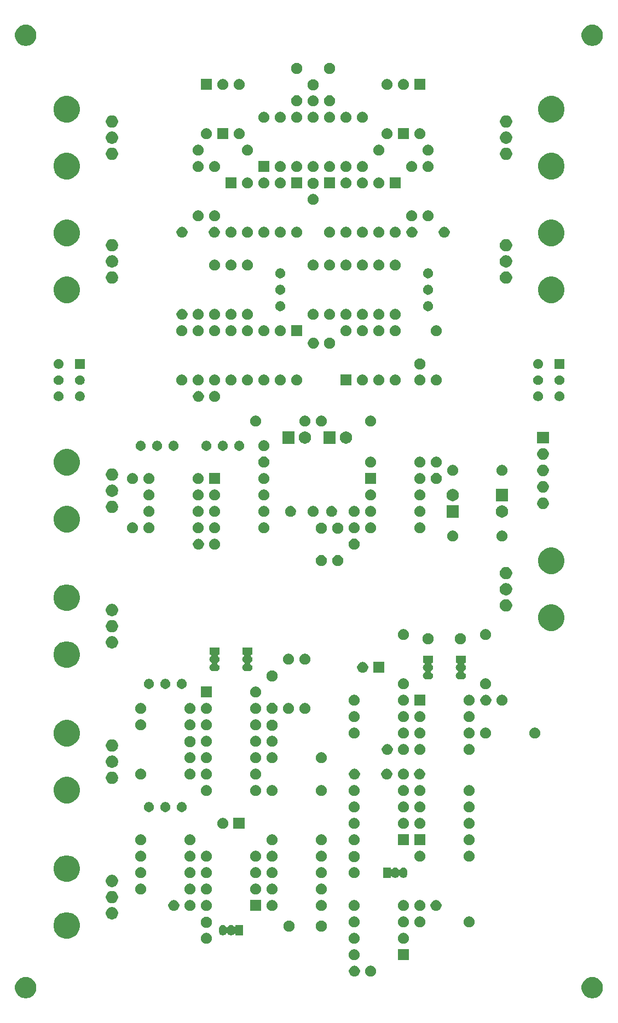
<source format=gbr>
G04 #@! TF.GenerationSoftware,KiCad,Pcbnew,(5.1.5)-3*
G04 #@! TF.CreationDate,2021-04-20T11:59:19+02:00*
G04 #@! TF.ProjectId,AnalogDrum_Bitreduced,416e616c-6f67-4447-9275-6d5f42697472,rev?*
G04 #@! TF.SameCoordinates,Original*
G04 #@! TF.FileFunction,Soldermask,Bot*
G04 #@! TF.FilePolarity,Negative*
%FSLAX46Y46*%
G04 Gerber Fmt 4.6, Leading zero omitted, Abs format (unit mm)*
G04 Created by KiCad (PCBNEW (5.1.5)-3) date 2021-04-20 11:59:19*
%MOMM*%
%LPD*%
G04 APERTURE LIST*
%ADD10C,0.100000*%
G04 APERTURE END LIST*
D10*
G36*
X159125256Y-180001298D02*
G01*
X159231579Y-180022447D01*
X159532042Y-180146903D01*
X159802451Y-180327585D01*
X160032415Y-180557549D01*
X160213097Y-180827958D01*
X160337553Y-181128421D01*
X160401000Y-181447391D01*
X160401000Y-181772609D01*
X160337553Y-182091579D01*
X160213097Y-182392042D01*
X160032415Y-182662451D01*
X159802451Y-182892415D01*
X159532042Y-183073097D01*
X159231579Y-183197553D01*
X159125256Y-183218702D01*
X158912611Y-183261000D01*
X158587389Y-183261000D01*
X158374744Y-183218702D01*
X158268421Y-183197553D01*
X157967958Y-183073097D01*
X157697549Y-182892415D01*
X157467585Y-182662451D01*
X157286903Y-182392042D01*
X157162447Y-182091579D01*
X157099000Y-181772609D01*
X157099000Y-181447391D01*
X157162447Y-181128421D01*
X157286903Y-180827958D01*
X157467585Y-180557549D01*
X157697549Y-180327585D01*
X157967958Y-180146903D01*
X158268421Y-180022447D01*
X158374744Y-180001298D01*
X158587389Y-179959000D01*
X158912611Y-179959000D01*
X159125256Y-180001298D01*
G37*
G36*
X71495256Y-180001298D02*
G01*
X71601579Y-180022447D01*
X71902042Y-180146903D01*
X72172451Y-180327585D01*
X72402415Y-180557549D01*
X72583097Y-180827958D01*
X72707553Y-181128421D01*
X72771000Y-181447391D01*
X72771000Y-181772609D01*
X72707553Y-182091579D01*
X72583097Y-182392042D01*
X72402415Y-182662451D01*
X72172451Y-182892415D01*
X71902042Y-183073097D01*
X71601579Y-183197553D01*
X71495256Y-183218702D01*
X71282611Y-183261000D01*
X70957389Y-183261000D01*
X70744744Y-183218702D01*
X70638421Y-183197553D01*
X70337958Y-183073097D01*
X70067549Y-182892415D01*
X69837585Y-182662451D01*
X69656903Y-182392042D01*
X69532447Y-182091579D01*
X69469000Y-181772609D01*
X69469000Y-181447391D01*
X69532447Y-181128421D01*
X69656903Y-180827958D01*
X69837585Y-180557549D01*
X70067549Y-180327585D01*
X70337958Y-180146903D01*
X70638421Y-180022447D01*
X70744744Y-180001298D01*
X70957389Y-179959000D01*
X71282611Y-179959000D01*
X71495256Y-180001298D01*
G37*
G36*
X124708228Y-178251703D02*
G01*
X124863100Y-178315853D01*
X125002481Y-178408985D01*
X125121015Y-178527519D01*
X125214147Y-178666900D01*
X125278297Y-178821772D01*
X125311000Y-178986184D01*
X125311000Y-179153816D01*
X125278297Y-179318228D01*
X125214147Y-179473100D01*
X125121015Y-179612481D01*
X125002481Y-179731015D01*
X124863100Y-179824147D01*
X124708228Y-179888297D01*
X124543816Y-179921000D01*
X124376184Y-179921000D01*
X124211772Y-179888297D01*
X124056900Y-179824147D01*
X123917519Y-179731015D01*
X123798985Y-179612481D01*
X123705853Y-179473100D01*
X123641703Y-179318228D01*
X123609000Y-179153816D01*
X123609000Y-178986184D01*
X123641703Y-178821772D01*
X123705853Y-178666900D01*
X123798985Y-178527519D01*
X123917519Y-178408985D01*
X124056900Y-178315853D01*
X124211772Y-178251703D01*
X124376184Y-178219000D01*
X124543816Y-178219000D01*
X124708228Y-178251703D01*
G37*
G36*
X122208228Y-178251703D02*
G01*
X122363100Y-178315853D01*
X122502481Y-178408985D01*
X122621015Y-178527519D01*
X122714147Y-178666900D01*
X122778297Y-178821772D01*
X122811000Y-178986184D01*
X122811000Y-179153816D01*
X122778297Y-179318228D01*
X122714147Y-179473100D01*
X122621015Y-179612481D01*
X122502481Y-179731015D01*
X122363100Y-179824147D01*
X122208228Y-179888297D01*
X122043816Y-179921000D01*
X121876184Y-179921000D01*
X121711772Y-179888297D01*
X121556900Y-179824147D01*
X121417519Y-179731015D01*
X121298985Y-179612481D01*
X121205853Y-179473100D01*
X121141703Y-179318228D01*
X121109000Y-179153816D01*
X121109000Y-178986184D01*
X121141703Y-178821772D01*
X121205853Y-178666900D01*
X121298985Y-178527519D01*
X121417519Y-178408985D01*
X121556900Y-178315853D01*
X121711772Y-178251703D01*
X121876184Y-178219000D01*
X122043816Y-178219000D01*
X122208228Y-178251703D01*
G37*
G36*
X130391000Y-177381000D02*
G01*
X128689000Y-177381000D01*
X128689000Y-175679000D01*
X130391000Y-175679000D01*
X130391000Y-177381000D01*
G37*
G36*
X122168228Y-175711703D02*
G01*
X122323100Y-175775853D01*
X122462481Y-175868985D01*
X122581015Y-175987519D01*
X122674147Y-176126900D01*
X122738297Y-176281772D01*
X122771000Y-176446184D01*
X122771000Y-176613816D01*
X122738297Y-176778228D01*
X122674147Y-176933100D01*
X122581015Y-177072481D01*
X122462481Y-177191015D01*
X122323100Y-177284147D01*
X122168228Y-177348297D01*
X122003816Y-177381000D01*
X121836184Y-177381000D01*
X121671772Y-177348297D01*
X121516900Y-177284147D01*
X121377519Y-177191015D01*
X121258985Y-177072481D01*
X121165853Y-176933100D01*
X121101703Y-176778228D01*
X121069000Y-176613816D01*
X121069000Y-176446184D01*
X121101703Y-176281772D01*
X121165853Y-176126900D01*
X121258985Y-175987519D01*
X121377519Y-175868985D01*
X121516900Y-175775853D01*
X121671772Y-175711703D01*
X121836184Y-175679000D01*
X122003816Y-175679000D01*
X122168228Y-175711703D01*
G37*
G36*
X122168228Y-173171703D02*
G01*
X122323100Y-173235853D01*
X122462481Y-173328985D01*
X122581015Y-173447519D01*
X122674147Y-173586900D01*
X122738297Y-173741772D01*
X122771000Y-173906184D01*
X122771000Y-174073816D01*
X122738297Y-174238228D01*
X122674147Y-174393100D01*
X122581015Y-174532481D01*
X122462481Y-174651015D01*
X122323100Y-174744147D01*
X122168228Y-174808297D01*
X122003816Y-174841000D01*
X121836184Y-174841000D01*
X121671772Y-174808297D01*
X121516900Y-174744147D01*
X121377519Y-174651015D01*
X121258985Y-174532481D01*
X121165853Y-174393100D01*
X121101703Y-174238228D01*
X121069000Y-174073816D01*
X121069000Y-173906184D01*
X121101703Y-173741772D01*
X121165853Y-173586900D01*
X121258985Y-173447519D01*
X121377519Y-173328985D01*
X121516900Y-173235853D01*
X121671772Y-173171703D01*
X121836184Y-173139000D01*
X122003816Y-173139000D01*
X122168228Y-173171703D01*
G37*
G36*
X99308228Y-173171703D02*
G01*
X99463100Y-173235853D01*
X99602481Y-173328985D01*
X99721015Y-173447519D01*
X99814147Y-173586900D01*
X99878297Y-173741772D01*
X99911000Y-173906184D01*
X99911000Y-174073816D01*
X99878297Y-174238228D01*
X99814147Y-174393100D01*
X99721015Y-174532481D01*
X99602481Y-174651015D01*
X99463100Y-174744147D01*
X99308228Y-174808297D01*
X99143816Y-174841000D01*
X98976184Y-174841000D01*
X98811772Y-174808297D01*
X98656900Y-174744147D01*
X98517519Y-174651015D01*
X98398985Y-174532481D01*
X98305853Y-174393100D01*
X98241703Y-174238228D01*
X98209000Y-174073816D01*
X98209000Y-173906184D01*
X98241703Y-173741772D01*
X98305853Y-173586900D01*
X98398985Y-173447519D01*
X98517519Y-173328985D01*
X98656900Y-173235853D01*
X98811772Y-173171703D01*
X98976184Y-173139000D01*
X99143816Y-173139000D01*
X99308228Y-173171703D01*
G37*
G36*
X129788228Y-173171703D02*
G01*
X129943100Y-173235853D01*
X130082481Y-173328985D01*
X130201015Y-173447519D01*
X130294147Y-173586900D01*
X130358297Y-173741772D01*
X130391000Y-173906184D01*
X130391000Y-174073816D01*
X130358297Y-174238228D01*
X130294147Y-174393100D01*
X130201015Y-174532481D01*
X130082481Y-174651015D01*
X129943100Y-174744147D01*
X129788228Y-174808297D01*
X129623816Y-174841000D01*
X129456184Y-174841000D01*
X129291772Y-174808297D01*
X129136900Y-174744147D01*
X128997519Y-174651015D01*
X128878985Y-174532481D01*
X128785853Y-174393100D01*
X128721703Y-174238228D01*
X128689000Y-174073816D01*
X128689000Y-173906184D01*
X128721703Y-173741772D01*
X128785853Y-173586900D01*
X128878985Y-173447519D01*
X128997519Y-173328985D01*
X129136900Y-173235853D01*
X129291772Y-173171703D01*
X129456184Y-173139000D01*
X129623816Y-173139000D01*
X129788228Y-173171703D01*
G37*
G36*
X78053254Y-170022818D02*
G01*
X78426511Y-170177426D01*
X78426513Y-170177427D01*
X78762436Y-170401884D01*
X79048116Y-170687564D01*
X79263196Y-171009453D01*
X79272574Y-171023489D01*
X79427182Y-171396746D01*
X79506000Y-171792993D01*
X79506000Y-172197007D01*
X79427182Y-172593254D01*
X79363906Y-172746015D01*
X79272573Y-172966513D01*
X79048116Y-173302436D01*
X78762436Y-173588116D01*
X78426513Y-173812573D01*
X78426512Y-173812574D01*
X78426511Y-173812574D01*
X78053254Y-173967182D01*
X77657007Y-174046000D01*
X77252993Y-174046000D01*
X76856746Y-173967182D01*
X76483489Y-173812574D01*
X76483488Y-173812574D01*
X76483487Y-173812573D01*
X76147564Y-173588116D01*
X75861884Y-173302436D01*
X75637427Y-172966513D01*
X75546094Y-172746015D01*
X75482818Y-172593254D01*
X75404000Y-172197007D01*
X75404000Y-171792993D01*
X75482818Y-171396746D01*
X75637426Y-171023489D01*
X75646805Y-171009453D01*
X75861884Y-170687564D01*
X76147564Y-170401884D01*
X76483487Y-170177427D01*
X76483489Y-170177426D01*
X76856746Y-170022818D01*
X77252993Y-169944000D01*
X77657007Y-169944000D01*
X78053254Y-170022818D01*
G37*
G36*
X102982916Y-171927334D02*
G01*
X103091492Y-171960271D01*
X103091495Y-171960272D01*
X103127601Y-171979571D01*
X103191557Y-172013756D01*
X103279264Y-172085736D01*
X103342383Y-172162646D01*
X103359702Y-172179965D01*
X103380077Y-172193579D01*
X103402716Y-172202957D01*
X103426749Y-172207737D01*
X103451253Y-172207737D01*
X103475286Y-172202957D01*
X103497925Y-172193579D01*
X103518299Y-172179966D01*
X103535626Y-172162639D01*
X103549240Y-172142264D01*
X103558618Y-172119625D01*
X103563398Y-172095592D01*
X103564000Y-172083340D01*
X103564000Y-171919000D01*
X104716000Y-171919000D01*
X104716000Y-173521000D01*
X103564000Y-173521000D01*
X103564000Y-173356660D01*
X103561598Y-173332274D01*
X103554485Y-173308825D01*
X103542934Y-173287214D01*
X103527389Y-173268272D01*
X103508447Y-173252727D01*
X103486836Y-173241176D01*
X103463387Y-173234063D01*
X103439001Y-173231661D01*
X103414615Y-173234063D01*
X103391166Y-173241176D01*
X103369555Y-173252727D01*
X103342381Y-173277356D01*
X103279264Y-173354264D01*
X103191556Y-173426244D01*
X103127600Y-173460429D01*
X103091494Y-173479728D01*
X103091491Y-173479729D01*
X102982915Y-173512666D01*
X102870000Y-173523787D01*
X102757084Y-173512666D01*
X102648508Y-173479729D01*
X102648505Y-173479728D01*
X102612399Y-173460429D01*
X102548443Y-173426244D01*
X102460736Y-173354264D01*
X102388756Y-173266556D01*
X102345239Y-173185140D01*
X102331625Y-173164766D01*
X102314298Y-173147439D01*
X102293924Y-173133825D01*
X102271285Y-173124448D01*
X102247251Y-173119668D01*
X102222747Y-173119668D01*
X102198714Y-173124449D01*
X102176075Y-173133826D01*
X102155701Y-173147440D01*
X102138374Y-173164767D01*
X102124762Y-173185140D01*
X102081244Y-173266557D01*
X102009264Y-173354264D01*
X101921556Y-173426244D01*
X101857600Y-173460429D01*
X101821494Y-173479728D01*
X101821491Y-173479729D01*
X101712915Y-173512666D01*
X101600000Y-173523787D01*
X101487084Y-173512666D01*
X101378508Y-173479729D01*
X101378505Y-173479728D01*
X101342399Y-173460429D01*
X101278443Y-173426244D01*
X101190736Y-173354264D01*
X101118756Y-173266556D01*
X101075239Y-173185140D01*
X101065272Y-173166494D01*
X101059492Y-173147440D01*
X101032334Y-173057915D01*
X101024000Y-172973297D01*
X101024000Y-172466702D01*
X101032334Y-172382084D01*
X101065271Y-172273508D01*
X101065272Y-172273505D01*
X101118756Y-172173445D01*
X101118757Y-172173443D01*
X101190737Y-172085736D01*
X101278444Y-172013756D01*
X101342400Y-171979571D01*
X101378506Y-171960272D01*
X101378509Y-171960271D01*
X101487085Y-171927334D01*
X101600000Y-171916213D01*
X101712916Y-171927334D01*
X101821492Y-171960271D01*
X101821495Y-171960272D01*
X101857601Y-171979571D01*
X101921557Y-172013756D01*
X102009264Y-172085736D01*
X102081244Y-172173443D01*
X102099574Y-172207737D01*
X102124761Y-172254859D01*
X102138375Y-172275234D01*
X102155702Y-172292561D01*
X102176076Y-172306174D01*
X102198715Y-172315552D01*
X102222748Y-172320332D01*
X102247252Y-172320332D01*
X102271285Y-172315552D01*
X102293924Y-172306174D01*
X102314299Y-172292560D01*
X102331626Y-172275233D01*
X102345239Y-172254859D01*
X102388756Y-172173445D01*
X102388757Y-172173443D01*
X102460737Y-172085736D01*
X102548444Y-172013756D01*
X102612400Y-171979571D01*
X102648506Y-171960272D01*
X102648509Y-171960271D01*
X102757085Y-171927334D01*
X102870000Y-171916213D01*
X102982916Y-171927334D01*
G37*
G36*
X117088228Y-171266703D02*
G01*
X117243100Y-171330853D01*
X117382481Y-171423985D01*
X117501015Y-171542519D01*
X117594147Y-171681900D01*
X117658297Y-171836772D01*
X117691000Y-172001184D01*
X117691000Y-172168816D01*
X117658297Y-172333228D01*
X117594147Y-172488100D01*
X117501015Y-172627481D01*
X117382481Y-172746015D01*
X117243100Y-172839147D01*
X117088228Y-172903297D01*
X116923816Y-172936000D01*
X116756184Y-172936000D01*
X116591772Y-172903297D01*
X116436900Y-172839147D01*
X116297519Y-172746015D01*
X116178985Y-172627481D01*
X116085853Y-172488100D01*
X116021703Y-172333228D01*
X115989000Y-172168816D01*
X115989000Y-172001184D01*
X116021703Y-171836772D01*
X116085853Y-171681900D01*
X116178985Y-171542519D01*
X116297519Y-171423985D01*
X116436900Y-171330853D01*
X116591772Y-171266703D01*
X116756184Y-171234000D01*
X116923816Y-171234000D01*
X117088228Y-171266703D01*
G37*
G36*
X112088228Y-171266703D02*
G01*
X112243100Y-171330853D01*
X112382481Y-171423985D01*
X112501015Y-171542519D01*
X112594147Y-171681900D01*
X112658297Y-171836772D01*
X112691000Y-172001184D01*
X112691000Y-172168816D01*
X112658297Y-172333228D01*
X112594147Y-172488100D01*
X112501015Y-172627481D01*
X112382481Y-172746015D01*
X112243100Y-172839147D01*
X112088228Y-172903297D01*
X111923816Y-172936000D01*
X111756184Y-172936000D01*
X111591772Y-172903297D01*
X111436900Y-172839147D01*
X111297519Y-172746015D01*
X111178985Y-172627481D01*
X111085853Y-172488100D01*
X111021703Y-172333228D01*
X110989000Y-172168816D01*
X110989000Y-172001184D01*
X111021703Y-171836772D01*
X111085853Y-171681900D01*
X111178985Y-171542519D01*
X111297519Y-171423985D01*
X111436900Y-171330853D01*
X111591772Y-171266703D01*
X111756184Y-171234000D01*
X111923816Y-171234000D01*
X112088228Y-171266703D01*
G37*
G36*
X99308228Y-170671703D02*
G01*
X99463100Y-170735853D01*
X99602481Y-170828985D01*
X99721015Y-170947519D01*
X99814147Y-171086900D01*
X99878297Y-171241772D01*
X99911000Y-171406184D01*
X99911000Y-171573816D01*
X99878297Y-171738228D01*
X99814147Y-171893100D01*
X99721015Y-172032481D01*
X99602481Y-172151015D01*
X99463100Y-172244147D01*
X99308228Y-172308297D01*
X99143816Y-172341000D01*
X98976184Y-172341000D01*
X98811772Y-172308297D01*
X98656900Y-172244147D01*
X98517519Y-172151015D01*
X98398985Y-172032481D01*
X98305853Y-171893100D01*
X98241703Y-171738228D01*
X98209000Y-171573816D01*
X98209000Y-171406184D01*
X98241703Y-171241772D01*
X98305853Y-171086900D01*
X98398985Y-170947519D01*
X98517519Y-170828985D01*
X98656900Y-170735853D01*
X98811772Y-170671703D01*
X98976184Y-170639000D01*
X99143816Y-170639000D01*
X99308228Y-170671703D01*
G37*
G36*
X132328228Y-170631703D02*
G01*
X132483100Y-170695853D01*
X132622481Y-170788985D01*
X132741015Y-170907519D01*
X132834147Y-171046900D01*
X132898297Y-171201772D01*
X132931000Y-171366184D01*
X132931000Y-171533816D01*
X132898297Y-171698228D01*
X132834147Y-171853100D01*
X132741015Y-171992481D01*
X132622481Y-172111015D01*
X132483100Y-172204147D01*
X132328228Y-172268297D01*
X132163816Y-172301000D01*
X131996184Y-172301000D01*
X131831772Y-172268297D01*
X131676900Y-172204147D01*
X131537519Y-172111015D01*
X131418985Y-171992481D01*
X131325853Y-171853100D01*
X131261703Y-171698228D01*
X131229000Y-171533816D01*
X131229000Y-171366184D01*
X131261703Y-171201772D01*
X131325853Y-171046900D01*
X131418985Y-170907519D01*
X131537519Y-170788985D01*
X131676900Y-170695853D01*
X131831772Y-170631703D01*
X131996184Y-170599000D01*
X132163816Y-170599000D01*
X132328228Y-170631703D01*
G37*
G36*
X129788228Y-170631703D02*
G01*
X129943100Y-170695853D01*
X130082481Y-170788985D01*
X130201015Y-170907519D01*
X130294147Y-171046900D01*
X130358297Y-171201772D01*
X130391000Y-171366184D01*
X130391000Y-171533816D01*
X130358297Y-171698228D01*
X130294147Y-171853100D01*
X130201015Y-171992481D01*
X130082481Y-172111015D01*
X129943100Y-172204147D01*
X129788228Y-172268297D01*
X129623816Y-172301000D01*
X129456184Y-172301000D01*
X129291772Y-172268297D01*
X129136900Y-172204147D01*
X128997519Y-172111015D01*
X128878985Y-171992481D01*
X128785853Y-171853100D01*
X128721703Y-171698228D01*
X128689000Y-171533816D01*
X128689000Y-171366184D01*
X128721703Y-171201772D01*
X128785853Y-171046900D01*
X128878985Y-170907519D01*
X128997519Y-170788985D01*
X129136900Y-170695853D01*
X129291772Y-170631703D01*
X129456184Y-170599000D01*
X129623816Y-170599000D01*
X129788228Y-170631703D01*
G37*
G36*
X122168228Y-170631703D02*
G01*
X122323100Y-170695853D01*
X122462481Y-170788985D01*
X122581015Y-170907519D01*
X122674147Y-171046900D01*
X122738297Y-171201772D01*
X122771000Y-171366184D01*
X122771000Y-171533816D01*
X122738297Y-171698228D01*
X122674147Y-171853100D01*
X122581015Y-171992481D01*
X122462481Y-172111015D01*
X122323100Y-172204147D01*
X122168228Y-172268297D01*
X122003816Y-172301000D01*
X121836184Y-172301000D01*
X121671772Y-172268297D01*
X121516900Y-172204147D01*
X121377519Y-172111015D01*
X121258985Y-171992481D01*
X121165853Y-171853100D01*
X121101703Y-171698228D01*
X121069000Y-171533816D01*
X121069000Y-171366184D01*
X121101703Y-171201772D01*
X121165853Y-171046900D01*
X121258985Y-170907519D01*
X121377519Y-170788985D01*
X121516900Y-170695853D01*
X121671772Y-170631703D01*
X121836184Y-170599000D01*
X122003816Y-170599000D01*
X122168228Y-170631703D01*
G37*
G36*
X139948228Y-170631703D02*
G01*
X140103100Y-170695853D01*
X140242481Y-170788985D01*
X140361015Y-170907519D01*
X140454147Y-171046900D01*
X140518297Y-171201772D01*
X140551000Y-171366184D01*
X140551000Y-171533816D01*
X140518297Y-171698228D01*
X140454147Y-171853100D01*
X140361015Y-171992481D01*
X140242481Y-172111015D01*
X140103100Y-172204147D01*
X139948228Y-172268297D01*
X139783816Y-172301000D01*
X139616184Y-172301000D01*
X139451772Y-172268297D01*
X139296900Y-172204147D01*
X139157519Y-172111015D01*
X139038985Y-171992481D01*
X138945853Y-171853100D01*
X138881703Y-171698228D01*
X138849000Y-171533816D01*
X138849000Y-171366184D01*
X138881703Y-171201772D01*
X138945853Y-171046900D01*
X139038985Y-170907519D01*
X139157519Y-170788985D01*
X139296900Y-170695853D01*
X139451772Y-170631703D01*
X139616184Y-170599000D01*
X139783816Y-170599000D01*
X139948228Y-170631703D01*
G37*
G36*
X84732395Y-169180546D02*
G01*
X84905466Y-169252234D01*
X84905467Y-169252235D01*
X85061227Y-169356310D01*
X85193690Y-169488773D01*
X85193691Y-169488775D01*
X85297766Y-169644534D01*
X85369454Y-169817605D01*
X85406000Y-170001333D01*
X85406000Y-170188667D01*
X85369454Y-170372395D01*
X85297766Y-170545466D01*
X85297765Y-170545467D01*
X85193690Y-170701227D01*
X85061227Y-170833690D01*
X84982818Y-170886081D01*
X84905466Y-170937766D01*
X84732395Y-171009454D01*
X84548667Y-171046000D01*
X84361333Y-171046000D01*
X84177605Y-171009454D01*
X84004534Y-170937766D01*
X83927182Y-170886081D01*
X83848773Y-170833690D01*
X83716310Y-170701227D01*
X83612235Y-170545467D01*
X83612234Y-170545466D01*
X83540546Y-170372395D01*
X83504000Y-170188667D01*
X83504000Y-170001333D01*
X83540546Y-169817605D01*
X83612234Y-169644534D01*
X83716309Y-169488775D01*
X83716310Y-169488773D01*
X83848773Y-169356310D01*
X84004533Y-169252235D01*
X84004534Y-169252234D01*
X84177605Y-169180546D01*
X84361333Y-169144000D01*
X84548667Y-169144000D01*
X84732395Y-169180546D01*
G37*
G36*
X99308228Y-168091703D02*
G01*
X99463100Y-168155853D01*
X99602481Y-168248985D01*
X99721015Y-168367519D01*
X99814147Y-168506900D01*
X99878297Y-168661772D01*
X99911000Y-168826184D01*
X99911000Y-168993816D01*
X99878297Y-169158228D01*
X99814147Y-169313100D01*
X99721015Y-169452481D01*
X99602481Y-169571015D01*
X99463100Y-169664147D01*
X99308228Y-169728297D01*
X99143816Y-169761000D01*
X98976184Y-169761000D01*
X98811772Y-169728297D01*
X98656900Y-169664147D01*
X98517519Y-169571015D01*
X98398985Y-169452481D01*
X98305853Y-169313100D01*
X98241703Y-169158228D01*
X98209000Y-168993816D01*
X98209000Y-168826184D01*
X98241703Y-168661772D01*
X98305853Y-168506900D01*
X98398985Y-168367519D01*
X98517519Y-168248985D01*
X98656900Y-168155853D01*
X98811772Y-168091703D01*
X98976184Y-168059000D01*
X99143816Y-168059000D01*
X99308228Y-168091703D01*
G37*
G36*
X107531000Y-169761000D02*
G01*
X105829000Y-169761000D01*
X105829000Y-168059000D01*
X107531000Y-168059000D01*
X107531000Y-169761000D01*
G37*
G36*
X109468228Y-168091703D02*
G01*
X109623100Y-168155853D01*
X109762481Y-168248985D01*
X109881015Y-168367519D01*
X109974147Y-168506900D01*
X110038297Y-168661772D01*
X110071000Y-168826184D01*
X110071000Y-168993816D01*
X110038297Y-169158228D01*
X109974147Y-169313100D01*
X109881015Y-169452481D01*
X109762481Y-169571015D01*
X109623100Y-169664147D01*
X109468228Y-169728297D01*
X109303816Y-169761000D01*
X109136184Y-169761000D01*
X108971772Y-169728297D01*
X108816900Y-169664147D01*
X108677519Y-169571015D01*
X108558985Y-169452481D01*
X108465853Y-169313100D01*
X108401703Y-169158228D01*
X108369000Y-168993816D01*
X108369000Y-168826184D01*
X108401703Y-168661772D01*
X108465853Y-168506900D01*
X108558985Y-168367519D01*
X108677519Y-168248985D01*
X108816900Y-168155853D01*
X108971772Y-168091703D01*
X109136184Y-168059000D01*
X109303816Y-168059000D01*
X109468228Y-168091703D01*
G37*
G36*
X122168228Y-168091703D02*
G01*
X122323100Y-168155853D01*
X122462481Y-168248985D01*
X122581015Y-168367519D01*
X122674147Y-168506900D01*
X122738297Y-168661772D01*
X122771000Y-168826184D01*
X122771000Y-168993816D01*
X122738297Y-169158228D01*
X122674147Y-169313100D01*
X122581015Y-169452481D01*
X122462481Y-169571015D01*
X122323100Y-169664147D01*
X122168228Y-169728297D01*
X122003816Y-169761000D01*
X121836184Y-169761000D01*
X121671772Y-169728297D01*
X121516900Y-169664147D01*
X121377519Y-169571015D01*
X121258985Y-169452481D01*
X121165853Y-169313100D01*
X121101703Y-169158228D01*
X121069000Y-168993816D01*
X121069000Y-168826184D01*
X121101703Y-168661772D01*
X121165853Y-168506900D01*
X121258985Y-168367519D01*
X121377519Y-168248985D01*
X121516900Y-168155853D01*
X121671772Y-168091703D01*
X121836184Y-168059000D01*
X122003816Y-168059000D01*
X122168228Y-168091703D01*
G37*
G36*
X117088228Y-168091703D02*
G01*
X117243100Y-168155853D01*
X117382481Y-168248985D01*
X117501015Y-168367519D01*
X117594147Y-168506900D01*
X117658297Y-168661772D01*
X117691000Y-168826184D01*
X117691000Y-168993816D01*
X117658297Y-169158228D01*
X117594147Y-169313100D01*
X117501015Y-169452481D01*
X117382481Y-169571015D01*
X117243100Y-169664147D01*
X117088228Y-169728297D01*
X116923816Y-169761000D01*
X116756184Y-169761000D01*
X116591772Y-169728297D01*
X116436900Y-169664147D01*
X116297519Y-169571015D01*
X116178985Y-169452481D01*
X116085853Y-169313100D01*
X116021703Y-169158228D01*
X115989000Y-168993816D01*
X115989000Y-168826184D01*
X116021703Y-168661772D01*
X116085853Y-168506900D01*
X116178985Y-168367519D01*
X116297519Y-168248985D01*
X116436900Y-168155853D01*
X116591772Y-168091703D01*
X116756184Y-168059000D01*
X116923816Y-168059000D01*
X117088228Y-168091703D01*
G37*
G36*
X134828228Y-168091703D02*
G01*
X134983100Y-168155853D01*
X135122481Y-168248985D01*
X135241015Y-168367519D01*
X135334147Y-168506900D01*
X135398297Y-168661772D01*
X135431000Y-168826184D01*
X135431000Y-168993816D01*
X135398297Y-169158228D01*
X135334147Y-169313100D01*
X135241015Y-169452481D01*
X135122481Y-169571015D01*
X134983100Y-169664147D01*
X134828228Y-169728297D01*
X134663816Y-169761000D01*
X134496184Y-169761000D01*
X134331772Y-169728297D01*
X134176900Y-169664147D01*
X134037519Y-169571015D01*
X133918985Y-169452481D01*
X133825853Y-169313100D01*
X133761703Y-169158228D01*
X133729000Y-168993816D01*
X133729000Y-168826184D01*
X133761703Y-168661772D01*
X133825853Y-168506900D01*
X133918985Y-168367519D01*
X134037519Y-168248985D01*
X134176900Y-168155853D01*
X134331772Y-168091703D01*
X134496184Y-168059000D01*
X134663816Y-168059000D01*
X134828228Y-168091703D01*
G37*
G36*
X129788228Y-168091703D02*
G01*
X129943100Y-168155853D01*
X130082481Y-168248985D01*
X130201015Y-168367519D01*
X130294147Y-168506900D01*
X130358297Y-168661772D01*
X130391000Y-168826184D01*
X130391000Y-168993816D01*
X130358297Y-169158228D01*
X130294147Y-169313100D01*
X130201015Y-169452481D01*
X130082481Y-169571015D01*
X129943100Y-169664147D01*
X129788228Y-169728297D01*
X129623816Y-169761000D01*
X129456184Y-169761000D01*
X129291772Y-169728297D01*
X129136900Y-169664147D01*
X128997519Y-169571015D01*
X128878985Y-169452481D01*
X128785853Y-169313100D01*
X128721703Y-169158228D01*
X128689000Y-168993816D01*
X128689000Y-168826184D01*
X128721703Y-168661772D01*
X128785853Y-168506900D01*
X128878985Y-168367519D01*
X128997519Y-168248985D01*
X129136900Y-168155853D01*
X129291772Y-168091703D01*
X129456184Y-168059000D01*
X129623816Y-168059000D01*
X129788228Y-168091703D01*
G37*
G36*
X94268228Y-168091703D02*
G01*
X94423100Y-168155853D01*
X94562481Y-168248985D01*
X94681015Y-168367519D01*
X94774147Y-168506900D01*
X94838297Y-168661772D01*
X94871000Y-168826184D01*
X94871000Y-168993816D01*
X94838297Y-169158228D01*
X94774147Y-169313100D01*
X94681015Y-169452481D01*
X94562481Y-169571015D01*
X94423100Y-169664147D01*
X94268228Y-169728297D01*
X94103816Y-169761000D01*
X93936184Y-169761000D01*
X93771772Y-169728297D01*
X93616900Y-169664147D01*
X93477519Y-169571015D01*
X93358985Y-169452481D01*
X93265853Y-169313100D01*
X93201703Y-169158228D01*
X93169000Y-168993816D01*
X93169000Y-168826184D01*
X93201703Y-168661772D01*
X93265853Y-168506900D01*
X93358985Y-168367519D01*
X93477519Y-168248985D01*
X93616900Y-168155853D01*
X93771772Y-168091703D01*
X93936184Y-168059000D01*
X94103816Y-168059000D01*
X94268228Y-168091703D01*
G37*
G36*
X96768228Y-168091703D02*
G01*
X96923100Y-168155853D01*
X97062481Y-168248985D01*
X97181015Y-168367519D01*
X97274147Y-168506900D01*
X97338297Y-168661772D01*
X97371000Y-168826184D01*
X97371000Y-168993816D01*
X97338297Y-169158228D01*
X97274147Y-169313100D01*
X97181015Y-169452481D01*
X97062481Y-169571015D01*
X96923100Y-169664147D01*
X96768228Y-169728297D01*
X96603816Y-169761000D01*
X96436184Y-169761000D01*
X96271772Y-169728297D01*
X96116900Y-169664147D01*
X95977519Y-169571015D01*
X95858985Y-169452481D01*
X95765853Y-169313100D01*
X95701703Y-169158228D01*
X95669000Y-168993816D01*
X95669000Y-168826184D01*
X95701703Y-168661772D01*
X95765853Y-168506900D01*
X95858985Y-168367519D01*
X95977519Y-168248985D01*
X96116900Y-168155853D01*
X96271772Y-168091703D01*
X96436184Y-168059000D01*
X96603816Y-168059000D01*
X96768228Y-168091703D01*
G37*
G36*
X132328228Y-168091703D02*
G01*
X132483100Y-168155853D01*
X132622481Y-168248985D01*
X132741015Y-168367519D01*
X132834147Y-168506900D01*
X132898297Y-168661772D01*
X132931000Y-168826184D01*
X132931000Y-168993816D01*
X132898297Y-169158228D01*
X132834147Y-169313100D01*
X132741015Y-169452481D01*
X132622481Y-169571015D01*
X132483100Y-169664147D01*
X132328228Y-169728297D01*
X132163816Y-169761000D01*
X131996184Y-169761000D01*
X131831772Y-169728297D01*
X131676900Y-169664147D01*
X131537519Y-169571015D01*
X131418985Y-169452481D01*
X131325853Y-169313100D01*
X131261703Y-169158228D01*
X131229000Y-168993816D01*
X131229000Y-168826184D01*
X131261703Y-168661772D01*
X131325853Y-168506900D01*
X131418985Y-168367519D01*
X131537519Y-168248985D01*
X131676900Y-168155853D01*
X131831772Y-168091703D01*
X131996184Y-168059000D01*
X132163816Y-168059000D01*
X132328228Y-168091703D01*
G37*
G36*
X84732395Y-166680546D02*
G01*
X84905466Y-166752234D01*
X84936694Y-166773100D01*
X85061227Y-166856310D01*
X85193690Y-166988773D01*
X85193691Y-166988775D01*
X85297766Y-167144534D01*
X85369454Y-167317605D01*
X85406000Y-167501333D01*
X85406000Y-167688667D01*
X85369454Y-167872395D01*
X85297766Y-168045466D01*
X85297765Y-168045467D01*
X85193690Y-168201227D01*
X85061227Y-168333690D01*
X84982818Y-168386081D01*
X84905466Y-168437766D01*
X84732395Y-168509454D01*
X84548667Y-168546000D01*
X84361333Y-168546000D01*
X84177605Y-168509454D01*
X84004534Y-168437766D01*
X83927182Y-168386081D01*
X83848773Y-168333690D01*
X83716310Y-168201227D01*
X83612235Y-168045467D01*
X83612234Y-168045466D01*
X83540546Y-167872395D01*
X83504000Y-167688667D01*
X83504000Y-167501333D01*
X83540546Y-167317605D01*
X83612234Y-167144534D01*
X83716309Y-166988775D01*
X83716310Y-166988773D01*
X83848773Y-166856310D01*
X83973306Y-166773100D01*
X84004534Y-166752234D01*
X84177605Y-166680546D01*
X84361333Y-166644000D01*
X84548667Y-166644000D01*
X84732395Y-166680546D01*
G37*
G36*
X109468228Y-165551703D02*
G01*
X109623100Y-165615853D01*
X109762481Y-165708985D01*
X109881015Y-165827519D01*
X109974147Y-165966900D01*
X110038297Y-166121772D01*
X110071000Y-166286184D01*
X110071000Y-166453816D01*
X110038297Y-166618228D01*
X109974147Y-166773100D01*
X109881015Y-166912481D01*
X109762481Y-167031015D01*
X109623100Y-167124147D01*
X109468228Y-167188297D01*
X109303816Y-167221000D01*
X109136184Y-167221000D01*
X108971772Y-167188297D01*
X108816900Y-167124147D01*
X108677519Y-167031015D01*
X108558985Y-166912481D01*
X108465853Y-166773100D01*
X108401703Y-166618228D01*
X108369000Y-166453816D01*
X108369000Y-166286184D01*
X108401703Y-166121772D01*
X108465853Y-165966900D01*
X108558985Y-165827519D01*
X108677519Y-165708985D01*
X108816900Y-165615853D01*
X108971772Y-165551703D01*
X109136184Y-165519000D01*
X109303816Y-165519000D01*
X109468228Y-165551703D01*
G37*
G36*
X96768228Y-165551703D02*
G01*
X96923100Y-165615853D01*
X97062481Y-165708985D01*
X97181015Y-165827519D01*
X97274147Y-165966900D01*
X97338297Y-166121772D01*
X97371000Y-166286184D01*
X97371000Y-166453816D01*
X97338297Y-166618228D01*
X97274147Y-166773100D01*
X97181015Y-166912481D01*
X97062481Y-167031015D01*
X96923100Y-167124147D01*
X96768228Y-167188297D01*
X96603816Y-167221000D01*
X96436184Y-167221000D01*
X96271772Y-167188297D01*
X96116900Y-167124147D01*
X95977519Y-167031015D01*
X95858985Y-166912481D01*
X95765853Y-166773100D01*
X95701703Y-166618228D01*
X95669000Y-166453816D01*
X95669000Y-166286184D01*
X95701703Y-166121772D01*
X95765853Y-165966900D01*
X95858985Y-165827519D01*
X95977519Y-165708985D01*
X96116900Y-165615853D01*
X96271772Y-165551703D01*
X96436184Y-165519000D01*
X96603816Y-165519000D01*
X96768228Y-165551703D01*
G37*
G36*
X117088228Y-165551703D02*
G01*
X117243100Y-165615853D01*
X117382481Y-165708985D01*
X117501015Y-165827519D01*
X117594147Y-165966900D01*
X117658297Y-166121772D01*
X117691000Y-166286184D01*
X117691000Y-166453816D01*
X117658297Y-166618228D01*
X117594147Y-166773100D01*
X117501015Y-166912481D01*
X117382481Y-167031015D01*
X117243100Y-167124147D01*
X117088228Y-167188297D01*
X116923816Y-167221000D01*
X116756184Y-167221000D01*
X116591772Y-167188297D01*
X116436900Y-167124147D01*
X116297519Y-167031015D01*
X116178985Y-166912481D01*
X116085853Y-166773100D01*
X116021703Y-166618228D01*
X115989000Y-166453816D01*
X115989000Y-166286184D01*
X116021703Y-166121772D01*
X116085853Y-165966900D01*
X116178985Y-165827519D01*
X116297519Y-165708985D01*
X116436900Y-165615853D01*
X116591772Y-165551703D01*
X116756184Y-165519000D01*
X116923816Y-165519000D01*
X117088228Y-165551703D01*
G37*
G36*
X106928228Y-165551703D02*
G01*
X107083100Y-165615853D01*
X107222481Y-165708985D01*
X107341015Y-165827519D01*
X107434147Y-165966900D01*
X107498297Y-166121772D01*
X107531000Y-166286184D01*
X107531000Y-166453816D01*
X107498297Y-166618228D01*
X107434147Y-166773100D01*
X107341015Y-166912481D01*
X107222481Y-167031015D01*
X107083100Y-167124147D01*
X106928228Y-167188297D01*
X106763816Y-167221000D01*
X106596184Y-167221000D01*
X106431772Y-167188297D01*
X106276900Y-167124147D01*
X106137519Y-167031015D01*
X106018985Y-166912481D01*
X105925853Y-166773100D01*
X105861703Y-166618228D01*
X105829000Y-166453816D01*
X105829000Y-166286184D01*
X105861703Y-166121772D01*
X105925853Y-165966900D01*
X106018985Y-165827519D01*
X106137519Y-165708985D01*
X106276900Y-165615853D01*
X106431772Y-165551703D01*
X106596184Y-165519000D01*
X106763816Y-165519000D01*
X106928228Y-165551703D01*
G37*
G36*
X89148228Y-165551703D02*
G01*
X89303100Y-165615853D01*
X89442481Y-165708985D01*
X89561015Y-165827519D01*
X89654147Y-165966900D01*
X89718297Y-166121772D01*
X89751000Y-166286184D01*
X89751000Y-166453816D01*
X89718297Y-166618228D01*
X89654147Y-166773100D01*
X89561015Y-166912481D01*
X89442481Y-167031015D01*
X89303100Y-167124147D01*
X89148228Y-167188297D01*
X88983816Y-167221000D01*
X88816184Y-167221000D01*
X88651772Y-167188297D01*
X88496900Y-167124147D01*
X88357519Y-167031015D01*
X88238985Y-166912481D01*
X88145853Y-166773100D01*
X88081703Y-166618228D01*
X88049000Y-166453816D01*
X88049000Y-166286184D01*
X88081703Y-166121772D01*
X88145853Y-165966900D01*
X88238985Y-165827519D01*
X88357519Y-165708985D01*
X88496900Y-165615853D01*
X88651772Y-165551703D01*
X88816184Y-165519000D01*
X88983816Y-165519000D01*
X89148228Y-165551703D01*
G37*
G36*
X99308228Y-165551703D02*
G01*
X99463100Y-165615853D01*
X99602481Y-165708985D01*
X99721015Y-165827519D01*
X99814147Y-165966900D01*
X99878297Y-166121772D01*
X99911000Y-166286184D01*
X99911000Y-166453816D01*
X99878297Y-166618228D01*
X99814147Y-166773100D01*
X99721015Y-166912481D01*
X99602481Y-167031015D01*
X99463100Y-167124147D01*
X99308228Y-167188297D01*
X99143816Y-167221000D01*
X98976184Y-167221000D01*
X98811772Y-167188297D01*
X98656900Y-167124147D01*
X98517519Y-167031015D01*
X98398985Y-166912481D01*
X98305853Y-166773100D01*
X98241703Y-166618228D01*
X98209000Y-166453816D01*
X98209000Y-166286184D01*
X98241703Y-166121772D01*
X98305853Y-165966900D01*
X98398985Y-165827519D01*
X98517519Y-165708985D01*
X98656900Y-165615853D01*
X98811772Y-165551703D01*
X98976184Y-165519000D01*
X99143816Y-165519000D01*
X99308228Y-165551703D01*
G37*
G36*
X84732395Y-164180546D02*
G01*
X84905466Y-164252234D01*
X84941775Y-164276495D01*
X85061227Y-164356310D01*
X85193690Y-164488773D01*
X85193691Y-164488775D01*
X85297766Y-164644534D01*
X85369454Y-164817605D01*
X85406000Y-165001333D01*
X85406000Y-165188667D01*
X85369454Y-165372395D01*
X85297766Y-165545466D01*
X85250735Y-165615853D01*
X85193690Y-165701227D01*
X85061227Y-165833690D01*
X84982818Y-165886081D01*
X84905466Y-165937766D01*
X84732395Y-166009454D01*
X84548667Y-166046000D01*
X84361333Y-166046000D01*
X84177605Y-166009454D01*
X84004534Y-165937766D01*
X83927182Y-165886081D01*
X83848773Y-165833690D01*
X83716310Y-165701227D01*
X83659265Y-165615853D01*
X83612234Y-165545466D01*
X83540546Y-165372395D01*
X83504000Y-165188667D01*
X83504000Y-165001333D01*
X83540546Y-164817605D01*
X83612234Y-164644534D01*
X83716309Y-164488775D01*
X83716310Y-164488773D01*
X83848773Y-164356310D01*
X83968225Y-164276495D01*
X84004534Y-164252234D01*
X84177605Y-164180546D01*
X84361333Y-164144000D01*
X84548667Y-164144000D01*
X84732395Y-164180546D01*
G37*
G36*
X78053254Y-161222818D02*
G01*
X78426511Y-161377426D01*
X78426513Y-161377427D01*
X78762436Y-161601884D01*
X79048116Y-161887564D01*
X79222333Y-162148297D01*
X79272574Y-162223489D01*
X79427182Y-162596746D01*
X79506000Y-162992993D01*
X79506000Y-163397007D01*
X79427182Y-163793254D01*
X79307046Y-164083288D01*
X79272573Y-164166513D01*
X79048116Y-164502436D01*
X78762436Y-164788116D01*
X78426513Y-165012573D01*
X78426512Y-165012574D01*
X78426511Y-165012574D01*
X78053254Y-165167182D01*
X77657007Y-165246000D01*
X77252993Y-165246000D01*
X76856746Y-165167182D01*
X76483489Y-165012574D01*
X76483488Y-165012574D01*
X76483487Y-165012573D01*
X76147564Y-164788116D01*
X75861884Y-164502436D01*
X75637427Y-164166513D01*
X75602954Y-164083288D01*
X75482818Y-163793254D01*
X75404000Y-163397007D01*
X75404000Y-162992993D01*
X75482818Y-162596746D01*
X75637426Y-162223489D01*
X75687668Y-162148297D01*
X75861884Y-161887564D01*
X76147564Y-161601884D01*
X76483487Y-161377427D01*
X76483489Y-161377426D01*
X76856746Y-161222818D01*
X77252993Y-161144000D01*
X77657007Y-161144000D01*
X78053254Y-161222818D01*
G37*
G36*
X122168228Y-163011703D02*
G01*
X122323100Y-163075853D01*
X122462481Y-163168985D01*
X122581015Y-163287519D01*
X122674147Y-163426900D01*
X122738297Y-163581772D01*
X122771000Y-163746184D01*
X122771000Y-163913816D01*
X122738297Y-164078228D01*
X122674147Y-164233100D01*
X122581015Y-164372481D01*
X122462481Y-164491015D01*
X122323100Y-164584147D01*
X122168228Y-164648297D01*
X122003816Y-164681000D01*
X121836184Y-164681000D01*
X121671772Y-164648297D01*
X121516900Y-164584147D01*
X121377519Y-164491015D01*
X121258985Y-164372481D01*
X121165853Y-164233100D01*
X121101703Y-164078228D01*
X121069000Y-163913816D01*
X121069000Y-163746184D01*
X121101703Y-163581772D01*
X121165853Y-163426900D01*
X121258985Y-163287519D01*
X121377519Y-163168985D01*
X121516900Y-163075853D01*
X121671772Y-163011703D01*
X121836184Y-162979000D01*
X122003816Y-162979000D01*
X122168228Y-163011703D01*
G37*
G36*
X89148228Y-163011703D02*
G01*
X89303100Y-163075853D01*
X89442481Y-163168985D01*
X89561015Y-163287519D01*
X89654147Y-163426900D01*
X89718297Y-163581772D01*
X89751000Y-163746184D01*
X89751000Y-163913816D01*
X89718297Y-164078228D01*
X89654147Y-164233100D01*
X89561015Y-164372481D01*
X89442481Y-164491015D01*
X89303100Y-164584147D01*
X89148228Y-164648297D01*
X88983816Y-164681000D01*
X88816184Y-164681000D01*
X88651772Y-164648297D01*
X88496900Y-164584147D01*
X88357519Y-164491015D01*
X88238985Y-164372481D01*
X88145853Y-164233100D01*
X88081703Y-164078228D01*
X88049000Y-163913816D01*
X88049000Y-163746184D01*
X88081703Y-163581772D01*
X88145853Y-163426900D01*
X88238985Y-163287519D01*
X88357519Y-163168985D01*
X88496900Y-163075853D01*
X88651772Y-163011703D01*
X88816184Y-162979000D01*
X88983816Y-162979000D01*
X89148228Y-163011703D01*
G37*
G36*
X96768228Y-163011703D02*
G01*
X96923100Y-163075853D01*
X97062481Y-163168985D01*
X97181015Y-163287519D01*
X97274147Y-163426900D01*
X97338297Y-163581772D01*
X97371000Y-163746184D01*
X97371000Y-163913816D01*
X97338297Y-164078228D01*
X97274147Y-164233100D01*
X97181015Y-164372481D01*
X97062481Y-164491015D01*
X96923100Y-164584147D01*
X96768228Y-164648297D01*
X96603816Y-164681000D01*
X96436184Y-164681000D01*
X96271772Y-164648297D01*
X96116900Y-164584147D01*
X95977519Y-164491015D01*
X95858985Y-164372481D01*
X95765853Y-164233100D01*
X95701703Y-164078228D01*
X95669000Y-163913816D01*
X95669000Y-163746184D01*
X95701703Y-163581772D01*
X95765853Y-163426900D01*
X95858985Y-163287519D01*
X95977519Y-163168985D01*
X96116900Y-163075853D01*
X96271772Y-163011703D01*
X96436184Y-162979000D01*
X96603816Y-162979000D01*
X96768228Y-163011703D01*
G37*
G36*
X109468228Y-163011703D02*
G01*
X109623100Y-163075853D01*
X109762481Y-163168985D01*
X109881015Y-163287519D01*
X109974147Y-163426900D01*
X110038297Y-163581772D01*
X110071000Y-163746184D01*
X110071000Y-163913816D01*
X110038297Y-164078228D01*
X109974147Y-164233100D01*
X109881015Y-164372481D01*
X109762481Y-164491015D01*
X109623100Y-164584147D01*
X109468228Y-164648297D01*
X109303816Y-164681000D01*
X109136184Y-164681000D01*
X108971772Y-164648297D01*
X108816900Y-164584147D01*
X108677519Y-164491015D01*
X108558985Y-164372481D01*
X108465853Y-164233100D01*
X108401703Y-164078228D01*
X108369000Y-163913816D01*
X108369000Y-163746184D01*
X108401703Y-163581772D01*
X108465853Y-163426900D01*
X108558985Y-163287519D01*
X108677519Y-163168985D01*
X108816900Y-163075853D01*
X108971772Y-163011703D01*
X109136184Y-162979000D01*
X109303816Y-162979000D01*
X109468228Y-163011703D01*
G37*
G36*
X99308228Y-163011703D02*
G01*
X99463100Y-163075853D01*
X99602481Y-163168985D01*
X99721015Y-163287519D01*
X99814147Y-163426900D01*
X99878297Y-163581772D01*
X99911000Y-163746184D01*
X99911000Y-163913816D01*
X99878297Y-164078228D01*
X99814147Y-164233100D01*
X99721015Y-164372481D01*
X99602481Y-164491015D01*
X99463100Y-164584147D01*
X99308228Y-164648297D01*
X99143816Y-164681000D01*
X98976184Y-164681000D01*
X98811772Y-164648297D01*
X98656900Y-164584147D01*
X98517519Y-164491015D01*
X98398985Y-164372481D01*
X98305853Y-164233100D01*
X98241703Y-164078228D01*
X98209000Y-163913816D01*
X98209000Y-163746184D01*
X98241703Y-163581772D01*
X98305853Y-163426900D01*
X98398985Y-163287519D01*
X98517519Y-163168985D01*
X98656900Y-163075853D01*
X98811772Y-163011703D01*
X98976184Y-162979000D01*
X99143816Y-162979000D01*
X99308228Y-163011703D01*
G37*
G36*
X117088228Y-163011703D02*
G01*
X117243100Y-163075853D01*
X117382481Y-163168985D01*
X117501015Y-163287519D01*
X117594147Y-163426900D01*
X117658297Y-163581772D01*
X117691000Y-163746184D01*
X117691000Y-163913816D01*
X117658297Y-164078228D01*
X117594147Y-164233100D01*
X117501015Y-164372481D01*
X117382481Y-164491015D01*
X117243100Y-164584147D01*
X117088228Y-164648297D01*
X116923816Y-164681000D01*
X116756184Y-164681000D01*
X116591772Y-164648297D01*
X116436900Y-164584147D01*
X116297519Y-164491015D01*
X116178985Y-164372481D01*
X116085853Y-164233100D01*
X116021703Y-164078228D01*
X115989000Y-163913816D01*
X115989000Y-163746184D01*
X116021703Y-163581772D01*
X116085853Y-163426900D01*
X116178985Y-163287519D01*
X116297519Y-163168985D01*
X116436900Y-163075853D01*
X116591772Y-163011703D01*
X116756184Y-162979000D01*
X116923816Y-162979000D01*
X117088228Y-163011703D01*
G37*
G36*
X106928228Y-163011703D02*
G01*
X107083100Y-163075853D01*
X107222481Y-163168985D01*
X107341015Y-163287519D01*
X107434147Y-163426900D01*
X107498297Y-163581772D01*
X107531000Y-163746184D01*
X107531000Y-163913816D01*
X107498297Y-164078228D01*
X107434147Y-164233100D01*
X107341015Y-164372481D01*
X107222481Y-164491015D01*
X107083100Y-164584147D01*
X106928228Y-164648297D01*
X106763816Y-164681000D01*
X106596184Y-164681000D01*
X106431772Y-164648297D01*
X106276900Y-164584147D01*
X106137519Y-164491015D01*
X106018985Y-164372481D01*
X105925853Y-164233100D01*
X105861703Y-164078228D01*
X105829000Y-163913816D01*
X105829000Y-163746184D01*
X105861703Y-163581772D01*
X105925853Y-163426900D01*
X106018985Y-163287519D01*
X106137519Y-163168985D01*
X106276900Y-163075853D01*
X106431772Y-163011703D01*
X106596184Y-162979000D01*
X106763816Y-162979000D01*
X106928228Y-163011703D01*
G37*
G36*
X129652915Y-163037334D02*
G01*
X129761491Y-163070271D01*
X129761494Y-163070272D01*
X129797600Y-163089571D01*
X129861556Y-163123756D01*
X129949264Y-163195736D01*
X130021244Y-163283443D01*
X130055429Y-163347399D01*
X130074728Y-163383505D01*
X130074729Y-163383508D01*
X130107666Y-163492084D01*
X130116000Y-163576702D01*
X130116000Y-164083297D01*
X130107666Y-164167916D01*
X130075252Y-164274767D01*
X130074728Y-164276495D01*
X130064761Y-164295141D01*
X130021244Y-164376557D01*
X129949264Y-164464264D01*
X129861557Y-164536244D01*
X129797601Y-164570429D01*
X129761495Y-164589728D01*
X129761492Y-164589729D01*
X129652916Y-164622666D01*
X129540000Y-164633787D01*
X129427085Y-164622666D01*
X129318509Y-164589729D01*
X129318506Y-164589728D01*
X129282400Y-164570429D01*
X129218444Y-164536244D01*
X129130737Y-164464264D01*
X129058757Y-164376557D01*
X129015239Y-164295141D01*
X129001625Y-164274766D01*
X128984298Y-164257439D01*
X128963924Y-164243826D01*
X128941285Y-164234448D01*
X128917252Y-164229668D01*
X128892748Y-164229668D01*
X128868715Y-164234448D01*
X128846076Y-164243826D01*
X128825701Y-164257440D01*
X128808374Y-164274767D01*
X128794761Y-164295141D01*
X128751244Y-164376557D01*
X128679264Y-164464264D01*
X128591557Y-164536244D01*
X128527601Y-164570429D01*
X128491495Y-164589728D01*
X128491492Y-164589729D01*
X128382916Y-164622666D01*
X128270000Y-164633787D01*
X128157085Y-164622666D01*
X128048509Y-164589729D01*
X128048506Y-164589728D01*
X128012400Y-164570429D01*
X127948444Y-164536244D01*
X127860737Y-164464264D01*
X127797622Y-164387359D01*
X127780297Y-164370034D01*
X127759923Y-164356420D01*
X127737284Y-164347043D01*
X127713250Y-164342263D01*
X127688746Y-164342263D01*
X127664713Y-164347044D01*
X127642074Y-164356421D01*
X127621700Y-164370035D01*
X127604373Y-164387362D01*
X127590759Y-164407736D01*
X127581382Y-164430375D01*
X127576000Y-164466660D01*
X127576000Y-164631000D01*
X126424000Y-164631000D01*
X126424000Y-163029000D01*
X127576000Y-163029000D01*
X127576000Y-163193341D01*
X127578402Y-163217727D01*
X127585515Y-163241176D01*
X127597066Y-163262787D01*
X127612611Y-163281729D01*
X127631553Y-163297274D01*
X127653164Y-163308825D01*
X127676613Y-163315938D01*
X127700999Y-163318340D01*
X127725385Y-163315938D01*
X127748834Y-163308825D01*
X127770445Y-163297274D01*
X127789387Y-163281729D01*
X127797608Y-163272657D01*
X127860736Y-163195736D01*
X127948443Y-163123756D01*
X128012399Y-163089571D01*
X128048505Y-163070272D01*
X128048508Y-163070271D01*
X128157084Y-163037334D01*
X128270000Y-163026213D01*
X128382915Y-163037334D01*
X128491491Y-163070271D01*
X128491494Y-163070272D01*
X128527600Y-163089571D01*
X128591556Y-163123756D01*
X128679264Y-163195736D01*
X128751244Y-163283443D01*
X128794761Y-163364859D01*
X128808375Y-163385234D01*
X128825702Y-163402561D01*
X128846076Y-163416174D01*
X128868715Y-163425552D01*
X128892748Y-163430332D01*
X128917252Y-163430332D01*
X128941285Y-163425552D01*
X128963924Y-163416174D01*
X128984299Y-163402560D01*
X129001626Y-163385233D01*
X129015239Y-163364860D01*
X129058756Y-163283444D01*
X129130736Y-163195736D01*
X129218443Y-163123756D01*
X129282399Y-163089571D01*
X129318505Y-163070272D01*
X129318508Y-163070271D01*
X129427084Y-163037334D01*
X129540000Y-163026213D01*
X129652915Y-163037334D01*
G37*
G36*
X122168228Y-160511703D02*
G01*
X122323100Y-160575853D01*
X122462481Y-160668985D01*
X122581015Y-160787519D01*
X122674147Y-160926900D01*
X122738297Y-161081772D01*
X122771000Y-161246184D01*
X122771000Y-161413816D01*
X122738297Y-161578228D01*
X122674147Y-161733100D01*
X122581015Y-161872481D01*
X122462481Y-161991015D01*
X122323100Y-162084147D01*
X122168228Y-162148297D01*
X122003816Y-162181000D01*
X121836184Y-162181000D01*
X121671772Y-162148297D01*
X121516900Y-162084147D01*
X121377519Y-161991015D01*
X121258985Y-161872481D01*
X121165853Y-161733100D01*
X121101703Y-161578228D01*
X121069000Y-161413816D01*
X121069000Y-161246184D01*
X121101703Y-161081772D01*
X121165853Y-160926900D01*
X121258985Y-160787519D01*
X121377519Y-160668985D01*
X121516900Y-160575853D01*
X121671772Y-160511703D01*
X121836184Y-160479000D01*
X122003816Y-160479000D01*
X122168228Y-160511703D01*
G37*
G36*
X139948228Y-160471703D02*
G01*
X140103100Y-160535853D01*
X140242481Y-160628985D01*
X140361015Y-160747519D01*
X140454147Y-160886900D01*
X140518297Y-161041772D01*
X140551000Y-161206184D01*
X140551000Y-161373816D01*
X140518297Y-161538228D01*
X140454147Y-161693100D01*
X140361015Y-161832481D01*
X140242481Y-161951015D01*
X140103100Y-162044147D01*
X139948228Y-162108297D01*
X139783816Y-162141000D01*
X139616184Y-162141000D01*
X139451772Y-162108297D01*
X139296900Y-162044147D01*
X139157519Y-161951015D01*
X139038985Y-161832481D01*
X138945853Y-161693100D01*
X138881703Y-161538228D01*
X138849000Y-161373816D01*
X138849000Y-161206184D01*
X138881703Y-161041772D01*
X138945853Y-160886900D01*
X139038985Y-160747519D01*
X139157519Y-160628985D01*
X139296900Y-160535853D01*
X139451772Y-160471703D01*
X139616184Y-160439000D01*
X139783816Y-160439000D01*
X139948228Y-160471703D01*
G37*
G36*
X96768228Y-160471703D02*
G01*
X96923100Y-160535853D01*
X97062481Y-160628985D01*
X97181015Y-160747519D01*
X97274147Y-160886900D01*
X97338297Y-161041772D01*
X97371000Y-161206184D01*
X97371000Y-161373816D01*
X97338297Y-161538228D01*
X97274147Y-161693100D01*
X97181015Y-161832481D01*
X97062481Y-161951015D01*
X96923100Y-162044147D01*
X96768228Y-162108297D01*
X96603816Y-162141000D01*
X96436184Y-162141000D01*
X96271772Y-162108297D01*
X96116900Y-162044147D01*
X95977519Y-161951015D01*
X95858985Y-161832481D01*
X95765853Y-161693100D01*
X95701703Y-161538228D01*
X95669000Y-161373816D01*
X95669000Y-161206184D01*
X95701703Y-161041772D01*
X95765853Y-160886900D01*
X95858985Y-160747519D01*
X95977519Y-160628985D01*
X96116900Y-160535853D01*
X96271772Y-160471703D01*
X96436184Y-160439000D01*
X96603816Y-160439000D01*
X96768228Y-160471703D01*
G37*
G36*
X132328228Y-160471703D02*
G01*
X132483100Y-160535853D01*
X132622481Y-160628985D01*
X132741015Y-160747519D01*
X132834147Y-160886900D01*
X132898297Y-161041772D01*
X132931000Y-161206184D01*
X132931000Y-161373816D01*
X132898297Y-161538228D01*
X132834147Y-161693100D01*
X132741015Y-161832481D01*
X132622481Y-161951015D01*
X132483100Y-162044147D01*
X132328228Y-162108297D01*
X132163816Y-162141000D01*
X131996184Y-162141000D01*
X131831772Y-162108297D01*
X131676900Y-162044147D01*
X131537519Y-161951015D01*
X131418985Y-161832481D01*
X131325853Y-161693100D01*
X131261703Y-161538228D01*
X131229000Y-161373816D01*
X131229000Y-161206184D01*
X131261703Y-161041772D01*
X131325853Y-160886900D01*
X131418985Y-160747519D01*
X131537519Y-160628985D01*
X131676900Y-160535853D01*
X131831772Y-160471703D01*
X131996184Y-160439000D01*
X132163816Y-160439000D01*
X132328228Y-160471703D01*
G37*
G36*
X109468228Y-160471703D02*
G01*
X109623100Y-160535853D01*
X109762481Y-160628985D01*
X109881015Y-160747519D01*
X109974147Y-160886900D01*
X110038297Y-161041772D01*
X110071000Y-161206184D01*
X110071000Y-161373816D01*
X110038297Y-161538228D01*
X109974147Y-161693100D01*
X109881015Y-161832481D01*
X109762481Y-161951015D01*
X109623100Y-162044147D01*
X109468228Y-162108297D01*
X109303816Y-162141000D01*
X109136184Y-162141000D01*
X108971772Y-162108297D01*
X108816900Y-162044147D01*
X108677519Y-161951015D01*
X108558985Y-161832481D01*
X108465853Y-161693100D01*
X108401703Y-161538228D01*
X108369000Y-161373816D01*
X108369000Y-161206184D01*
X108401703Y-161041772D01*
X108465853Y-160886900D01*
X108558985Y-160747519D01*
X108677519Y-160628985D01*
X108816900Y-160535853D01*
X108971772Y-160471703D01*
X109136184Y-160439000D01*
X109303816Y-160439000D01*
X109468228Y-160471703D01*
G37*
G36*
X117088228Y-160471703D02*
G01*
X117243100Y-160535853D01*
X117382481Y-160628985D01*
X117501015Y-160747519D01*
X117594147Y-160886900D01*
X117658297Y-161041772D01*
X117691000Y-161206184D01*
X117691000Y-161373816D01*
X117658297Y-161538228D01*
X117594147Y-161693100D01*
X117501015Y-161832481D01*
X117382481Y-161951015D01*
X117243100Y-162044147D01*
X117088228Y-162108297D01*
X116923816Y-162141000D01*
X116756184Y-162141000D01*
X116591772Y-162108297D01*
X116436900Y-162044147D01*
X116297519Y-161951015D01*
X116178985Y-161832481D01*
X116085853Y-161693100D01*
X116021703Y-161538228D01*
X115989000Y-161373816D01*
X115989000Y-161206184D01*
X116021703Y-161041772D01*
X116085853Y-160886900D01*
X116178985Y-160747519D01*
X116297519Y-160628985D01*
X116436900Y-160535853D01*
X116591772Y-160471703D01*
X116756184Y-160439000D01*
X116923816Y-160439000D01*
X117088228Y-160471703D01*
G37*
G36*
X99308228Y-160471703D02*
G01*
X99463100Y-160535853D01*
X99602481Y-160628985D01*
X99721015Y-160747519D01*
X99814147Y-160886900D01*
X99878297Y-161041772D01*
X99911000Y-161206184D01*
X99911000Y-161373816D01*
X99878297Y-161538228D01*
X99814147Y-161693100D01*
X99721015Y-161832481D01*
X99602481Y-161951015D01*
X99463100Y-162044147D01*
X99308228Y-162108297D01*
X99143816Y-162141000D01*
X98976184Y-162141000D01*
X98811772Y-162108297D01*
X98656900Y-162044147D01*
X98517519Y-161951015D01*
X98398985Y-161832481D01*
X98305853Y-161693100D01*
X98241703Y-161538228D01*
X98209000Y-161373816D01*
X98209000Y-161206184D01*
X98241703Y-161041772D01*
X98305853Y-160886900D01*
X98398985Y-160747519D01*
X98517519Y-160628985D01*
X98656900Y-160535853D01*
X98811772Y-160471703D01*
X98976184Y-160439000D01*
X99143816Y-160439000D01*
X99308228Y-160471703D01*
G37*
G36*
X89148228Y-160471703D02*
G01*
X89303100Y-160535853D01*
X89442481Y-160628985D01*
X89561015Y-160747519D01*
X89654147Y-160886900D01*
X89718297Y-161041772D01*
X89751000Y-161206184D01*
X89751000Y-161373816D01*
X89718297Y-161538228D01*
X89654147Y-161693100D01*
X89561015Y-161832481D01*
X89442481Y-161951015D01*
X89303100Y-162044147D01*
X89148228Y-162108297D01*
X88983816Y-162141000D01*
X88816184Y-162141000D01*
X88651772Y-162108297D01*
X88496900Y-162044147D01*
X88357519Y-161951015D01*
X88238985Y-161832481D01*
X88145853Y-161693100D01*
X88081703Y-161538228D01*
X88049000Y-161373816D01*
X88049000Y-161206184D01*
X88081703Y-161041772D01*
X88145853Y-160886900D01*
X88238985Y-160747519D01*
X88357519Y-160628985D01*
X88496900Y-160535853D01*
X88651772Y-160471703D01*
X88816184Y-160439000D01*
X88983816Y-160439000D01*
X89148228Y-160471703D01*
G37*
G36*
X106928228Y-160471703D02*
G01*
X107083100Y-160535853D01*
X107222481Y-160628985D01*
X107341015Y-160747519D01*
X107434147Y-160886900D01*
X107498297Y-161041772D01*
X107531000Y-161206184D01*
X107531000Y-161373816D01*
X107498297Y-161538228D01*
X107434147Y-161693100D01*
X107341015Y-161832481D01*
X107222481Y-161951015D01*
X107083100Y-162044147D01*
X106928228Y-162108297D01*
X106763816Y-162141000D01*
X106596184Y-162141000D01*
X106431772Y-162108297D01*
X106276900Y-162044147D01*
X106137519Y-161951015D01*
X106018985Y-161832481D01*
X105925853Y-161693100D01*
X105861703Y-161538228D01*
X105829000Y-161373816D01*
X105829000Y-161206184D01*
X105861703Y-161041772D01*
X105925853Y-160886900D01*
X106018985Y-160747519D01*
X106137519Y-160628985D01*
X106276900Y-160535853D01*
X106431772Y-160471703D01*
X106596184Y-160439000D01*
X106763816Y-160439000D01*
X106928228Y-160471703D01*
G37*
G36*
X132931000Y-159601000D02*
G01*
X131229000Y-159601000D01*
X131229000Y-157899000D01*
X132931000Y-157899000D01*
X132931000Y-159601000D01*
G37*
G36*
X139948228Y-157931703D02*
G01*
X140103100Y-157995853D01*
X140242481Y-158088985D01*
X140361015Y-158207519D01*
X140454147Y-158346900D01*
X140518297Y-158501772D01*
X140551000Y-158666184D01*
X140551000Y-158833816D01*
X140518297Y-158998228D01*
X140454147Y-159153100D01*
X140361015Y-159292481D01*
X140242481Y-159411015D01*
X140103100Y-159504147D01*
X139948228Y-159568297D01*
X139783816Y-159601000D01*
X139616184Y-159601000D01*
X139451772Y-159568297D01*
X139296900Y-159504147D01*
X139157519Y-159411015D01*
X139038985Y-159292481D01*
X138945853Y-159153100D01*
X138881703Y-158998228D01*
X138849000Y-158833816D01*
X138849000Y-158666184D01*
X138881703Y-158501772D01*
X138945853Y-158346900D01*
X139038985Y-158207519D01*
X139157519Y-158088985D01*
X139296900Y-157995853D01*
X139451772Y-157931703D01*
X139616184Y-157899000D01*
X139783816Y-157899000D01*
X139948228Y-157931703D01*
G37*
G36*
X122168228Y-157931703D02*
G01*
X122323100Y-157995853D01*
X122462481Y-158088985D01*
X122581015Y-158207519D01*
X122674147Y-158346900D01*
X122738297Y-158501772D01*
X122771000Y-158666184D01*
X122771000Y-158833816D01*
X122738297Y-158998228D01*
X122674147Y-159153100D01*
X122581015Y-159292481D01*
X122462481Y-159411015D01*
X122323100Y-159504147D01*
X122168228Y-159568297D01*
X122003816Y-159601000D01*
X121836184Y-159601000D01*
X121671772Y-159568297D01*
X121516900Y-159504147D01*
X121377519Y-159411015D01*
X121258985Y-159292481D01*
X121165853Y-159153100D01*
X121101703Y-158998228D01*
X121069000Y-158833816D01*
X121069000Y-158666184D01*
X121101703Y-158501772D01*
X121165853Y-158346900D01*
X121258985Y-158207519D01*
X121377519Y-158088985D01*
X121516900Y-157995853D01*
X121671772Y-157931703D01*
X121836184Y-157899000D01*
X122003816Y-157899000D01*
X122168228Y-157931703D01*
G37*
G36*
X117088228Y-157931703D02*
G01*
X117243100Y-157995853D01*
X117382481Y-158088985D01*
X117501015Y-158207519D01*
X117594147Y-158346900D01*
X117658297Y-158501772D01*
X117691000Y-158666184D01*
X117691000Y-158833816D01*
X117658297Y-158998228D01*
X117594147Y-159153100D01*
X117501015Y-159292481D01*
X117382481Y-159411015D01*
X117243100Y-159504147D01*
X117088228Y-159568297D01*
X116923816Y-159601000D01*
X116756184Y-159601000D01*
X116591772Y-159568297D01*
X116436900Y-159504147D01*
X116297519Y-159411015D01*
X116178985Y-159292481D01*
X116085853Y-159153100D01*
X116021703Y-158998228D01*
X115989000Y-158833816D01*
X115989000Y-158666184D01*
X116021703Y-158501772D01*
X116085853Y-158346900D01*
X116178985Y-158207519D01*
X116297519Y-158088985D01*
X116436900Y-157995853D01*
X116591772Y-157931703D01*
X116756184Y-157899000D01*
X116923816Y-157899000D01*
X117088228Y-157931703D01*
G37*
G36*
X109468228Y-157931703D02*
G01*
X109623100Y-157995853D01*
X109762481Y-158088985D01*
X109881015Y-158207519D01*
X109974147Y-158346900D01*
X110038297Y-158501772D01*
X110071000Y-158666184D01*
X110071000Y-158833816D01*
X110038297Y-158998228D01*
X109974147Y-159153100D01*
X109881015Y-159292481D01*
X109762481Y-159411015D01*
X109623100Y-159504147D01*
X109468228Y-159568297D01*
X109303816Y-159601000D01*
X109136184Y-159601000D01*
X108971772Y-159568297D01*
X108816900Y-159504147D01*
X108677519Y-159411015D01*
X108558985Y-159292481D01*
X108465853Y-159153100D01*
X108401703Y-158998228D01*
X108369000Y-158833816D01*
X108369000Y-158666184D01*
X108401703Y-158501772D01*
X108465853Y-158346900D01*
X108558985Y-158207519D01*
X108677519Y-158088985D01*
X108816900Y-157995853D01*
X108971772Y-157931703D01*
X109136184Y-157899000D01*
X109303816Y-157899000D01*
X109468228Y-157931703D01*
G37*
G36*
X96768228Y-157931703D02*
G01*
X96923100Y-157995853D01*
X97062481Y-158088985D01*
X97181015Y-158207519D01*
X97274147Y-158346900D01*
X97338297Y-158501772D01*
X97371000Y-158666184D01*
X97371000Y-158833816D01*
X97338297Y-158998228D01*
X97274147Y-159153100D01*
X97181015Y-159292481D01*
X97062481Y-159411015D01*
X96923100Y-159504147D01*
X96768228Y-159568297D01*
X96603816Y-159601000D01*
X96436184Y-159601000D01*
X96271772Y-159568297D01*
X96116900Y-159504147D01*
X95977519Y-159411015D01*
X95858985Y-159292481D01*
X95765853Y-159153100D01*
X95701703Y-158998228D01*
X95669000Y-158833816D01*
X95669000Y-158666184D01*
X95701703Y-158501772D01*
X95765853Y-158346900D01*
X95858985Y-158207519D01*
X95977519Y-158088985D01*
X96116900Y-157995853D01*
X96271772Y-157931703D01*
X96436184Y-157899000D01*
X96603816Y-157899000D01*
X96768228Y-157931703D01*
G37*
G36*
X89148228Y-157931703D02*
G01*
X89303100Y-157995853D01*
X89442481Y-158088985D01*
X89561015Y-158207519D01*
X89654147Y-158346900D01*
X89718297Y-158501772D01*
X89751000Y-158666184D01*
X89751000Y-158833816D01*
X89718297Y-158998228D01*
X89654147Y-159153100D01*
X89561015Y-159292481D01*
X89442481Y-159411015D01*
X89303100Y-159504147D01*
X89148228Y-159568297D01*
X88983816Y-159601000D01*
X88816184Y-159601000D01*
X88651772Y-159568297D01*
X88496900Y-159504147D01*
X88357519Y-159411015D01*
X88238985Y-159292481D01*
X88145853Y-159153100D01*
X88081703Y-158998228D01*
X88049000Y-158833816D01*
X88049000Y-158666184D01*
X88081703Y-158501772D01*
X88145853Y-158346900D01*
X88238985Y-158207519D01*
X88357519Y-158088985D01*
X88496900Y-157995853D01*
X88651772Y-157931703D01*
X88816184Y-157899000D01*
X88983816Y-157899000D01*
X89148228Y-157931703D01*
G37*
G36*
X130391000Y-159601000D02*
G01*
X128689000Y-159601000D01*
X128689000Y-157899000D01*
X130391000Y-157899000D01*
X130391000Y-159601000D01*
G37*
G36*
X122168228Y-155391703D02*
G01*
X122323100Y-155455853D01*
X122462481Y-155548985D01*
X122581015Y-155667519D01*
X122674147Y-155806900D01*
X122738297Y-155961772D01*
X122771000Y-156126184D01*
X122771000Y-156293816D01*
X122738297Y-156458228D01*
X122674147Y-156613100D01*
X122581015Y-156752481D01*
X122462481Y-156871015D01*
X122323100Y-156964147D01*
X122168228Y-157028297D01*
X122003816Y-157061000D01*
X121836184Y-157061000D01*
X121671772Y-157028297D01*
X121516900Y-156964147D01*
X121377519Y-156871015D01*
X121258985Y-156752481D01*
X121165853Y-156613100D01*
X121101703Y-156458228D01*
X121069000Y-156293816D01*
X121069000Y-156126184D01*
X121101703Y-155961772D01*
X121165853Y-155806900D01*
X121258985Y-155667519D01*
X121377519Y-155548985D01*
X121516900Y-155455853D01*
X121671772Y-155391703D01*
X121836184Y-155359000D01*
X122003816Y-155359000D01*
X122168228Y-155391703D01*
G37*
G36*
X139948228Y-155391703D02*
G01*
X140103100Y-155455853D01*
X140242481Y-155548985D01*
X140361015Y-155667519D01*
X140454147Y-155806900D01*
X140518297Y-155961772D01*
X140551000Y-156126184D01*
X140551000Y-156293816D01*
X140518297Y-156458228D01*
X140454147Y-156613100D01*
X140361015Y-156752481D01*
X140242481Y-156871015D01*
X140103100Y-156964147D01*
X139948228Y-157028297D01*
X139783816Y-157061000D01*
X139616184Y-157061000D01*
X139451772Y-157028297D01*
X139296900Y-156964147D01*
X139157519Y-156871015D01*
X139038985Y-156752481D01*
X138945853Y-156613100D01*
X138881703Y-156458228D01*
X138849000Y-156293816D01*
X138849000Y-156126184D01*
X138881703Y-155961772D01*
X138945853Y-155806900D01*
X139038985Y-155667519D01*
X139157519Y-155548985D01*
X139296900Y-155455853D01*
X139451772Y-155391703D01*
X139616184Y-155359000D01*
X139783816Y-155359000D01*
X139948228Y-155391703D01*
G37*
G36*
X129788228Y-155391703D02*
G01*
X129943100Y-155455853D01*
X130082481Y-155548985D01*
X130201015Y-155667519D01*
X130294147Y-155806900D01*
X130358297Y-155961772D01*
X130391000Y-156126184D01*
X130391000Y-156293816D01*
X130358297Y-156458228D01*
X130294147Y-156613100D01*
X130201015Y-156752481D01*
X130082481Y-156871015D01*
X129943100Y-156964147D01*
X129788228Y-157028297D01*
X129623816Y-157061000D01*
X129456184Y-157061000D01*
X129291772Y-157028297D01*
X129136900Y-156964147D01*
X128997519Y-156871015D01*
X128878985Y-156752481D01*
X128785853Y-156613100D01*
X128721703Y-156458228D01*
X128689000Y-156293816D01*
X128689000Y-156126184D01*
X128721703Y-155961772D01*
X128785853Y-155806900D01*
X128878985Y-155667519D01*
X128997519Y-155548985D01*
X129136900Y-155455853D01*
X129291772Y-155391703D01*
X129456184Y-155359000D01*
X129623816Y-155359000D01*
X129788228Y-155391703D01*
G37*
G36*
X132328228Y-155391703D02*
G01*
X132483100Y-155455853D01*
X132622481Y-155548985D01*
X132741015Y-155667519D01*
X132834147Y-155806900D01*
X132898297Y-155961772D01*
X132931000Y-156126184D01*
X132931000Y-156293816D01*
X132898297Y-156458228D01*
X132834147Y-156613100D01*
X132741015Y-156752481D01*
X132622481Y-156871015D01*
X132483100Y-156964147D01*
X132328228Y-157028297D01*
X132163816Y-157061000D01*
X131996184Y-157061000D01*
X131831772Y-157028297D01*
X131676900Y-156964147D01*
X131537519Y-156871015D01*
X131418985Y-156752481D01*
X131325853Y-156613100D01*
X131261703Y-156458228D01*
X131229000Y-156293816D01*
X131229000Y-156126184D01*
X131261703Y-155961772D01*
X131325853Y-155806900D01*
X131418985Y-155667519D01*
X131537519Y-155548985D01*
X131676900Y-155455853D01*
X131831772Y-155391703D01*
X131996184Y-155359000D01*
X132163816Y-155359000D01*
X132328228Y-155391703D01*
G37*
G36*
X104951000Y-157061000D02*
G01*
X103249000Y-157061000D01*
X103249000Y-155359000D01*
X104951000Y-155359000D01*
X104951000Y-157061000D01*
G37*
G36*
X101848228Y-155391703D02*
G01*
X102003100Y-155455853D01*
X102142481Y-155548985D01*
X102261015Y-155667519D01*
X102354147Y-155806900D01*
X102418297Y-155961772D01*
X102451000Y-156126184D01*
X102451000Y-156293816D01*
X102418297Y-156458228D01*
X102354147Y-156613100D01*
X102261015Y-156752481D01*
X102142481Y-156871015D01*
X102003100Y-156964147D01*
X101848228Y-157028297D01*
X101683816Y-157061000D01*
X101516184Y-157061000D01*
X101351772Y-157028297D01*
X101196900Y-156964147D01*
X101057519Y-156871015D01*
X100938985Y-156752481D01*
X100845853Y-156613100D01*
X100781703Y-156458228D01*
X100749000Y-156293816D01*
X100749000Y-156126184D01*
X100781703Y-155961772D01*
X100845853Y-155806900D01*
X100938985Y-155667519D01*
X101057519Y-155548985D01*
X101196900Y-155455853D01*
X101351772Y-155391703D01*
X101516184Y-155359000D01*
X101683816Y-155359000D01*
X101848228Y-155391703D01*
G37*
G36*
X139948228Y-152851703D02*
G01*
X140103100Y-152915853D01*
X140242481Y-153008985D01*
X140361015Y-153127519D01*
X140454147Y-153266900D01*
X140518297Y-153421772D01*
X140551000Y-153586184D01*
X140551000Y-153753816D01*
X140518297Y-153918228D01*
X140454147Y-154073100D01*
X140361015Y-154212481D01*
X140242481Y-154331015D01*
X140103100Y-154424147D01*
X139948228Y-154488297D01*
X139783816Y-154521000D01*
X139616184Y-154521000D01*
X139451772Y-154488297D01*
X139296900Y-154424147D01*
X139157519Y-154331015D01*
X139038985Y-154212481D01*
X138945853Y-154073100D01*
X138881703Y-153918228D01*
X138849000Y-153753816D01*
X138849000Y-153586184D01*
X138881703Y-153421772D01*
X138945853Y-153266900D01*
X139038985Y-153127519D01*
X139157519Y-153008985D01*
X139296900Y-152915853D01*
X139451772Y-152851703D01*
X139616184Y-152819000D01*
X139783816Y-152819000D01*
X139948228Y-152851703D01*
G37*
G36*
X122168228Y-152851703D02*
G01*
X122323100Y-152915853D01*
X122462481Y-153008985D01*
X122581015Y-153127519D01*
X122674147Y-153266900D01*
X122738297Y-153421772D01*
X122771000Y-153586184D01*
X122771000Y-153753816D01*
X122738297Y-153918228D01*
X122674147Y-154073100D01*
X122581015Y-154212481D01*
X122462481Y-154331015D01*
X122323100Y-154424147D01*
X122168228Y-154488297D01*
X122003816Y-154521000D01*
X121836184Y-154521000D01*
X121671772Y-154488297D01*
X121516900Y-154424147D01*
X121377519Y-154331015D01*
X121258985Y-154212481D01*
X121165853Y-154073100D01*
X121101703Y-153918228D01*
X121069000Y-153753816D01*
X121069000Y-153586184D01*
X121101703Y-153421772D01*
X121165853Y-153266900D01*
X121258985Y-153127519D01*
X121377519Y-153008985D01*
X121516900Y-152915853D01*
X121671772Y-152851703D01*
X121836184Y-152819000D01*
X122003816Y-152819000D01*
X122168228Y-152851703D01*
G37*
G36*
X129788228Y-152851703D02*
G01*
X129943100Y-152915853D01*
X130082481Y-153008985D01*
X130201015Y-153127519D01*
X130294147Y-153266900D01*
X130358297Y-153421772D01*
X130391000Y-153586184D01*
X130391000Y-153753816D01*
X130358297Y-153918228D01*
X130294147Y-154073100D01*
X130201015Y-154212481D01*
X130082481Y-154331015D01*
X129943100Y-154424147D01*
X129788228Y-154488297D01*
X129623816Y-154521000D01*
X129456184Y-154521000D01*
X129291772Y-154488297D01*
X129136900Y-154424147D01*
X128997519Y-154331015D01*
X128878985Y-154212481D01*
X128785853Y-154073100D01*
X128721703Y-153918228D01*
X128689000Y-153753816D01*
X128689000Y-153586184D01*
X128721703Y-153421772D01*
X128785853Y-153266900D01*
X128878985Y-153127519D01*
X128997519Y-153008985D01*
X129136900Y-152915853D01*
X129291772Y-152851703D01*
X129456184Y-152819000D01*
X129623816Y-152819000D01*
X129788228Y-152851703D01*
G37*
G36*
X132328228Y-152851703D02*
G01*
X132483100Y-152915853D01*
X132622481Y-153008985D01*
X132741015Y-153127519D01*
X132834147Y-153266900D01*
X132898297Y-153421772D01*
X132931000Y-153586184D01*
X132931000Y-153753816D01*
X132898297Y-153918228D01*
X132834147Y-154073100D01*
X132741015Y-154212481D01*
X132622481Y-154331015D01*
X132483100Y-154424147D01*
X132328228Y-154488297D01*
X132163816Y-154521000D01*
X131996184Y-154521000D01*
X131831772Y-154488297D01*
X131676900Y-154424147D01*
X131537519Y-154331015D01*
X131418985Y-154212481D01*
X131325853Y-154073100D01*
X131261703Y-153918228D01*
X131229000Y-153753816D01*
X131229000Y-153586184D01*
X131261703Y-153421772D01*
X131325853Y-153266900D01*
X131418985Y-153127519D01*
X131537519Y-153008985D01*
X131676900Y-152915853D01*
X131831772Y-152851703D01*
X131996184Y-152819000D01*
X132163816Y-152819000D01*
X132328228Y-152851703D01*
G37*
G36*
X90295589Y-152908876D02*
G01*
X90394893Y-152928629D01*
X90535206Y-152986748D01*
X90661484Y-153071125D01*
X90768875Y-153178516D01*
X90853252Y-153304794D01*
X90911371Y-153445107D01*
X90941000Y-153594063D01*
X90941000Y-153745937D01*
X90911371Y-153894893D01*
X90853252Y-154035206D01*
X90768875Y-154161484D01*
X90661484Y-154268875D01*
X90535206Y-154353252D01*
X90394893Y-154411371D01*
X90330663Y-154424147D01*
X90245938Y-154441000D01*
X90094062Y-154441000D01*
X90009337Y-154424147D01*
X89945107Y-154411371D01*
X89804794Y-154353252D01*
X89678516Y-154268875D01*
X89571125Y-154161484D01*
X89486748Y-154035206D01*
X89428629Y-153894893D01*
X89399000Y-153745937D01*
X89399000Y-153594063D01*
X89428629Y-153445107D01*
X89486748Y-153304794D01*
X89571125Y-153178516D01*
X89678516Y-153071125D01*
X89804794Y-152986748D01*
X89945107Y-152928629D01*
X90044411Y-152908876D01*
X90094062Y-152899000D01*
X90245938Y-152899000D01*
X90295589Y-152908876D01*
G37*
G36*
X92835589Y-152908876D02*
G01*
X92934893Y-152928629D01*
X93075206Y-152986748D01*
X93201484Y-153071125D01*
X93308875Y-153178516D01*
X93393252Y-153304794D01*
X93451371Y-153445107D01*
X93481000Y-153594063D01*
X93481000Y-153745937D01*
X93451371Y-153894893D01*
X93393252Y-154035206D01*
X93308875Y-154161484D01*
X93201484Y-154268875D01*
X93075206Y-154353252D01*
X92934893Y-154411371D01*
X92870663Y-154424147D01*
X92785938Y-154441000D01*
X92634062Y-154441000D01*
X92549337Y-154424147D01*
X92485107Y-154411371D01*
X92344794Y-154353252D01*
X92218516Y-154268875D01*
X92111125Y-154161484D01*
X92026748Y-154035206D01*
X91968629Y-153894893D01*
X91939000Y-153745937D01*
X91939000Y-153594063D01*
X91968629Y-153445107D01*
X92026748Y-153304794D01*
X92111125Y-153178516D01*
X92218516Y-153071125D01*
X92344794Y-152986748D01*
X92485107Y-152928629D01*
X92584411Y-152908876D01*
X92634062Y-152899000D01*
X92785938Y-152899000D01*
X92835589Y-152908876D01*
G37*
G36*
X95375589Y-152908876D02*
G01*
X95474893Y-152928629D01*
X95615206Y-152986748D01*
X95741484Y-153071125D01*
X95848875Y-153178516D01*
X95933252Y-153304794D01*
X95991371Y-153445107D01*
X96021000Y-153594063D01*
X96021000Y-153745937D01*
X95991371Y-153894893D01*
X95933252Y-154035206D01*
X95848875Y-154161484D01*
X95741484Y-154268875D01*
X95615206Y-154353252D01*
X95474893Y-154411371D01*
X95410663Y-154424147D01*
X95325938Y-154441000D01*
X95174062Y-154441000D01*
X95089337Y-154424147D01*
X95025107Y-154411371D01*
X94884794Y-154353252D01*
X94758516Y-154268875D01*
X94651125Y-154161484D01*
X94566748Y-154035206D01*
X94508629Y-153894893D01*
X94479000Y-153745937D01*
X94479000Y-153594063D01*
X94508629Y-153445107D01*
X94566748Y-153304794D01*
X94651125Y-153178516D01*
X94758516Y-153071125D01*
X94884794Y-152986748D01*
X95025107Y-152928629D01*
X95124411Y-152908876D01*
X95174062Y-152899000D01*
X95325938Y-152899000D01*
X95375589Y-152908876D01*
G37*
G36*
X78068254Y-149072818D02*
G01*
X78441511Y-149227426D01*
X78441513Y-149227427D01*
X78777436Y-149451884D01*
X79063116Y-149737564D01*
X79278196Y-150059453D01*
X79287574Y-150073489D01*
X79442182Y-150446746D01*
X79521000Y-150842993D01*
X79521000Y-151247007D01*
X79442182Y-151643254D01*
X79315830Y-151948295D01*
X79287573Y-152016513D01*
X79063116Y-152352436D01*
X78777436Y-152638116D01*
X78441513Y-152862573D01*
X78441512Y-152862574D01*
X78441511Y-152862574D01*
X78068254Y-153017182D01*
X77672007Y-153096000D01*
X77267993Y-153096000D01*
X76871746Y-153017182D01*
X76498489Y-152862574D01*
X76498488Y-152862574D01*
X76498487Y-152862573D01*
X76162564Y-152638116D01*
X75876884Y-152352436D01*
X75652427Y-152016513D01*
X75624170Y-151948295D01*
X75497818Y-151643254D01*
X75419000Y-151247007D01*
X75419000Y-150842993D01*
X75497818Y-150446746D01*
X75652426Y-150073489D01*
X75661805Y-150059453D01*
X75876884Y-149737564D01*
X76162564Y-149451884D01*
X76498487Y-149227427D01*
X76498489Y-149227426D01*
X76871746Y-149072818D01*
X77267993Y-148994000D01*
X77672007Y-148994000D01*
X78068254Y-149072818D01*
G37*
G36*
X139948228Y-150311703D02*
G01*
X140103100Y-150375853D01*
X140242481Y-150468985D01*
X140361015Y-150587519D01*
X140454147Y-150726900D01*
X140518297Y-150881772D01*
X140551000Y-151046184D01*
X140551000Y-151213816D01*
X140518297Y-151378228D01*
X140454147Y-151533100D01*
X140361015Y-151672481D01*
X140242481Y-151791015D01*
X140103100Y-151884147D01*
X139948228Y-151948297D01*
X139783816Y-151981000D01*
X139616184Y-151981000D01*
X139451772Y-151948297D01*
X139296900Y-151884147D01*
X139157519Y-151791015D01*
X139038985Y-151672481D01*
X138945853Y-151533100D01*
X138881703Y-151378228D01*
X138849000Y-151213816D01*
X138849000Y-151046184D01*
X138881703Y-150881772D01*
X138945853Y-150726900D01*
X139038985Y-150587519D01*
X139157519Y-150468985D01*
X139296900Y-150375853D01*
X139451772Y-150311703D01*
X139616184Y-150279000D01*
X139783816Y-150279000D01*
X139948228Y-150311703D01*
G37*
G36*
X99308228Y-150311703D02*
G01*
X99463100Y-150375853D01*
X99602481Y-150468985D01*
X99721015Y-150587519D01*
X99814147Y-150726900D01*
X99878297Y-150881772D01*
X99911000Y-151046184D01*
X99911000Y-151213816D01*
X99878297Y-151378228D01*
X99814147Y-151533100D01*
X99721015Y-151672481D01*
X99602481Y-151791015D01*
X99463100Y-151884147D01*
X99308228Y-151948297D01*
X99143816Y-151981000D01*
X98976184Y-151981000D01*
X98811772Y-151948297D01*
X98656900Y-151884147D01*
X98517519Y-151791015D01*
X98398985Y-151672481D01*
X98305853Y-151533100D01*
X98241703Y-151378228D01*
X98209000Y-151213816D01*
X98209000Y-151046184D01*
X98241703Y-150881772D01*
X98305853Y-150726900D01*
X98398985Y-150587519D01*
X98517519Y-150468985D01*
X98656900Y-150375853D01*
X98811772Y-150311703D01*
X98976184Y-150279000D01*
X99143816Y-150279000D01*
X99308228Y-150311703D01*
G37*
G36*
X106928228Y-150311703D02*
G01*
X107083100Y-150375853D01*
X107222481Y-150468985D01*
X107341015Y-150587519D01*
X107434147Y-150726900D01*
X107498297Y-150881772D01*
X107531000Y-151046184D01*
X107531000Y-151213816D01*
X107498297Y-151378228D01*
X107434147Y-151533100D01*
X107341015Y-151672481D01*
X107222481Y-151791015D01*
X107083100Y-151884147D01*
X106928228Y-151948297D01*
X106763816Y-151981000D01*
X106596184Y-151981000D01*
X106431772Y-151948297D01*
X106276900Y-151884147D01*
X106137519Y-151791015D01*
X106018985Y-151672481D01*
X105925853Y-151533100D01*
X105861703Y-151378228D01*
X105829000Y-151213816D01*
X105829000Y-151046184D01*
X105861703Y-150881772D01*
X105925853Y-150726900D01*
X106018985Y-150587519D01*
X106137519Y-150468985D01*
X106276900Y-150375853D01*
X106431772Y-150311703D01*
X106596184Y-150279000D01*
X106763816Y-150279000D01*
X106928228Y-150311703D01*
G37*
G36*
X109468228Y-150311703D02*
G01*
X109623100Y-150375853D01*
X109762481Y-150468985D01*
X109881015Y-150587519D01*
X109974147Y-150726900D01*
X110038297Y-150881772D01*
X110071000Y-151046184D01*
X110071000Y-151213816D01*
X110038297Y-151378228D01*
X109974147Y-151533100D01*
X109881015Y-151672481D01*
X109762481Y-151791015D01*
X109623100Y-151884147D01*
X109468228Y-151948297D01*
X109303816Y-151981000D01*
X109136184Y-151981000D01*
X108971772Y-151948297D01*
X108816900Y-151884147D01*
X108677519Y-151791015D01*
X108558985Y-151672481D01*
X108465853Y-151533100D01*
X108401703Y-151378228D01*
X108369000Y-151213816D01*
X108369000Y-151046184D01*
X108401703Y-150881772D01*
X108465853Y-150726900D01*
X108558985Y-150587519D01*
X108677519Y-150468985D01*
X108816900Y-150375853D01*
X108971772Y-150311703D01*
X109136184Y-150279000D01*
X109303816Y-150279000D01*
X109468228Y-150311703D01*
G37*
G36*
X129788228Y-150311703D02*
G01*
X129943100Y-150375853D01*
X130082481Y-150468985D01*
X130201015Y-150587519D01*
X130294147Y-150726900D01*
X130358297Y-150881772D01*
X130391000Y-151046184D01*
X130391000Y-151213816D01*
X130358297Y-151378228D01*
X130294147Y-151533100D01*
X130201015Y-151672481D01*
X130082481Y-151791015D01*
X129943100Y-151884147D01*
X129788228Y-151948297D01*
X129623816Y-151981000D01*
X129456184Y-151981000D01*
X129291772Y-151948297D01*
X129136900Y-151884147D01*
X128997519Y-151791015D01*
X128878985Y-151672481D01*
X128785853Y-151533100D01*
X128721703Y-151378228D01*
X128689000Y-151213816D01*
X128689000Y-151046184D01*
X128721703Y-150881772D01*
X128785853Y-150726900D01*
X128878985Y-150587519D01*
X128997519Y-150468985D01*
X129136900Y-150375853D01*
X129291772Y-150311703D01*
X129456184Y-150279000D01*
X129623816Y-150279000D01*
X129788228Y-150311703D01*
G37*
G36*
X117088228Y-150311703D02*
G01*
X117243100Y-150375853D01*
X117382481Y-150468985D01*
X117501015Y-150587519D01*
X117594147Y-150726900D01*
X117658297Y-150881772D01*
X117691000Y-151046184D01*
X117691000Y-151213816D01*
X117658297Y-151378228D01*
X117594147Y-151533100D01*
X117501015Y-151672481D01*
X117382481Y-151791015D01*
X117243100Y-151884147D01*
X117088228Y-151948297D01*
X116923816Y-151981000D01*
X116756184Y-151981000D01*
X116591772Y-151948297D01*
X116436900Y-151884147D01*
X116297519Y-151791015D01*
X116178985Y-151672481D01*
X116085853Y-151533100D01*
X116021703Y-151378228D01*
X115989000Y-151213816D01*
X115989000Y-151046184D01*
X116021703Y-150881772D01*
X116085853Y-150726900D01*
X116178985Y-150587519D01*
X116297519Y-150468985D01*
X116436900Y-150375853D01*
X116591772Y-150311703D01*
X116756184Y-150279000D01*
X116923816Y-150279000D01*
X117088228Y-150311703D01*
G37*
G36*
X122168228Y-150311703D02*
G01*
X122323100Y-150375853D01*
X122462481Y-150468985D01*
X122581015Y-150587519D01*
X122674147Y-150726900D01*
X122738297Y-150881772D01*
X122771000Y-151046184D01*
X122771000Y-151213816D01*
X122738297Y-151378228D01*
X122674147Y-151533100D01*
X122581015Y-151672481D01*
X122462481Y-151791015D01*
X122323100Y-151884147D01*
X122168228Y-151948297D01*
X122003816Y-151981000D01*
X121836184Y-151981000D01*
X121671772Y-151948297D01*
X121516900Y-151884147D01*
X121377519Y-151791015D01*
X121258985Y-151672481D01*
X121165853Y-151533100D01*
X121101703Y-151378228D01*
X121069000Y-151213816D01*
X121069000Y-151046184D01*
X121101703Y-150881772D01*
X121165853Y-150726900D01*
X121258985Y-150587519D01*
X121377519Y-150468985D01*
X121516900Y-150375853D01*
X121671772Y-150311703D01*
X121836184Y-150279000D01*
X122003816Y-150279000D01*
X122168228Y-150311703D01*
G37*
G36*
X132328228Y-150311703D02*
G01*
X132483100Y-150375853D01*
X132622481Y-150468985D01*
X132741015Y-150587519D01*
X132834147Y-150726900D01*
X132898297Y-150881772D01*
X132931000Y-151046184D01*
X132931000Y-151213816D01*
X132898297Y-151378228D01*
X132834147Y-151533100D01*
X132741015Y-151672481D01*
X132622481Y-151791015D01*
X132483100Y-151884147D01*
X132328228Y-151948297D01*
X132163816Y-151981000D01*
X131996184Y-151981000D01*
X131831772Y-151948297D01*
X131676900Y-151884147D01*
X131537519Y-151791015D01*
X131418985Y-151672481D01*
X131325853Y-151533100D01*
X131261703Y-151378228D01*
X131229000Y-151213816D01*
X131229000Y-151046184D01*
X131261703Y-150881772D01*
X131325853Y-150726900D01*
X131418985Y-150587519D01*
X131537519Y-150468985D01*
X131676900Y-150375853D01*
X131831772Y-150311703D01*
X131996184Y-150279000D01*
X132163816Y-150279000D01*
X132328228Y-150311703D01*
G37*
G36*
X84747395Y-148230546D02*
G01*
X84920466Y-148302234D01*
X84920467Y-148302235D01*
X85076227Y-148406310D01*
X85208690Y-148538773D01*
X85208691Y-148538775D01*
X85312766Y-148694534D01*
X85384454Y-148867605D01*
X85421000Y-149051333D01*
X85421000Y-149238667D01*
X85384454Y-149422395D01*
X85312766Y-149595466D01*
X85312765Y-149595467D01*
X85208690Y-149751227D01*
X85076227Y-149883690D01*
X84997818Y-149936081D01*
X84920466Y-149987766D01*
X84747395Y-150059454D01*
X84563667Y-150096000D01*
X84376333Y-150096000D01*
X84192605Y-150059454D01*
X84019534Y-149987766D01*
X83942182Y-149936081D01*
X83863773Y-149883690D01*
X83731310Y-149751227D01*
X83627235Y-149595467D01*
X83627234Y-149595466D01*
X83555546Y-149422395D01*
X83519000Y-149238667D01*
X83519000Y-149051333D01*
X83555546Y-148867605D01*
X83627234Y-148694534D01*
X83731309Y-148538775D01*
X83731310Y-148538773D01*
X83863773Y-148406310D01*
X84019533Y-148302235D01*
X84019534Y-148302234D01*
X84192605Y-148230546D01*
X84376333Y-148194000D01*
X84563667Y-148194000D01*
X84747395Y-148230546D01*
G37*
G36*
X122208228Y-147771703D02*
G01*
X122363100Y-147835853D01*
X122502481Y-147928985D01*
X122621015Y-148047519D01*
X122714147Y-148186900D01*
X122778297Y-148341772D01*
X122811000Y-148506184D01*
X122811000Y-148673816D01*
X122778297Y-148838228D01*
X122714147Y-148993100D01*
X122621015Y-149132481D01*
X122502481Y-149251015D01*
X122363100Y-149344147D01*
X122208228Y-149408297D01*
X122043816Y-149441000D01*
X121876184Y-149441000D01*
X121711772Y-149408297D01*
X121556900Y-149344147D01*
X121417519Y-149251015D01*
X121298985Y-149132481D01*
X121205853Y-148993100D01*
X121141703Y-148838228D01*
X121109000Y-148673816D01*
X121109000Y-148506184D01*
X121141703Y-148341772D01*
X121205853Y-148186900D01*
X121298985Y-148047519D01*
X121417519Y-147928985D01*
X121556900Y-147835853D01*
X121711772Y-147771703D01*
X121876184Y-147739000D01*
X122043816Y-147739000D01*
X122208228Y-147771703D01*
G37*
G36*
X132288228Y-147771703D02*
G01*
X132443100Y-147835853D01*
X132582481Y-147928985D01*
X132701015Y-148047519D01*
X132794147Y-148186900D01*
X132858297Y-148341772D01*
X132891000Y-148506184D01*
X132891000Y-148673816D01*
X132858297Y-148838228D01*
X132794147Y-148993100D01*
X132701015Y-149132481D01*
X132582481Y-149251015D01*
X132443100Y-149344147D01*
X132288228Y-149408297D01*
X132123816Y-149441000D01*
X131956184Y-149441000D01*
X131791772Y-149408297D01*
X131636900Y-149344147D01*
X131497519Y-149251015D01*
X131378985Y-149132481D01*
X131285853Y-148993100D01*
X131221703Y-148838228D01*
X131189000Y-148673816D01*
X131189000Y-148506184D01*
X131221703Y-148341772D01*
X131285853Y-148186900D01*
X131378985Y-148047519D01*
X131497519Y-147928985D01*
X131636900Y-147835853D01*
X131791772Y-147771703D01*
X131956184Y-147739000D01*
X132123816Y-147739000D01*
X132288228Y-147771703D01*
G37*
G36*
X96768228Y-147771703D02*
G01*
X96923100Y-147835853D01*
X97062481Y-147928985D01*
X97181015Y-148047519D01*
X97274147Y-148186900D01*
X97338297Y-148341772D01*
X97371000Y-148506184D01*
X97371000Y-148673816D01*
X97338297Y-148838228D01*
X97274147Y-148993100D01*
X97181015Y-149132481D01*
X97062481Y-149251015D01*
X96923100Y-149344147D01*
X96768228Y-149408297D01*
X96603816Y-149441000D01*
X96436184Y-149441000D01*
X96271772Y-149408297D01*
X96116900Y-149344147D01*
X95977519Y-149251015D01*
X95858985Y-149132481D01*
X95765853Y-148993100D01*
X95701703Y-148838228D01*
X95669000Y-148673816D01*
X95669000Y-148506184D01*
X95701703Y-148341772D01*
X95765853Y-148186900D01*
X95858985Y-148047519D01*
X95977519Y-147928985D01*
X96116900Y-147835853D01*
X96271772Y-147771703D01*
X96436184Y-147739000D01*
X96603816Y-147739000D01*
X96768228Y-147771703D01*
G37*
G36*
X99308228Y-147771703D02*
G01*
X99463100Y-147835853D01*
X99602481Y-147928985D01*
X99721015Y-148047519D01*
X99814147Y-148186900D01*
X99878297Y-148341772D01*
X99911000Y-148506184D01*
X99911000Y-148673816D01*
X99878297Y-148838228D01*
X99814147Y-148993100D01*
X99721015Y-149132481D01*
X99602481Y-149251015D01*
X99463100Y-149344147D01*
X99308228Y-149408297D01*
X99143816Y-149441000D01*
X98976184Y-149441000D01*
X98811772Y-149408297D01*
X98656900Y-149344147D01*
X98517519Y-149251015D01*
X98398985Y-149132481D01*
X98305853Y-148993100D01*
X98241703Y-148838228D01*
X98209000Y-148673816D01*
X98209000Y-148506184D01*
X98241703Y-148341772D01*
X98305853Y-148186900D01*
X98398985Y-148047519D01*
X98517519Y-147928985D01*
X98656900Y-147835853D01*
X98811772Y-147771703D01*
X98976184Y-147739000D01*
X99143816Y-147739000D01*
X99308228Y-147771703D01*
G37*
G36*
X89148228Y-147771703D02*
G01*
X89303100Y-147835853D01*
X89442481Y-147928985D01*
X89561015Y-148047519D01*
X89654147Y-148186900D01*
X89718297Y-148341772D01*
X89751000Y-148506184D01*
X89751000Y-148673816D01*
X89718297Y-148838228D01*
X89654147Y-148993100D01*
X89561015Y-149132481D01*
X89442481Y-149251015D01*
X89303100Y-149344147D01*
X89148228Y-149408297D01*
X88983816Y-149441000D01*
X88816184Y-149441000D01*
X88651772Y-149408297D01*
X88496900Y-149344147D01*
X88357519Y-149251015D01*
X88238985Y-149132481D01*
X88145853Y-148993100D01*
X88081703Y-148838228D01*
X88049000Y-148673816D01*
X88049000Y-148506184D01*
X88081703Y-148341772D01*
X88145853Y-148186900D01*
X88238985Y-148047519D01*
X88357519Y-147928985D01*
X88496900Y-147835853D01*
X88651772Y-147771703D01*
X88816184Y-147739000D01*
X88983816Y-147739000D01*
X89148228Y-147771703D01*
G37*
G36*
X106928228Y-147771703D02*
G01*
X107083100Y-147835853D01*
X107222481Y-147928985D01*
X107341015Y-148047519D01*
X107434147Y-148186900D01*
X107498297Y-148341772D01*
X107531000Y-148506184D01*
X107531000Y-148673816D01*
X107498297Y-148838228D01*
X107434147Y-148993100D01*
X107341015Y-149132481D01*
X107222481Y-149251015D01*
X107083100Y-149344147D01*
X106928228Y-149408297D01*
X106763816Y-149441000D01*
X106596184Y-149441000D01*
X106431772Y-149408297D01*
X106276900Y-149344147D01*
X106137519Y-149251015D01*
X106018985Y-149132481D01*
X105925853Y-148993100D01*
X105861703Y-148838228D01*
X105829000Y-148673816D01*
X105829000Y-148506184D01*
X105861703Y-148341772D01*
X105925853Y-148186900D01*
X106018985Y-148047519D01*
X106137519Y-147928985D01*
X106276900Y-147835853D01*
X106431772Y-147771703D01*
X106596184Y-147739000D01*
X106763816Y-147739000D01*
X106928228Y-147771703D01*
G37*
G36*
X129788228Y-147771703D02*
G01*
X129943100Y-147835853D01*
X130082481Y-147928985D01*
X130201015Y-148047519D01*
X130294147Y-148186900D01*
X130358297Y-148341772D01*
X130391000Y-148506184D01*
X130391000Y-148673816D01*
X130358297Y-148838228D01*
X130294147Y-148993100D01*
X130201015Y-149132481D01*
X130082481Y-149251015D01*
X129943100Y-149344147D01*
X129788228Y-149408297D01*
X129623816Y-149441000D01*
X129456184Y-149441000D01*
X129291772Y-149408297D01*
X129136900Y-149344147D01*
X128997519Y-149251015D01*
X128878985Y-149132481D01*
X128785853Y-148993100D01*
X128721703Y-148838228D01*
X128689000Y-148673816D01*
X128689000Y-148506184D01*
X128721703Y-148341772D01*
X128785853Y-148186900D01*
X128878985Y-148047519D01*
X128997519Y-147928985D01*
X129136900Y-147835853D01*
X129291772Y-147771703D01*
X129456184Y-147739000D01*
X129623816Y-147739000D01*
X129788228Y-147771703D01*
G37*
G36*
X127208228Y-147771703D02*
G01*
X127363100Y-147835853D01*
X127502481Y-147928985D01*
X127621015Y-148047519D01*
X127714147Y-148186900D01*
X127778297Y-148341772D01*
X127811000Y-148506184D01*
X127811000Y-148673816D01*
X127778297Y-148838228D01*
X127714147Y-148993100D01*
X127621015Y-149132481D01*
X127502481Y-149251015D01*
X127363100Y-149344147D01*
X127208228Y-149408297D01*
X127043816Y-149441000D01*
X126876184Y-149441000D01*
X126711772Y-149408297D01*
X126556900Y-149344147D01*
X126417519Y-149251015D01*
X126298985Y-149132481D01*
X126205853Y-148993100D01*
X126141703Y-148838228D01*
X126109000Y-148673816D01*
X126109000Y-148506184D01*
X126141703Y-148341772D01*
X126205853Y-148186900D01*
X126298985Y-148047519D01*
X126417519Y-147928985D01*
X126556900Y-147835853D01*
X126711772Y-147771703D01*
X126876184Y-147739000D01*
X127043816Y-147739000D01*
X127208228Y-147771703D01*
G37*
G36*
X84747395Y-145730546D02*
G01*
X84920466Y-145802234D01*
X84920467Y-145802235D01*
X85076227Y-145906310D01*
X85208690Y-146038773D01*
X85208691Y-146038775D01*
X85312766Y-146194534D01*
X85384454Y-146367605D01*
X85421000Y-146551333D01*
X85421000Y-146738667D01*
X85384454Y-146922395D01*
X85312766Y-147095466D01*
X85312765Y-147095467D01*
X85208690Y-147251227D01*
X85076227Y-147383690D01*
X84997818Y-147436081D01*
X84920466Y-147487766D01*
X84747395Y-147559454D01*
X84563667Y-147596000D01*
X84376333Y-147596000D01*
X84192605Y-147559454D01*
X84019534Y-147487766D01*
X83942182Y-147436081D01*
X83863773Y-147383690D01*
X83731310Y-147251227D01*
X83627235Y-147095467D01*
X83627234Y-147095466D01*
X83555546Y-146922395D01*
X83519000Y-146738667D01*
X83519000Y-146551333D01*
X83555546Y-146367605D01*
X83627234Y-146194534D01*
X83731309Y-146038775D01*
X83731310Y-146038773D01*
X83863773Y-145906310D01*
X84019533Y-145802235D01*
X84019534Y-145802234D01*
X84192605Y-145730546D01*
X84376333Y-145694000D01*
X84563667Y-145694000D01*
X84747395Y-145730546D01*
G37*
G36*
X106928228Y-145231703D02*
G01*
X107083100Y-145295853D01*
X107222481Y-145388985D01*
X107341015Y-145507519D01*
X107434147Y-145646900D01*
X107498297Y-145801772D01*
X107531000Y-145966184D01*
X107531000Y-146133816D01*
X107498297Y-146298228D01*
X107434147Y-146453100D01*
X107341015Y-146592481D01*
X107222481Y-146711015D01*
X107083100Y-146804147D01*
X106928228Y-146868297D01*
X106763816Y-146901000D01*
X106596184Y-146901000D01*
X106431772Y-146868297D01*
X106276900Y-146804147D01*
X106137519Y-146711015D01*
X106018985Y-146592481D01*
X105925853Y-146453100D01*
X105861703Y-146298228D01*
X105829000Y-146133816D01*
X105829000Y-145966184D01*
X105861703Y-145801772D01*
X105925853Y-145646900D01*
X106018985Y-145507519D01*
X106137519Y-145388985D01*
X106276900Y-145295853D01*
X106431772Y-145231703D01*
X106596184Y-145199000D01*
X106763816Y-145199000D01*
X106928228Y-145231703D01*
G37*
G36*
X117088228Y-145231703D02*
G01*
X117243100Y-145295853D01*
X117382481Y-145388985D01*
X117501015Y-145507519D01*
X117594147Y-145646900D01*
X117658297Y-145801772D01*
X117691000Y-145966184D01*
X117691000Y-146133816D01*
X117658297Y-146298228D01*
X117594147Y-146453100D01*
X117501015Y-146592481D01*
X117382481Y-146711015D01*
X117243100Y-146804147D01*
X117088228Y-146868297D01*
X116923816Y-146901000D01*
X116756184Y-146901000D01*
X116591772Y-146868297D01*
X116436900Y-146804147D01*
X116297519Y-146711015D01*
X116178985Y-146592481D01*
X116085853Y-146453100D01*
X116021703Y-146298228D01*
X115989000Y-146133816D01*
X115989000Y-145966184D01*
X116021703Y-145801772D01*
X116085853Y-145646900D01*
X116178985Y-145507519D01*
X116297519Y-145388985D01*
X116436900Y-145295853D01*
X116591772Y-145231703D01*
X116756184Y-145199000D01*
X116923816Y-145199000D01*
X117088228Y-145231703D01*
G37*
G36*
X109468228Y-145231703D02*
G01*
X109623100Y-145295853D01*
X109762481Y-145388985D01*
X109881015Y-145507519D01*
X109974147Y-145646900D01*
X110038297Y-145801772D01*
X110071000Y-145966184D01*
X110071000Y-146133816D01*
X110038297Y-146298228D01*
X109974147Y-146453100D01*
X109881015Y-146592481D01*
X109762481Y-146711015D01*
X109623100Y-146804147D01*
X109468228Y-146868297D01*
X109303816Y-146901000D01*
X109136184Y-146901000D01*
X108971772Y-146868297D01*
X108816900Y-146804147D01*
X108677519Y-146711015D01*
X108558985Y-146592481D01*
X108465853Y-146453100D01*
X108401703Y-146298228D01*
X108369000Y-146133816D01*
X108369000Y-145966184D01*
X108401703Y-145801772D01*
X108465853Y-145646900D01*
X108558985Y-145507519D01*
X108677519Y-145388985D01*
X108816900Y-145295853D01*
X108971772Y-145231703D01*
X109136184Y-145199000D01*
X109303816Y-145199000D01*
X109468228Y-145231703D01*
G37*
G36*
X96768228Y-145231703D02*
G01*
X96923100Y-145295853D01*
X97062481Y-145388985D01*
X97181015Y-145507519D01*
X97274147Y-145646900D01*
X97338297Y-145801772D01*
X97371000Y-145966184D01*
X97371000Y-146133816D01*
X97338297Y-146298228D01*
X97274147Y-146453100D01*
X97181015Y-146592481D01*
X97062481Y-146711015D01*
X96923100Y-146804147D01*
X96768228Y-146868297D01*
X96603816Y-146901000D01*
X96436184Y-146901000D01*
X96271772Y-146868297D01*
X96116900Y-146804147D01*
X95977519Y-146711015D01*
X95858985Y-146592481D01*
X95765853Y-146453100D01*
X95701703Y-146298228D01*
X95669000Y-146133816D01*
X95669000Y-145966184D01*
X95701703Y-145801772D01*
X95765853Y-145646900D01*
X95858985Y-145507519D01*
X95977519Y-145388985D01*
X96116900Y-145295853D01*
X96271772Y-145231703D01*
X96436184Y-145199000D01*
X96603816Y-145199000D01*
X96768228Y-145231703D01*
G37*
G36*
X99308228Y-145231703D02*
G01*
X99463100Y-145295853D01*
X99602481Y-145388985D01*
X99721015Y-145507519D01*
X99814147Y-145646900D01*
X99878297Y-145801772D01*
X99911000Y-145966184D01*
X99911000Y-146133816D01*
X99878297Y-146298228D01*
X99814147Y-146453100D01*
X99721015Y-146592481D01*
X99602481Y-146711015D01*
X99463100Y-146804147D01*
X99308228Y-146868297D01*
X99143816Y-146901000D01*
X98976184Y-146901000D01*
X98811772Y-146868297D01*
X98656900Y-146804147D01*
X98517519Y-146711015D01*
X98398985Y-146592481D01*
X98305853Y-146453100D01*
X98241703Y-146298228D01*
X98209000Y-146133816D01*
X98209000Y-145966184D01*
X98241703Y-145801772D01*
X98305853Y-145646900D01*
X98398985Y-145507519D01*
X98517519Y-145388985D01*
X98656900Y-145295853D01*
X98811772Y-145231703D01*
X98976184Y-145199000D01*
X99143816Y-145199000D01*
X99308228Y-145231703D01*
G37*
G36*
X127288228Y-143961703D02*
G01*
X127443100Y-144025853D01*
X127582481Y-144118985D01*
X127701015Y-144237519D01*
X127794147Y-144376900D01*
X127858297Y-144531772D01*
X127891000Y-144696184D01*
X127891000Y-144863816D01*
X127858297Y-145028228D01*
X127794147Y-145183100D01*
X127701015Y-145322481D01*
X127582481Y-145441015D01*
X127443100Y-145534147D01*
X127288228Y-145598297D01*
X127123816Y-145631000D01*
X126956184Y-145631000D01*
X126791772Y-145598297D01*
X126636900Y-145534147D01*
X126497519Y-145441015D01*
X126378985Y-145322481D01*
X126285853Y-145183100D01*
X126221703Y-145028228D01*
X126189000Y-144863816D01*
X126189000Y-144696184D01*
X126221703Y-144531772D01*
X126285853Y-144376900D01*
X126378985Y-144237519D01*
X126497519Y-144118985D01*
X126636900Y-144025853D01*
X126791772Y-143961703D01*
X126956184Y-143929000D01*
X127123816Y-143929000D01*
X127288228Y-143961703D01*
G37*
G36*
X129788228Y-143961703D02*
G01*
X129943100Y-144025853D01*
X130082481Y-144118985D01*
X130201015Y-144237519D01*
X130294147Y-144376900D01*
X130358297Y-144531772D01*
X130391000Y-144696184D01*
X130391000Y-144863816D01*
X130358297Y-145028228D01*
X130294147Y-145183100D01*
X130201015Y-145322481D01*
X130082481Y-145441015D01*
X129943100Y-145534147D01*
X129788228Y-145598297D01*
X129623816Y-145631000D01*
X129456184Y-145631000D01*
X129291772Y-145598297D01*
X129136900Y-145534147D01*
X128997519Y-145441015D01*
X128878985Y-145322481D01*
X128785853Y-145183100D01*
X128721703Y-145028228D01*
X128689000Y-144863816D01*
X128689000Y-144696184D01*
X128721703Y-144531772D01*
X128785853Y-144376900D01*
X128878985Y-144237519D01*
X128997519Y-144118985D01*
X129136900Y-144025853D01*
X129291772Y-143961703D01*
X129456184Y-143929000D01*
X129623816Y-143929000D01*
X129788228Y-143961703D01*
G37*
G36*
X139948228Y-143961703D02*
G01*
X140103100Y-144025853D01*
X140242481Y-144118985D01*
X140361015Y-144237519D01*
X140454147Y-144376900D01*
X140518297Y-144531772D01*
X140551000Y-144696184D01*
X140551000Y-144863816D01*
X140518297Y-145028228D01*
X140454147Y-145183100D01*
X140361015Y-145322481D01*
X140242481Y-145441015D01*
X140103100Y-145534147D01*
X139948228Y-145598297D01*
X139783816Y-145631000D01*
X139616184Y-145631000D01*
X139451772Y-145598297D01*
X139296900Y-145534147D01*
X139157519Y-145441015D01*
X139038985Y-145322481D01*
X138945853Y-145183100D01*
X138881703Y-145028228D01*
X138849000Y-144863816D01*
X138849000Y-144696184D01*
X138881703Y-144531772D01*
X138945853Y-144376900D01*
X139038985Y-144237519D01*
X139157519Y-144118985D01*
X139296900Y-144025853D01*
X139451772Y-143961703D01*
X139616184Y-143929000D01*
X139783816Y-143929000D01*
X139948228Y-143961703D01*
G37*
G36*
X132328228Y-143961703D02*
G01*
X132483100Y-144025853D01*
X132622481Y-144118985D01*
X132741015Y-144237519D01*
X132834147Y-144376900D01*
X132898297Y-144531772D01*
X132931000Y-144696184D01*
X132931000Y-144863816D01*
X132898297Y-145028228D01*
X132834147Y-145183100D01*
X132741015Y-145322481D01*
X132622481Y-145441015D01*
X132483100Y-145534147D01*
X132328228Y-145598297D01*
X132163816Y-145631000D01*
X131996184Y-145631000D01*
X131831772Y-145598297D01*
X131676900Y-145534147D01*
X131537519Y-145441015D01*
X131418985Y-145322481D01*
X131325853Y-145183100D01*
X131261703Y-145028228D01*
X131229000Y-144863816D01*
X131229000Y-144696184D01*
X131261703Y-144531772D01*
X131325853Y-144376900D01*
X131418985Y-144237519D01*
X131537519Y-144118985D01*
X131676900Y-144025853D01*
X131831772Y-143961703D01*
X131996184Y-143929000D01*
X132163816Y-143929000D01*
X132328228Y-143961703D01*
G37*
G36*
X84747395Y-143230546D02*
G01*
X84920466Y-143302234D01*
X84920467Y-143302235D01*
X85076227Y-143406310D01*
X85208690Y-143538773D01*
X85208691Y-143538775D01*
X85312766Y-143694534D01*
X85384454Y-143867605D01*
X85421000Y-144051333D01*
X85421000Y-144238667D01*
X85384454Y-144422395D01*
X85312766Y-144595466D01*
X85312765Y-144595467D01*
X85208690Y-144751227D01*
X85076227Y-144883690D01*
X84997818Y-144936081D01*
X84920466Y-144987766D01*
X84747395Y-145059454D01*
X84563667Y-145096000D01*
X84376333Y-145096000D01*
X84192605Y-145059454D01*
X84019534Y-144987766D01*
X83942182Y-144936081D01*
X83863773Y-144883690D01*
X83731310Y-144751227D01*
X83627235Y-144595467D01*
X83627234Y-144595466D01*
X83555546Y-144422395D01*
X83519000Y-144238667D01*
X83519000Y-144051333D01*
X83555546Y-143867605D01*
X83627234Y-143694534D01*
X83731309Y-143538775D01*
X83731310Y-143538773D01*
X83863773Y-143406310D01*
X84019533Y-143302235D01*
X84019534Y-143302234D01*
X84192605Y-143230546D01*
X84376333Y-143194000D01*
X84563667Y-143194000D01*
X84747395Y-143230546D01*
G37*
G36*
X96768228Y-142731703D02*
G01*
X96923100Y-142795853D01*
X97062481Y-142888985D01*
X97181015Y-143007519D01*
X97274147Y-143146900D01*
X97338297Y-143301772D01*
X97371000Y-143466184D01*
X97371000Y-143633816D01*
X97338297Y-143798228D01*
X97274147Y-143953100D01*
X97181015Y-144092481D01*
X97062481Y-144211015D01*
X96923100Y-144304147D01*
X96768228Y-144368297D01*
X96603816Y-144401000D01*
X96436184Y-144401000D01*
X96271772Y-144368297D01*
X96116900Y-144304147D01*
X95977519Y-144211015D01*
X95858985Y-144092481D01*
X95765853Y-143953100D01*
X95701703Y-143798228D01*
X95669000Y-143633816D01*
X95669000Y-143466184D01*
X95701703Y-143301772D01*
X95765853Y-143146900D01*
X95858985Y-143007519D01*
X95977519Y-142888985D01*
X96116900Y-142795853D01*
X96271772Y-142731703D01*
X96436184Y-142699000D01*
X96603816Y-142699000D01*
X96768228Y-142731703D01*
G37*
G36*
X106928228Y-142691703D02*
G01*
X107083100Y-142755853D01*
X107222481Y-142848985D01*
X107341015Y-142967519D01*
X107434147Y-143106900D01*
X107498297Y-143261772D01*
X107531000Y-143426184D01*
X107531000Y-143593816D01*
X107498297Y-143758228D01*
X107434147Y-143913100D01*
X107341015Y-144052481D01*
X107222481Y-144171015D01*
X107083100Y-144264147D01*
X106928228Y-144328297D01*
X106763816Y-144361000D01*
X106596184Y-144361000D01*
X106431772Y-144328297D01*
X106276900Y-144264147D01*
X106137519Y-144171015D01*
X106018985Y-144052481D01*
X105925853Y-143913100D01*
X105861703Y-143758228D01*
X105829000Y-143593816D01*
X105829000Y-143426184D01*
X105861703Y-143261772D01*
X105925853Y-143106900D01*
X106018985Y-142967519D01*
X106137519Y-142848985D01*
X106276900Y-142755853D01*
X106431772Y-142691703D01*
X106596184Y-142659000D01*
X106763816Y-142659000D01*
X106928228Y-142691703D01*
G37*
G36*
X99308228Y-142691703D02*
G01*
X99463100Y-142755853D01*
X99602481Y-142848985D01*
X99721015Y-142967519D01*
X99814147Y-143106900D01*
X99878297Y-143261772D01*
X99911000Y-143426184D01*
X99911000Y-143593816D01*
X99878297Y-143758228D01*
X99814147Y-143913100D01*
X99721015Y-144052481D01*
X99602481Y-144171015D01*
X99463100Y-144264147D01*
X99308228Y-144328297D01*
X99143816Y-144361000D01*
X98976184Y-144361000D01*
X98811772Y-144328297D01*
X98656900Y-144264147D01*
X98517519Y-144171015D01*
X98398985Y-144052481D01*
X98305853Y-143913100D01*
X98241703Y-143758228D01*
X98209000Y-143593816D01*
X98209000Y-143426184D01*
X98241703Y-143261772D01*
X98305853Y-143106900D01*
X98398985Y-142967519D01*
X98517519Y-142848985D01*
X98656900Y-142755853D01*
X98811772Y-142691703D01*
X98976184Y-142659000D01*
X99143816Y-142659000D01*
X99308228Y-142691703D01*
G37*
G36*
X109468228Y-142691703D02*
G01*
X109623100Y-142755853D01*
X109762481Y-142848985D01*
X109881015Y-142967519D01*
X109974147Y-143106900D01*
X110038297Y-143261772D01*
X110071000Y-143426184D01*
X110071000Y-143593816D01*
X110038297Y-143758228D01*
X109974147Y-143913100D01*
X109881015Y-144052481D01*
X109762481Y-144171015D01*
X109623100Y-144264147D01*
X109468228Y-144328297D01*
X109303816Y-144361000D01*
X109136184Y-144361000D01*
X108971772Y-144328297D01*
X108816900Y-144264147D01*
X108677519Y-144171015D01*
X108558985Y-144052481D01*
X108465853Y-143913100D01*
X108401703Y-143758228D01*
X108369000Y-143593816D01*
X108369000Y-143426184D01*
X108401703Y-143261772D01*
X108465853Y-143106900D01*
X108558985Y-142967519D01*
X108677519Y-142848985D01*
X108816900Y-142755853D01*
X108971772Y-142691703D01*
X109136184Y-142659000D01*
X109303816Y-142659000D01*
X109468228Y-142691703D01*
G37*
G36*
X78068254Y-140272818D02*
G01*
X78441511Y-140427426D01*
X78441513Y-140427427D01*
X78777436Y-140651884D01*
X79063116Y-140937564D01*
X79250651Y-141218229D01*
X79287574Y-141273489D01*
X79442182Y-141646746D01*
X79521000Y-142042993D01*
X79521000Y-142447007D01*
X79442182Y-142843254D01*
X79296898Y-143194000D01*
X79287573Y-143216513D01*
X79063116Y-143552436D01*
X78777436Y-143838116D01*
X78441513Y-144062573D01*
X78441512Y-144062574D01*
X78441511Y-144062574D01*
X78068254Y-144217182D01*
X77672007Y-144296000D01*
X77267993Y-144296000D01*
X76871746Y-144217182D01*
X76498489Y-144062574D01*
X76498488Y-144062574D01*
X76498487Y-144062573D01*
X76162564Y-143838116D01*
X75876884Y-143552436D01*
X75652427Y-143216513D01*
X75643102Y-143194000D01*
X75497818Y-142843254D01*
X75419000Y-142447007D01*
X75419000Y-142042993D01*
X75497818Y-141646746D01*
X75652426Y-141273489D01*
X75689350Y-141218229D01*
X75876884Y-140937564D01*
X76162564Y-140651884D01*
X76498487Y-140427427D01*
X76498489Y-140427426D01*
X76871746Y-140272818D01*
X77267993Y-140194000D01*
X77672007Y-140194000D01*
X78068254Y-140272818D01*
G37*
G36*
X129788228Y-141421703D02*
G01*
X129943100Y-141485853D01*
X130082481Y-141578985D01*
X130201015Y-141697519D01*
X130294147Y-141836900D01*
X130358297Y-141991772D01*
X130391000Y-142156184D01*
X130391000Y-142323816D01*
X130358297Y-142488228D01*
X130294147Y-142643100D01*
X130201015Y-142782481D01*
X130082481Y-142901015D01*
X129943100Y-142994147D01*
X129788228Y-143058297D01*
X129623816Y-143091000D01*
X129456184Y-143091000D01*
X129291772Y-143058297D01*
X129136900Y-142994147D01*
X128997519Y-142901015D01*
X128878985Y-142782481D01*
X128785853Y-142643100D01*
X128721703Y-142488228D01*
X128689000Y-142323816D01*
X128689000Y-142156184D01*
X128721703Y-141991772D01*
X128785853Y-141836900D01*
X128878985Y-141697519D01*
X128997519Y-141578985D01*
X129136900Y-141485853D01*
X129291772Y-141421703D01*
X129456184Y-141389000D01*
X129623816Y-141389000D01*
X129788228Y-141421703D01*
G37*
G36*
X139948228Y-141421703D02*
G01*
X140103100Y-141485853D01*
X140242481Y-141578985D01*
X140361015Y-141697519D01*
X140454147Y-141836900D01*
X140518297Y-141991772D01*
X140551000Y-142156184D01*
X140551000Y-142323816D01*
X140518297Y-142488228D01*
X140454147Y-142643100D01*
X140361015Y-142782481D01*
X140242481Y-142901015D01*
X140103100Y-142994147D01*
X139948228Y-143058297D01*
X139783816Y-143091000D01*
X139616184Y-143091000D01*
X139451772Y-143058297D01*
X139296900Y-142994147D01*
X139157519Y-142901015D01*
X139038985Y-142782481D01*
X138945853Y-142643100D01*
X138881703Y-142488228D01*
X138849000Y-142323816D01*
X138849000Y-142156184D01*
X138881703Y-141991772D01*
X138945853Y-141836900D01*
X139038985Y-141697519D01*
X139157519Y-141578985D01*
X139296900Y-141485853D01*
X139451772Y-141421703D01*
X139616184Y-141389000D01*
X139783816Y-141389000D01*
X139948228Y-141421703D01*
G37*
G36*
X132328228Y-141421703D02*
G01*
X132483100Y-141485853D01*
X132622481Y-141578985D01*
X132741015Y-141697519D01*
X132834147Y-141836900D01*
X132898297Y-141991772D01*
X132931000Y-142156184D01*
X132931000Y-142323816D01*
X132898297Y-142488228D01*
X132834147Y-142643100D01*
X132741015Y-142782481D01*
X132622481Y-142901015D01*
X132483100Y-142994147D01*
X132328228Y-143058297D01*
X132163816Y-143091000D01*
X131996184Y-143091000D01*
X131831772Y-143058297D01*
X131676900Y-142994147D01*
X131537519Y-142901015D01*
X131418985Y-142782481D01*
X131325853Y-142643100D01*
X131261703Y-142488228D01*
X131229000Y-142323816D01*
X131229000Y-142156184D01*
X131261703Y-141991772D01*
X131325853Y-141836900D01*
X131418985Y-141697519D01*
X131537519Y-141578985D01*
X131676900Y-141485853D01*
X131831772Y-141421703D01*
X131996184Y-141389000D01*
X132163816Y-141389000D01*
X132328228Y-141421703D01*
G37*
G36*
X142488228Y-141421703D02*
G01*
X142643100Y-141485853D01*
X142782481Y-141578985D01*
X142901015Y-141697519D01*
X142994147Y-141836900D01*
X143058297Y-141991772D01*
X143091000Y-142156184D01*
X143091000Y-142323816D01*
X143058297Y-142488228D01*
X142994147Y-142643100D01*
X142901015Y-142782481D01*
X142782481Y-142901015D01*
X142643100Y-142994147D01*
X142488228Y-143058297D01*
X142323816Y-143091000D01*
X142156184Y-143091000D01*
X141991772Y-143058297D01*
X141836900Y-142994147D01*
X141697519Y-142901015D01*
X141578985Y-142782481D01*
X141485853Y-142643100D01*
X141421703Y-142488228D01*
X141389000Y-142323816D01*
X141389000Y-142156184D01*
X141421703Y-141991772D01*
X141485853Y-141836900D01*
X141578985Y-141697519D01*
X141697519Y-141578985D01*
X141836900Y-141485853D01*
X141991772Y-141421703D01*
X142156184Y-141389000D01*
X142323816Y-141389000D01*
X142488228Y-141421703D01*
G37*
G36*
X122168228Y-141421703D02*
G01*
X122323100Y-141485853D01*
X122462481Y-141578985D01*
X122581015Y-141697519D01*
X122674147Y-141836900D01*
X122738297Y-141991772D01*
X122771000Y-142156184D01*
X122771000Y-142323816D01*
X122738297Y-142488228D01*
X122674147Y-142643100D01*
X122581015Y-142782481D01*
X122462481Y-142901015D01*
X122323100Y-142994147D01*
X122168228Y-143058297D01*
X122003816Y-143091000D01*
X121836184Y-143091000D01*
X121671772Y-143058297D01*
X121516900Y-142994147D01*
X121377519Y-142901015D01*
X121258985Y-142782481D01*
X121165853Y-142643100D01*
X121101703Y-142488228D01*
X121069000Y-142323816D01*
X121069000Y-142156184D01*
X121101703Y-141991772D01*
X121165853Y-141836900D01*
X121258985Y-141697519D01*
X121377519Y-141578985D01*
X121516900Y-141485853D01*
X121671772Y-141421703D01*
X121836184Y-141389000D01*
X122003816Y-141389000D01*
X122168228Y-141421703D01*
G37*
G36*
X150108228Y-141421703D02*
G01*
X150263100Y-141485853D01*
X150402481Y-141578985D01*
X150521015Y-141697519D01*
X150614147Y-141836900D01*
X150678297Y-141991772D01*
X150711000Y-142156184D01*
X150711000Y-142323816D01*
X150678297Y-142488228D01*
X150614147Y-142643100D01*
X150521015Y-142782481D01*
X150402481Y-142901015D01*
X150263100Y-142994147D01*
X150108228Y-143058297D01*
X149943816Y-143091000D01*
X149776184Y-143091000D01*
X149611772Y-143058297D01*
X149456900Y-142994147D01*
X149317519Y-142901015D01*
X149198985Y-142782481D01*
X149105853Y-142643100D01*
X149041703Y-142488228D01*
X149009000Y-142323816D01*
X149009000Y-142156184D01*
X149041703Y-141991772D01*
X149105853Y-141836900D01*
X149198985Y-141697519D01*
X149317519Y-141578985D01*
X149456900Y-141485853D01*
X149611772Y-141421703D01*
X149776184Y-141389000D01*
X149943816Y-141389000D01*
X150108228Y-141421703D01*
G37*
G36*
X109468228Y-140191703D02*
G01*
X109623100Y-140255853D01*
X109762481Y-140348985D01*
X109881015Y-140467519D01*
X109974147Y-140606900D01*
X110038297Y-140761772D01*
X110071000Y-140926184D01*
X110071000Y-141093816D01*
X110038297Y-141258228D01*
X109974147Y-141413100D01*
X109881015Y-141552481D01*
X109762481Y-141671015D01*
X109623100Y-141764147D01*
X109468228Y-141828297D01*
X109303816Y-141861000D01*
X109136184Y-141861000D01*
X108971772Y-141828297D01*
X108816900Y-141764147D01*
X108677519Y-141671015D01*
X108558985Y-141552481D01*
X108465853Y-141413100D01*
X108401703Y-141258228D01*
X108369000Y-141093816D01*
X108369000Y-140926184D01*
X108401703Y-140761772D01*
X108465853Y-140606900D01*
X108558985Y-140467519D01*
X108677519Y-140348985D01*
X108816900Y-140255853D01*
X108971772Y-140191703D01*
X109136184Y-140159000D01*
X109303816Y-140159000D01*
X109468228Y-140191703D01*
G37*
G36*
X96768228Y-140151703D02*
G01*
X96923100Y-140215853D01*
X97062481Y-140308985D01*
X97181015Y-140427519D01*
X97274147Y-140566900D01*
X97338297Y-140721772D01*
X97371000Y-140886184D01*
X97371000Y-141053816D01*
X97338297Y-141218228D01*
X97274147Y-141373100D01*
X97181015Y-141512481D01*
X97062481Y-141631015D01*
X96923100Y-141724147D01*
X96768228Y-141788297D01*
X96603816Y-141821000D01*
X96436184Y-141821000D01*
X96271772Y-141788297D01*
X96116900Y-141724147D01*
X95977519Y-141631015D01*
X95858985Y-141512481D01*
X95765853Y-141373100D01*
X95701703Y-141218228D01*
X95669000Y-141053816D01*
X95669000Y-140886184D01*
X95701703Y-140721772D01*
X95765853Y-140566900D01*
X95858985Y-140427519D01*
X95977519Y-140308985D01*
X96116900Y-140215853D01*
X96271772Y-140151703D01*
X96436184Y-140119000D01*
X96603816Y-140119000D01*
X96768228Y-140151703D01*
G37*
G36*
X106928228Y-140151703D02*
G01*
X107083100Y-140215853D01*
X107222481Y-140308985D01*
X107341015Y-140427519D01*
X107434147Y-140566900D01*
X107498297Y-140721772D01*
X107531000Y-140886184D01*
X107531000Y-141053816D01*
X107498297Y-141218228D01*
X107434147Y-141373100D01*
X107341015Y-141512481D01*
X107222481Y-141631015D01*
X107083100Y-141724147D01*
X106928228Y-141788297D01*
X106763816Y-141821000D01*
X106596184Y-141821000D01*
X106431772Y-141788297D01*
X106276900Y-141724147D01*
X106137519Y-141631015D01*
X106018985Y-141512481D01*
X105925853Y-141373100D01*
X105861703Y-141218228D01*
X105829000Y-141053816D01*
X105829000Y-140886184D01*
X105861703Y-140721772D01*
X105925853Y-140566900D01*
X106018985Y-140427519D01*
X106137519Y-140308985D01*
X106276900Y-140215853D01*
X106431772Y-140151703D01*
X106596184Y-140119000D01*
X106763816Y-140119000D01*
X106928228Y-140151703D01*
G37*
G36*
X89148228Y-140151703D02*
G01*
X89303100Y-140215853D01*
X89442481Y-140308985D01*
X89561015Y-140427519D01*
X89654147Y-140566900D01*
X89718297Y-140721772D01*
X89751000Y-140886184D01*
X89751000Y-141053816D01*
X89718297Y-141218228D01*
X89654147Y-141373100D01*
X89561015Y-141512481D01*
X89442481Y-141631015D01*
X89303100Y-141724147D01*
X89148228Y-141788297D01*
X88983816Y-141821000D01*
X88816184Y-141821000D01*
X88651772Y-141788297D01*
X88496900Y-141724147D01*
X88357519Y-141631015D01*
X88238985Y-141512481D01*
X88145853Y-141373100D01*
X88081703Y-141218228D01*
X88049000Y-141053816D01*
X88049000Y-140886184D01*
X88081703Y-140721772D01*
X88145853Y-140566900D01*
X88238985Y-140427519D01*
X88357519Y-140308985D01*
X88496900Y-140215853D01*
X88651772Y-140151703D01*
X88816184Y-140119000D01*
X88983816Y-140119000D01*
X89148228Y-140151703D01*
G37*
G36*
X99308228Y-140151703D02*
G01*
X99463100Y-140215853D01*
X99602481Y-140308985D01*
X99721015Y-140427519D01*
X99814147Y-140566900D01*
X99878297Y-140721772D01*
X99911000Y-140886184D01*
X99911000Y-141053816D01*
X99878297Y-141218228D01*
X99814147Y-141373100D01*
X99721015Y-141512481D01*
X99602481Y-141631015D01*
X99463100Y-141724147D01*
X99308228Y-141788297D01*
X99143816Y-141821000D01*
X98976184Y-141821000D01*
X98811772Y-141788297D01*
X98656900Y-141724147D01*
X98517519Y-141631015D01*
X98398985Y-141512481D01*
X98305853Y-141373100D01*
X98241703Y-141218228D01*
X98209000Y-141053816D01*
X98209000Y-140886184D01*
X98241703Y-140721772D01*
X98305853Y-140566900D01*
X98398985Y-140427519D01*
X98517519Y-140308985D01*
X98656900Y-140215853D01*
X98811772Y-140151703D01*
X98976184Y-140119000D01*
X99143816Y-140119000D01*
X99308228Y-140151703D01*
G37*
G36*
X132328228Y-138881703D02*
G01*
X132483100Y-138945853D01*
X132622481Y-139038985D01*
X132741015Y-139157519D01*
X132834147Y-139296900D01*
X132898297Y-139451772D01*
X132931000Y-139616184D01*
X132931000Y-139783816D01*
X132898297Y-139948228D01*
X132834147Y-140103100D01*
X132741015Y-140242481D01*
X132622481Y-140361015D01*
X132483100Y-140454147D01*
X132328228Y-140518297D01*
X132163816Y-140551000D01*
X131996184Y-140551000D01*
X131831772Y-140518297D01*
X131676900Y-140454147D01*
X131537519Y-140361015D01*
X131418985Y-140242481D01*
X131325853Y-140103100D01*
X131261703Y-139948228D01*
X131229000Y-139783816D01*
X131229000Y-139616184D01*
X131261703Y-139451772D01*
X131325853Y-139296900D01*
X131418985Y-139157519D01*
X131537519Y-139038985D01*
X131676900Y-138945853D01*
X131831772Y-138881703D01*
X131996184Y-138849000D01*
X132163816Y-138849000D01*
X132328228Y-138881703D01*
G37*
G36*
X139948228Y-138881703D02*
G01*
X140103100Y-138945853D01*
X140242481Y-139038985D01*
X140361015Y-139157519D01*
X140454147Y-139296900D01*
X140518297Y-139451772D01*
X140551000Y-139616184D01*
X140551000Y-139783816D01*
X140518297Y-139948228D01*
X140454147Y-140103100D01*
X140361015Y-140242481D01*
X140242481Y-140361015D01*
X140103100Y-140454147D01*
X139948228Y-140518297D01*
X139783816Y-140551000D01*
X139616184Y-140551000D01*
X139451772Y-140518297D01*
X139296900Y-140454147D01*
X139157519Y-140361015D01*
X139038985Y-140242481D01*
X138945853Y-140103100D01*
X138881703Y-139948228D01*
X138849000Y-139783816D01*
X138849000Y-139616184D01*
X138881703Y-139451772D01*
X138945853Y-139296900D01*
X139038985Y-139157519D01*
X139157519Y-139038985D01*
X139296900Y-138945853D01*
X139451772Y-138881703D01*
X139616184Y-138849000D01*
X139783816Y-138849000D01*
X139948228Y-138881703D01*
G37*
G36*
X122168228Y-138881703D02*
G01*
X122323100Y-138945853D01*
X122462481Y-139038985D01*
X122581015Y-139157519D01*
X122674147Y-139296900D01*
X122738297Y-139451772D01*
X122771000Y-139616184D01*
X122771000Y-139783816D01*
X122738297Y-139948228D01*
X122674147Y-140103100D01*
X122581015Y-140242481D01*
X122462481Y-140361015D01*
X122323100Y-140454147D01*
X122168228Y-140518297D01*
X122003816Y-140551000D01*
X121836184Y-140551000D01*
X121671772Y-140518297D01*
X121516900Y-140454147D01*
X121377519Y-140361015D01*
X121258985Y-140242481D01*
X121165853Y-140103100D01*
X121101703Y-139948228D01*
X121069000Y-139783816D01*
X121069000Y-139616184D01*
X121101703Y-139451772D01*
X121165853Y-139296900D01*
X121258985Y-139157519D01*
X121377519Y-139038985D01*
X121516900Y-138945853D01*
X121671772Y-138881703D01*
X121836184Y-138849000D01*
X122003816Y-138849000D01*
X122168228Y-138881703D01*
G37*
G36*
X129788228Y-138881703D02*
G01*
X129943100Y-138945853D01*
X130082481Y-139038985D01*
X130201015Y-139157519D01*
X130294147Y-139296900D01*
X130358297Y-139451772D01*
X130391000Y-139616184D01*
X130391000Y-139783816D01*
X130358297Y-139948228D01*
X130294147Y-140103100D01*
X130201015Y-140242481D01*
X130082481Y-140361015D01*
X129943100Y-140454147D01*
X129788228Y-140518297D01*
X129623816Y-140551000D01*
X129456184Y-140551000D01*
X129291772Y-140518297D01*
X129136900Y-140454147D01*
X128997519Y-140361015D01*
X128878985Y-140242481D01*
X128785853Y-140103100D01*
X128721703Y-139948228D01*
X128689000Y-139783816D01*
X128689000Y-139616184D01*
X128721703Y-139451772D01*
X128785853Y-139296900D01*
X128878985Y-139157519D01*
X128997519Y-139038985D01*
X129136900Y-138945853D01*
X129291772Y-138881703D01*
X129456184Y-138849000D01*
X129623816Y-138849000D01*
X129788228Y-138881703D01*
G37*
G36*
X114548228Y-137611703D02*
G01*
X114703100Y-137675853D01*
X114842481Y-137768985D01*
X114961015Y-137887519D01*
X115054147Y-138026900D01*
X115118297Y-138181772D01*
X115151000Y-138346184D01*
X115151000Y-138513816D01*
X115118297Y-138678228D01*
X115054147Y-138833100D01*
X114961015Y-138972481D01*
X114842481Y-139091015D01*
X114703100Y-139184147D01*
X114548228Y-139248297D01*
X114383816Y-139281000D01*
X114216184Y-139281000D01*
X114051772Y-139248297D01*
X113896900Y-139184147D01*
X113757519Y-139091015D01*
X113638985Y-138972481D01*
X113545853Y-138833100D01*
X113481703Y-138678228D01*
X113449000Y-138513816D01*
X113449000Y-138346184D01*
X113481703Y-138181772D01*
X113545853Y-138026900D01*
X113638985Y-137887519D01*
X113757519Y-137768985D01*
X113896900Y-137675853D01*
X114051772Y-137611703D01*
X114216184Y-137579000D01*
X114383816Y-137579000D01*
X114548228Y-137611703D01*
G37*
G36*
X96768228Y-137611703D02*
G01*
X96923100Y-137675853D01*
X97062481Y-137768985D01*
X97181015Y-137887519D01*
X97274147Y-138026900D01*
X97338297Y-138181772D01*
X97371000Y-138346184D01*
X97371000Y-138513816D01*
X97338297Y-138678228D01*
X97274147Y-138833100D01*
X97181015Y-138972481D01*
X97062481Y-139091015D01*
X96923100Y-139184147D01*
X96768228Y-139248297D01*
X96603816Y-139281000D01*
X96436184Y-139281000D01*
X96271772Y-139248297D01*
X96116900Y-139184147D01*
X95977519Y-139091015D01*
X95858985Y-138972481D01*
X95765853Y-138833100D01*
X95701703Y-138678228D01*
X95669000Y-138513816D01*
X95669000Y-138346184D01*
X95701703Y-138181772D01*
X95765853Y-138026900D01*
X95858985Y-137887519D01*
X95977519Y-137768985D01*
X96116900Y-137675853D01*
X96271772Y-137611703D01*
X96436184Y-137579000D01*
X96603816Y-137579000D01*
X96768228Y-137611703D01*
G37*
G36*
X89148228Y-137611703D02*
G01*
X89303100Y-137675853D01*
X89442481Y-137768985D01*
X89561015Y-137887519D01*
X89654147Y-138026900D01*
X89718297Y-138181772D01*
X89751000Y-138346184D01*
X89751000Y-138513816D01*
X89718297Y-138678228D01*
X89654147Y-138833100D01*
X89561015Y-138972481D01*
X89442481Y-139091015D01*
X89303100Y-139184147D01*
X89148228Y-139248297D01*
X88983816Y-139281000D01*
X88816184Y-139281000D01*
X88651772Y-139248297D01*
X88496900Y-139184147D01*
X88357519Y-139091015D01*
X88238985Y-138972481D01*
X88145853Y-138833100D01*
X88081703Y-138678228D01*
X88049000Y-138513816D01*
X88049000Y-138346184D01*
X88081703Y-138181772D01*
X88145853Y-138026900D01*
X88238985Y-137887519D01*
X88357519Y-137768985D01*
X88496900Y-137675853D01*
X88651772Y-137611703D01*
X88816184Y-137579000D01*
X88983816Y-137579000D01*
X89148228Y-137611703D01*
G37*
G36*
X112008228Y-137611703D02*
G01*
X112163100Y-137675853D01*
X112302481Y-137768985D01*
X112421015Y-137887519D01*
X112514147Y-138026900D01*
X112578297Y-138181772D01*
X112611000Y-138346184D01*
X112611000Y-138513816D01*
X112578297Y-138678228D01*
X112514147Y-138833100D01*
X112421015Y-138972481D01*
X112302481Y-139091015D01*
X112163100Y-139184147D01*
X112008228Y-139248297D01*
X111843816Y-139281000D01*
X111676184Y-139281000D01*
X111511772Y-139248297D01*
X111356900Y-139184147D01*
X111217519Y-139091015D01*
X111098985Y-138972481D01*
X111005853Y-138833100D01*
X110941703Y-138678228D01*
X110909000Y-138513816D01*
X110909000Y-138346184D01*
X110941703Y-138181772D01*
X111005853Y-138026900D01*
X111098985Y-137887519D01*
X111217519Y-137768985D01*
X111356900Y-137675853D01*
X111511772Y-137611703D01*
X111676184Y-137579000D01*
X111843816Y-137579000D01*
X112008228Y-137611703D01*
G37*
G36*
X99308228Y-137611703D02*
G01*
X99463100Y-137675853D01*
X99602481Y-137768985D01*
X99721015Y-137887519D01*
X99814147Y-138026900D01*
X99878297Y-138181772D01*
X99911000Y-138346184D01*
X99911000Y-138513816D01*
X99878297Y-138678228D01*
X99814147Y-138833100D01*
X99721015Y-138972481D01*
X99602481Y-139091015D01*
X99463100Y-139184147D01*
X99308228Y-139248297D01*
X99143816Y-139281000D01*
X98976184Y-139281000D01*
X98811772Y-139248297D01*
X98656900Y-139184147D01*
X98517519Y-139091015D01*
X98398985Y-138972481D01*
X98305853Y-138833100D01*
X98241703Y-138678228D01*
X98209000Y-138513816D01*
X98209000Y-138346184D01*
X98241703Y-138181772D01*
X98305853Y-138026900D01*
X98398985Y-137887519D01*
X98517519Y-137768985D01*
X98656900Y-137675853D01*
X98811772Y-137611703D01*
X98976184Y-137579000D01*
X99143816Y-137579000D01*
X99308228Y-137611703D01*
G37*
G36*
X106928228Y-137611703D02*
G01*
X107083100Y-137675853D01*
X107222481Y-137768985D01*
X107341015Y-137887519D01*
X107434147Y-138026900D01*
X107498297Y-138181772D01*
X107531000Y-138346184D01*
X107531000Y-138513816D01*
X107498297Y-138678228D01*
X107434147Y-138833100D01*
X107341015Y-138972481D01*
X107222481Y-139091015D01*
X107083100Y-139184147D01*
X106928228Y-139248297D01*
X106763816Y-139281000D01*
X106596184Y-139281000D01*
X106431772Y-139248297D01*
X106276900Y-139184147D01*
X106137519Y-139091015D01*
X106018985Y-138972481D01*
X105925853Y-138833100D01*
X105861703Y-138678228D01*
X105829000Y-138513816D01*
X105829000Y-138346184D01*
X105861703Y-138181772D01*
X105925853Y-138026900D01*
X106018985Y-137887519D01*
X106137519Y-137768985D01*
X106276900Y-137675853D01*
X106431772Y-137611703D01*
X106596184Y-137579000D01*
X106763816Y-137579000D01*
X106928228Y-137611703D01*
G37*
G36*
X109468228Y-137571703D02*
G01*
X109623100Y-137635853D01*
X109762481Y-137728985D01*
X109881015Y-137847519D01*
X109974147Y-137986900D01*
X110038297Y-138141772D01*
X110071000Y-138306184D01*
X110071000Y-138473816D01*
X110038297Y-138638228D01*
X109974147Y-138793100D01*
X109881015Y-138932481D01*
X109762481Y-139051015D01*
X109623100Y-139144147D01*
X109468228Y-139208297D01*
X109303816Y-139241000D01*
X109136184Y-139241000D01*
X108971772Y-139208297D01*
X108816900Y-139144147D01*
X108677519Y-139051015D01*
X108558985Y-138932481D01*
X108465853Y-138793100D01*
X108401703Y-138638228D01*
X108369000Y-138473816D01*
X108369000Y-138306184D01*
X108401703Y-138141772D01*
X108465853Y-137986900D01*
X108558985Y-137847519D01*
X108677519Y-137728985D01*
X108816900Y-137635853D01*
X108971772Y-137571703D01*
X109136184Y-137539000D01*
X109303816Y-137539000D01*
X109468228Y-137571703D01*
G37*
G36*
X145028228Y-136341703D02*
G01*
X145183100Y-136405853D01*
X145322481Y-136498985D01*
X145441015Y-136617519D01*
X145534147Y-136756900D01*
X145598297Y-136911772D01*
X145631000Y-137076184D01*
X145631000Y-137243816D01*
X145598297Y-137408228D01*
X145534147Y-137563100D01*
X145441015Y-137702481D01*
X145322481Y-137821015D01*
X145183100Y-137914147D01*
X145028228Y-137978297D01*
X144863816Y-138011000D01*
X144696184Y-138011000D01*
X144531772Y-137978297D01*
X144376900Y-137914147D01*
X144237519Y-137821015D01*
X144118985Y-137702481D01*
X144025853Y-137563100D01*
X143961703Y-137408228D01*
X143929000Y-137243816D01*
X143929000Y-137076184D01*
X143961703Y-136911772D01*
X144025853Y-136756900D01*
X144118985Y-136617519D01*
X144237519Y-136498985D01*
X144376900Y-136405853D01*
X144531772Y-136341703D01*
X144696184Y-136309000D01*
X144863816Y-136309000D01*
X145028228Y-136341703D01*
G37*
G36*
X142528228Y-136341703D02*
G01*
X142683100Y-136405853D01*
X142822481Y-136498985D01*
X142941015Y-136617519D01*
X143034147Y-136756900D01*
X143098297Y-136911772D01*
X143131000Y-137076184D01*
X143131000Y-137243816D01*
X143098297Y-137408228D01*
X143034147Y-137563100D01*
X142941015Y-137702481D01*
X142822481Y-137821015D01*
X142683100Y-137914147D01*
X142528228Y-137978297D01*
X142363816Y-138011000D01*
X142196184Y-138011000D01*
X142031772Y-137978297D01*
X141876900Y-137914147D01*
X141737519Y-137821015D01*
X141618985Y-137702481D01*
X141525853Y-137563100D01*
X141461703Y-137408228D01*
X141429000Y-137243816D01*
X141429000Y-137076184D01*
X141461703Y-136911772D01*
X141525853Y-136756900D01*
X141618985Y-136617519D01*
X141737519Y-136498985D01*
X141876900Y-136405853D01*
X142031772Y-136341703D01*
X142196184Y-136309000D01*
X142363816Y-136309000D01*
X142528228Y-136341703D01*
G37*
G36*
X132931000Y-138011000D02*
G01*
X131229000Y-138011000D01*
X131229000Y-136309000D01*
X132931000Y-136309000D01*
X132931000Y-138011000D01*
G37*
G36*
X129788228Y-136341703D02*
G01*
X129943100Y-136405853D01*
X130082481Y-136498985D01*
X130201015Y-136617519D01*
X130294147Y-136756900D01*
X130358297Y-136911772D01*
X130391000Y-137076184D01*
X130391000Y-137243816D01*
X130358297Y-137408228D01*
X130294147Y-137563100D01*
X130201015Y-137702481D01*
X130082481Y-137821015D01*
X129943100Y-137914147D01*
X129788228Y-137978297D01*
X129623816Y-138011000D01*
X129456184Y-138011000D01*
X129291772Y-137978297D01*
X129136900Y-137914147D01*
X128997519Y-137821015D01*
X128878985Y-137702481D01*
X128785853Y-137563100D01*
X128721703Y-137408228D01*
X128689000Y-137243816D01*
X128689000Y-137076184D01*
X128721703Y-136911772D01*
X128785853Y-136756900D01*
X128878985Y-136617519D01*
X128997519Y-136498985D01*
X129136900Y-136405853D01*
X129291772Y-136341703D01*
X129456184Y-136309000D01*
X129623816Y-136309000D01*
X129788228Y-136341703D01*
G37*
G36*
X122168228Y-136341703D02*
G01*
X122323100Y-136405853D01*
X122462481Y-136498985D01*
X122581015Y-136617519D01*
X122674147Y-136756900D01*
X122738297Y-136911772D01*
X122771000Y-137076184D01*
X122771000Y-137243816D01*
X122738297Y-137408228D01*
X122674147Y-137563100D01*
X122581015Y-137702481D01*
X122462481Y-137821015D01*
X122323100Y-137914147D01*
X122168228Y-137978297D01*
X122003816Y-138011000D01*
X121836184Y-138011000D01*
X121671772Y-137978297D01*
X121516900Y-137914147D01*
X121377519Y-137821015D01*
X121258985Y-137702481D01*
X121165853Y-137563100D01*
X121101703Y-137408228D01*
X121069000Y-137243816D01*
X121069000Y-137076184D01*
X121101703Y-136911772D01*
X121165853Y-136756900D01*
X121258985Y-136617519D01*
X121377519Y-136498985D01*
X121516900Y-136405853D01*
X121671772Y-136341703D01*
X121836184Y-136309000D01*
X122003816Y-136309000D01*
X122168228Y-136341703D01*
G37*
G36*
X139948228Y-136341703D02*
G01*
X140103100Y-136405853D01*
X140242481Y-136498985D01*
X140361015Y-136617519D01*
X140454147Y-136756900D01*
X140518297Y-136911772D01*
X140551000Y-137076184D01*
X140551000Y-137243816D01*
X140518297Y-137408228D01*
X140454147Y-137563100D01*
X140361015Y-137702481D01*
X140242481Y-137821015D01*
X140103100Y-137914147D01*
X139948228Y-137978297D01*
X139783816Y-138011000D01*
X139616184Y-138011000D01*
X139451772Y-137978297D01*
X139296900Y-137914147D01*
X139157519Y-137821015D01*
X139038985Y-137702481D01*
X138945853Y-137563100D01*
X138881703Y-137408228D01*
X138849000Y-137243816D01*
X138849000Y-137076184D01*
X138881703Y-136911772D01*
X138945853Y-136756900D01*
X139038985Y-136617519D01*
X139157519Y-136498985D01*
X139296900Y-136405853D01*
X139451772Y-136341703D01*
X139616184Y-136309000D01*
X139783816Y-136309000D01*
X139948228Y-136341703D01*
G37*
G36*
X106928228Y-135071703D02*
G01*
X107083100Y-135135853D01*
X107222481Y-135228985D01*
X107341015Y-135347519D01*
X107434147Y-135486900D01*
X107498297Y-135641772D01*
X107531000Y-135806184D01*
X107531000Y-135973816D01*
X107498297Y-136138228D01*
X107434147Y-136293100D01*
X107341015Y-136432481D01*
X107222481Y-136551015D01*
X107083100Y-136644147D01*
X106928228Y-136708297D01*
X106763816Y-136741000D01*
X106596184Y-136741000D01*
X106431772Y-136708297D01*
X106276900Y-136644147D01*
X106137519Y-136551015D01*
X106018985Y-136432481D01*
X105925853Y-136293100D01*
X105861703Y-136138228D01*
X105829000Y-135973816D01*
X105829000Y-135806184D01*
X105861703Y-135641772D01*
X105925853Y-135486900D01*
X106018985Y-135347519D01*
X106137519Y-135228985D01*
X106276900Y-135135853D01*
X106431772Y-135071703D01*
X106596184Y-135039000D01*
X106763816Y-135039000D01*
X106928228Y-135071703D01*
G37*
G36*
X99911000Y-136741000D02*
G01*
X98209000Y-136741000D01*
X98209000Y-135039000D01*
X99911000Y-135039000D01*
X99911000Y-136741000D01*
G37*
G36*
X129788228Y-133801703D02*
G01*
X129943100Y-133865853D01*
X130082481Y-133958985D01*
X130201015Y-134077519D01*
X130294147Y-134216900D01*
X130358297Y-134371772D01*
X130391000Y-134536184D01*
X130391000Y-134703816D01*
X130358297Y-134868228D01*
X130294147Y-135023100D01*
X130201015Y-135162481D01*
X130082481Y-135281015D01*
X129943100Y-135374147D01*
X129788228Y-135438297D01*
X129623816Y-135471000D01*
X129456184Y-135471000D01*
X129291772Y-135438297D01*
X129136900Y-135374147D01*
X128997519Y-135281015D01*
X128878985Y-135162481D01*
X128785853Y-135023100D01*
X128721703Y-134868228D01*
X128689000Y-134703816D01*
X128689000Y-134536184D01*
X128721703Y-134371772D01*
X128785853Y-134216900D01*
X128878985Y-134077519D01*
X128997519Y-133958985D01*
X129136900Y-133865853D01*
X129291772Y-133801703D01*
X129456184Y-133769000D01*
X129623816Y-133769000D01*
X129788228Y-133801703D01*
G37*
G36*
X142488228Y-133801703D02*
G01*
X142643100Y-133865853D01*
X142782481Y-133958985D01*
X142901015Y-134077519D01*
X142994147Y-134216900D01*
X143058297Y-134371772D01*
X143091000Y-134536184D01*
X143091000Y-134703816D01*
X143058297Y-134868228D01*
X142994147Y-135023100D01*
X142901015Y-135162481D01*
X142782481Y-135281015D01*
X142643100Y-135374147D01*
X142488228Y-135438297D01*
X142323816Y-135471000D01*
X142156184Y-135471000D01*
X141991772Y-135438297D01*
X141836900Y-135374147D01*
X141697519Y-135281015D01*
X141578985Y-135162481D01*
X141485853Y-135023100D01*
X141421703Y-134868228D01*
X141389000Y-134703816D01*
X141389000Y-134536184D01*
X141421703Y-134371772D01*
X141485853Y-134216900D01*
X141578985Y-134077519D01*
X141697519Y-133958985D01*
X141836900Y-133865853D01*
X141991772Y-133801703D01*
X142156184Y-133769000D01*
X142323816Y-133769000D01*
X142488228Y-133801703D01*
G37*
G36*
X95375589Y-133858876D02*
G01*
X95474893Y-133878629D01*
X95615206Y-133936748D01*
X95741484Y-134021125D01*
X95848875Y-134128516D01*
X95933252Y-134254794D01*
X95991371Y-134395107D01*
X96021000Y-134544063D01*
X96021000Y-134695937D01*
X95991371Y-134844893D01*
X95933252Y-134985206D01*
X95848875Y-135111484D01*
X95741484Y-135218875D01*
X95615206Y-135303252D01*
X95474893Y-135361371D01*
X95410663Y-135374147D01*
X95325938Y-135391000D01*
X95174062Y-135391000D01*
X95089337Y-135374147D01*
X95025107Y-135361371D01*
X94884794Y-135303252D01*
X94758516Y-135218875D01*
X94651125Y-135111484D01*
X94566748Y-134985206D01*
X94508629Y-134844893D01*
X94479000Y-134695937D01*
X94479000Y-134544063D01*
X94508629Y-134395107D01*
X94566748Y-134254794D01*
X94651125Y-134128516D01*
X94758516Y-134021125D01*
X94884794Y-133936748D01*
X95025107Y-133878629D01*
X95124411Y-133858876D01*
X95174062Y-133849000D01*
X95325938Y-133849000D01*
X95375589Y-133858876D01*
G37*
G36*
X90295589Y-133858876D02*
G01*
X90394893Y-133878629D01*
X90535206Y-133936748D01*
X90661484Y-134021125D01*
X90768875Y-134128516D01*
X90853252Y-134254794D01*
X90911371Y-134395107D01*
X90941000Y-134544063D01*
X90941000Y-134695937D01*
X90911371Y-134844893D01*
X90853252Y-134985206D01*
X90768875Y-135111484D01*
X90661484Y-135218875D01*
X90535206Y-135303252D01*
X90394893Y-135361371D01*
X90330663Y-135374147D01*
X90245938Y-135391000D01*
X90094062Y-135391000D01*
X90009337Y-135374147D01*
X89945107Y-135361371D01*
X89804794Y-135303252D01*
X89678516Y-135218875D01*
X89571125Y-135111484D01*
X89486748Y-134985206D01*
X89428629Y-134844893D01*
X89399000Y-134695937D01*
X89399000Y-134544063D01*
X89428629Y-134395107D01*
X89486748Y-134254794D01*
X89571125Y-134128516D01*
X89678516Y-134021125D01*
X89804794Y-133936748D01*
X89945107Y-133878629D01*
X90044411Y-133858876D01*
X90094062Y-133849000D01*
X90245938Y-133849000D01*
X90295589Y-133858876D01*
G37*
G36*
X92835589Y-133858876D02*
G01*
X92934893Y-133878629D01*
X93075206Y-133936748D01*
X93201484Y-134021125D01*
X93308875Y-134128516D01*
X93393252Y-134254794D01*
X93451371Y-134395107D01*
X93481000Y-134544063D01*
X93481000Y-134695937D01*
X93451371Y-134844893D01*
X93393252Y-134985206D01*
X93308875Y-135111484D01*
X93201484Y-135218875D01*
X93075206Y-135303252D01*
X92934893Y-135361371D01*
X92870663Y-135374147D01*
X92785938Y-135391000D01*
X92634062Y-135391000D01*
X92549337Y-135374147D01*
X92485107Y-135361371D01*
X92344794Y-135303252D01*
X92218516Y-135218875D01*
X92111125Y-135111484D01*
X92026748Y-134985206D01*
X91968629Y-134844893D01*
X91939000Y-134695937D01*
X91939000Y-134544063D01*
X91968629Y-134395107D01*
X92026748Y-134254794D01*
X92111125Y-134128516D01*
X92218516Y-134021125D01*
X92344794Y-133936748D01*
X92485107Y-133878629D01*
X92584411Y-133858876D01*
X92634062Y-133849000D01*
X92785938Y-133849000D01*
X92835589Y-133858876D01*
G37*
G36*
X109468228Y-132571703D02*
G01*
X109623100Y-132635853D01*
X109762481Y-132728985D01*
X109881015Y-132847519D01*
X109974147Y-132986900D01*
X110038297Y-133141772D01*
X110071000Y-133306184D01*
X110071000Y-133473816D01*
X110038297Y-133638228D01*
X109974147Y-133793100D01*
X109881015Y-133932481D01*
X109762481Y-134051015D01*
X109623100Y-134144147D01*
X109468228Y-134208297D01*
X109303816Y-134241000D01*
X109136184Y-134241000D01*
X108971772Y-134208297D01*
X108816900Y-134144147D01*
X108677519Y-134051015D01*
X108558985Y-133932481D01*
X108465853Y-133793100D01*
X108401703Y-133638228D01*
X108369000Y-133473816D01*
X108369000Y-133306184D01*
X108401703Y-133141772D01*
X108465853Y-132986900D01*
X108558985Y-132847519D01*
X108677519Y-132728985D01*
X108816900Y-132635853D01*
X108971772Y-132571703D01*
X109136184Y-132539000D01*
X109303816Y-132539000D01*
X109468228Y-132571703D01*
G37*
G36*
X139231000Y-131386000D02*
G01*
X139066660Y-131386000D01*
X139042274Y-131388402D01*
X139018825Y-131395515D01*
X138997214Y-131407066D01*
X138978272Y-131422611D01*
X138962727Y-131441553D01*
X138951176Y-131463164D01*
X138944063Y-131486613D01*
X138941661Y-131510999D01*
X138944063Y-131535385D01*
X138951176Y-131558834D01*
X138962727Y-131580445D01*
X138978272Y-131599387D01*
X138987345Y-131607609D01*
X139064264Y-131670736D01*
X139136244Y-131758443D01*
X139170429Y-131822399D01*
X139189728Y-131858505D01*
X139189729Y-131858508D01*
X139222666Y-131967084D01*
X139233787Y-132080000D01*
X139222666Y-132192916D01*
X139189729Y-132301492D01*
X139189728Y-132301495D01*
X139175439Y-132328228D01*
X139136244Y-132401557D01*
X139064264Y-132489264D01*
X138976557Y-132561244D01*
X138895141Y-132604761D01*
X138874766Y-132618375D01*
X138857439Y-132635702D01*
X138843826Y-132656076D01*
X138834448Y-132678715D01*
X138829668Y-132702748D01*
X138829668Y-132727252D01*
X138834448Y-132751285D01*
X138843826Y-132773924D01*
X138857440Y-132794299D01*
X138874767Y-132811626D01*
X138895141Y-132825239D01*
X138976557Y-132868756D01*
X139064264Y-132940736D01*
X139136244Y-133028443D01*
X139170429Y-133092399D01*
X139189728Y-133128505D01*
X139189729Y-133128508D01*
X139222666Y-133237084D01*
X139233787Y-133350000D01*
X139222666Y-133462916D01*
X139189729Y-133571492D01*
X139189728Y-133571495D01*
X139170429Y-133607601D01*
X139136244Y-133671557D01*
X139064264Y-133759264D01*
X138976557Y-133831244D01*
X138912601Y-133865429D01*
X138876495Y-133884728D01*
X138876492Y-133884729D01*
X138767916Y-133917666D01*
X138683298Y-133926000D01*
X138176702Y-133926000D01*
X138092084Y-133917666D01*
X137983508Y-133884729D01*
X137983505Y-133884728D01*
X137947399Y-133865429D01*
X137883443Y-133831244D01*
X137795736Y-133759264D01*
X137723756Y-133671557D01*
X137689571Y-133607601D01*
X137670272Y-133571495D01*
X137670271Y-133571492D01*
X137637334Y-133462916D01*
X137626213Y-133350000D01*
X137637334Y-133237084D01*
X137670271Y-133128508D01*
X137670272Y-133128505D01*
X137689571Y-133092399D01*
X137723756Y-133028443D01*
X137795736Y-132940736D01*
X137883443Y-132868756D01*
X137964859Y-132825239D01*
X137985234Y-132811625D01*
X138002561Y-132794298D01*
X138016174Y-132773924D01*
X138025552Y-132751285D01*
X138030332Y-132727252D01*
X138030332Y-132702748D01*
X138025552Y-132678715D01*
X138016174Y-132656076D01*
X138002560Y-132635701D01*
X137985233Y-132618374D01*
X137964859Y-132604761D01*
X137883443Y-132561244D01*
X137795736Y-132489264D01*
X137723756Y-132401557D01*
X137684561Y-132328228D01*
X137670272Y-132301495D01*
X137670271Y-132301492D01*
X137637334Y-132192916D01*
X137626213Y-132080000D01*
X137637334Y-131967084D01*
X137670271Y-131858508D01*
X137670272Y-131858505D01*
X137689571Y-131822399D01*
X137723756Y-131758443D01*
X137795736Y-131670736D01*
X137872646Y-131607617D01*
X137889965Y-131590298D01*
X137903579Y-131569923D01*
X137912957Y-131547284D01*
X137917737Y-131523251D01*
X137917737Y-131498747D01*
X137912957Y-131474714D01*
X137903579Y-131452075D01*
X137889966Y-131431701D01*
X137872639Y-131414374D01*
X137852264Y-131400760D01*
X137829625Y-131391382D01*
X137805592Y-131386602D01*
X137793340Y-131386000D01*
X137629000Y-131386000D01*
X137629000Y-130234000D01*
X139231000Y-130234000D01*
X139231000Y-131386000D01*
G37*
G36*
X134151000Y-131386000D02*
G01*
X133986660Y-131386000D01*
X133962274Y-131388402D01*
X133938825Y-131395515D01*
X133917214Y-131407066D01*
X133898272Y-131422611D01*
X133882727Y-131441553D01*
X133871176Y-131463164D01*
X133864063Y-131486613D01*
X133861661Y-131510999D01*
X133864063Y-131535385D01*
X133871176Y-131558834D01*
X133882727Y-131580445D01*
X133898272Y-131599387D01*
X133907345Y-131607609D01*
X133984264Y-131670736D01*
X134056244Y-131758443D01*
X134090429Y-131822399D01*
X134109728Y-131858505D01*
X134109729Y-131858508D01*
X134142666Y-131967084D01*
X134153787Y-132080000D01*
X134142666Y-132192916D01*
X134109729Y-132301492D01*
X134109728Y-132301495D01*
X134095439Y-132328228D01*
X134056244Y-132401557D01*
X133984264Y-132489264D01*
X133896557Y-132561244D01*
X133815141Y-132604761D01*
X133794766Y-132618375D01*
X133777439Y-132635702D01*
X133763826Y-132656076D01*
X133754448Y-132678715D01*
X133749668Y-132702748D01*
X133749668Y-132727252D01*
X133754448Y-132751285D01*
X133763826Y-132773924D01*
X133777440Y-132794299D01*
X133794767Y-132811626D01*
X133815141Y-132825239D01*
X133896557Y-132868756D01*
X133984264Y-132940736D01*
X134056244Y-133028443D01*
X134090429Y-133092399D01*
X134109728Y-133128505D01*
X134109729Y-133128508D01*
X134142666Y-133237084D01*
X134153787Y-133350000D01*
X134142666Y-133462916D01*
X134109729Y-133571492D01*
X134109728Y-133571495D01*
X134090429Y-133607601D01*
X134056244Y-133671557D01*
X133984264Y-133759264D01*
X133896557Y-133831244D01*
X133832601Y-133865429D01*
X133796495Y-133884728D01*
X133796492Y-133884729D01*
X133687916Y-133917666D01*
X133603298Y-133926000D01*
X133096702Y-133926000D01*
X133012084Y-133917666D01*
X132903508Y-133884729D01*
X132903505Y-133884728D01*
X132867399Y-133865429D01*
X132803443Y-133831244D01*
X132715736Y-133759264D01*
X132643756Y-133671557D01*
X132609571Y-133607601D01*
X132590272Y-133571495D01*
X132590271Y-133571492D01*
X132557334Y-133462916D01*
X132546213Y-133350000D01*
X132557334Y-133237084D01*
X132590271Y-133128508D01*
X132590272Y-133128505D01*
X132609571Y-133092399D01*
X132643756Y-133028443D01*
X132715736Y-132940736D01*
X132803443Y-132868756D01*
X132884859Y-132825239D01*
X132905234Y-132811625D01*
X132922561Y-132794298D01*
X132936174Y-132773924D01*
X132945552Y-132751285D01*
X132950332Y-132727252D01*
X132950332Y-132702748D01*
X132945552Y-132678715D01*
X132936174Y-132656076D01*
X132922560Y-132635701D01*
X132905233Y-132618374D01*
X132884859Y-132604761D01*
X132803443Y-132561244D01*
X132715736Y-132489264D01*
X132643756Y-132401557D01*
X132604561Y-132328228D01*
X132590272Y-132301495D01*
X132590271Y-132301492D01*
X132557334Y-132192916D01*
X132546213Y-132080000D01*
X132557334Y-131967084D01*
X132590271Y-131858508D01*
X132590272Y-131858505D01*
X132609571Y-131822399D01*
X132643756Y-131758443D01*
X132715736Y-131670736D01*
X132792646Y-131607617D01*
X132809965Y-131590298D01*
X132823579Y-131569923D01*
X132832957Y-131547284D01*
X132837737Y-131523251D01*
X132837737Y-131498747D01*
X132832957Y-131474714D01*
X132823579Y-131452075D01*
X132809966Y-131431701D01*
X132792639Y-131414374D01*
X132772264Y-131400760D01*
X132749625Y-131391382D01*
X132725592Y-131386602D01*
X132713340Y-131386000D01*
X132549000Y-131386000D01*
X132549000Y-130234000D01*
X134151000Y-130234000D01*
X134151000Y-131386000D01*
G37*
G36*
X123478228Y-131261703D02*
G01*
X123633100Y-131325853D01*
X123772481Y-131418985D01*
X123891015Y-131537519D01*
X123984147Y-131676900D01*
X124048297Y-131831772D01*
X124081000Y-131996184D01*
X124081000Y-132163816D01*
X124048297Y-132328228D01*
X123984147Y-132483100D01*
X123891015Y-132622481D01*
X123772481Y-132741015D01*
X123633100Y-132834147D01*
X123478228Y-132898297D01*
X123313816Y-132931000D01*
X123146184Y-132931000D01*
X122981772Y-132898297D01*
X122826900Y-132834147D01*
X122687519Y-132741015D01*
X122568985Y-132622481D01*
X122475853Y-132483100D01*
X122411703Y-132328228D01*
X122379000Y-132163816D01*
X122379000Y-131996184D01*
X122411703Y-131831772D01*
X122475853Y-131676900D01*
X122568985Y-131537519D01*
X122687519Y-131418985D01*
X122826900Y-131325853D01*
X122981772Y-131261703D01*
X123146184Y-131229000D01*
X123313816Y-131229000D01*
X123478228Y-131261703D01*
G37*
G36*
X126581000Y-132931000D02*
G01*
X124879000Y-132931000D01*
X124879000Y-131229000D01*
X126581000Y-131229000D01*
X126581000Y-132931000D01*
G37*
G36*
X106211000Y-130116000D02*
G01*
X106046660Y-130116000D01*
X106022274Y-130118402D01*
X105998825Y-130125515D01*
X105977214Y-130137066D01*
X105958272Y-130152611D01*
X105942727Y-130171553D01*
X105931176Y-130193164D01*
X105924063Y-130216613D01*
X105921661Y-130240999D01*
X105924063Y-130265385D01*
X105931176Y-130288834D01*
X105942727Y-130310445D01*
X105958272Y-130329387D01*
X105967345Y-130337609D01*
X106044264Y-130400736D01*
X106116244Y-130488443D01*
X106150429Y-130552399D01*
X106169728Y-130588505D01*
X106169729Y-130588508D01*
X106202666Y-130697084D01*
X106213787Y-130810000D01*
X106202666Y-130922916D01*
X106169729Y-131031492D01*
X106169728Y-131031495D01*
X106155439Y-131058228D01*
X106116244Y-131131557D01*
X106044264Y-131219264D01*
X105956557Y-131291244D01*
X105891807Y-131325853D01*
X105875141Y-131334761D01*
X105854766Y-131348375D01*
X105837439Y-131365702D01*
X105823826Y-131386076D01*
X105814448Y-131408715D01*
X105809668Y-131432748D01*
X105809668Y-131457252D01*
X105814448Y-131481285D01*
X105823826Y-131503924D01*
X105837440Y-131524299D01*
X105854767Y-131541626D01*
X105875141Y-131555239D01*
X105956557Y-131598756D01*
X106044264Y-131670736D01*
X106116244Y-131758443D01*
X106150429Y-131822399D01*
X106169728Y-131858505D01*
X106169729Y-131858508D01*
X106202666Y-131967084D01*
X106213787Y-132080000D01*
X106202666Y-132192916D01*
X106169729Y-132301492D01*
X106169728Y-132301495D01*
X106155439Y-132328228D01*
X106116244Y-132401557D01*
X106044264Y-132489264D01*
X105956557Y-132561244D01*
X105892601Y-132595429D01*
X105856495Y-132614728D01*
X105856492Y-132614729D01*
X105747916Y-132647666D01*
X105663298Y-132656000D01*
X105156702Y-132656000D01*
X105072084Y-132647666D01*
X104963508Y-132614729D01*
X104963505Y-132614728D01*
X104927399Y-132595429D01*
X104863443Y-132561244D01*
X104775736Y-132489264D01*
X104703756Y-132401557D01*
X104664561Y-132328228D01*
X104650272Y-132301495D01*
X104650271Y-132301492D01*
X104617334Y-132192916D01*
X104606213Y-132080000D01*
X104617334Y-131967084D01*
X104650271Y-131858508D01*
X104650272Y-131858505D01*
X104669571Y-131822399D01*
X104703756Y-131758443D01*
X104775736Y-131670736D01*
X104863443Y-131598756D01*
X104944859Y-131555239D01*
X104965234Y-131541625D01*
X104982561Y-131524298D01*
X104996174Y-131503924D01*
X105005552Y-131481285D01*
X105010332Y-131457252D01*
X105010332Y-131432748D01*
X105005552Y-131408715D01*
X104996174Y-131386076D01*
X104982560Y-131365701D01*
X104965233Y-131348374D01*
X104944859Y-131334761D01*
X104928193Y-131325853D01*
X104863443Y-131291244D01*
X104775736Y-131219264D01*
X104703756Y-131131557D01*
X104664561Y-131058228D01*
X104650272Y-131031495D01*
X104650271Y-131031492D01*
X104617334Y-130922916D01*
X104606213Y-130810000D01*
X104617334Y-130697084D01*
X104650271Y-130588508D01*
X104650272Y-130588505D01*
X104669571Y-130552399D01*
X104703756Y-130488443D01*
X104775736Y-130400736D01*
X104852646Y-130337617D01*
X104869965Y-130320298D01*
X104883579Y-130299923D01*
X104892957Y-130277284D01*
X104897737Y-130253251D01*
X104897737Y-130228747D01*
X104892957Y-130204714D01*
X104883579Y-130182075D01*
X104869966Y-130161701D01*
X104852639Y-130144374D01*
X104832264Y-130130760D01*
X104809625Y-130121382D01*
X104785592Y-130116602D01*
X104773340Y-130116000D01*
X104609000Y-130116000D01*
X104609000Y-128964000D01*
X106211000Y-128964000D01*
X106211000Y-130116000D01*
G37*
G36*
X101131000Y-130116000D02*
G01*
X100966660Y-130116000D01*
X100942274Y-130118402D01*
X100918825Y-130125515D01*
X100897214Y-130137066D01*
X100878272Y-130152611D01*
X100862727Y-130171553D01*
X100851176Y-130193164D01*
X100844063Y-130216613D01*
X100841661Y-130240999D01*
X100844063Y-130265385D01*
X100851176Y-130288834D01*
X100862727Y-130310445D01*
X100878272Y-130329387D01*
X100887345Y-130337609D01*
X100964264Y-130400736D01*
X101036244Y-130488443D01*
X101070429Y-130552399D01*
X101089728Y-130588505D01*
X101089729Y-130588508D01*
X101122666Y-130697084D01*
X101133787Y-130810000D01*
X101122666Y-130922916D01*
X101089729Y-131031492D01*
X101089728Y-131031495D01*
X101075439Y-131058228D01*
X101036244Y-131131557D01*
X100964264Y-131219264D01*
X100876557Y-131291244D01*
X100811807Y-131325853D01*
X100795141Y-131334761D01*
X100774766Y-131348375D01*
X100757439Y-131365702D01*
X100743826Y-131386076D01*
X100734448Y-131408715D01*
X100729668Y-131432748D01*
X100729668Y-131457252D01*
X100734448Y-131481285D01*
X100743826Y-131503924D01*
X100757440Y-131524299D01*
X100774767Y-131541626D01*
X100795141Y-131555239D01*
X100876557Y-131598756D01*
X100964264Y-131670736D01*
X101036244Y-131758443D01*
X101070429Y-131822399D01*
X101089728Y-131858505D01*
X101089729Y-131858508D01*
X101122666Y-131967084D01*
X101133787Y-132080000D01*
X101122666Y-132192916D01*
X101089729Y-132301492D01*
X101089728Y-132301495D01*
X101075439Y-132328228D01*
X101036244Y-132401557D01*
X100964264Y-132489264D01*
X100876557Y-132561244D01*
X100812601Y-132595429D01*
X100776495Y-132614728D01*
X100776492Y-132614729D01*
X100667916Y-132647666D01*
X100583298Y-132656000D01*
X100076702Y-132656000D01*
X99992084Y-132647666D01*
X99883508Y-132614729D01*
X99883505Y-132614728D01*
X99847399Y-132595429D01*
X99783443Y-132561244D01*
X99695736Y-132489264D01*
X99623756Y-132401557D01*
X99584561Y-132328228D01*
X99570272Y-132301495D01*
X99570271Y-132301492D01*
X99537334Y-132192916D01*
X99526213Y-132080000D01*
X99537334Y-131967084D01*
X99570271Y-131858508D01*
X99570272Y-131858505D01*
X99589571Y-131822399D01*
X99623756Y-131758443D01*
X99695736Y-131670736D01*
X99783443Y-131598756D01*
X99864859Y-131555239D01*
X99885234Y-131541625D01*
X99902561Y-131524298D01*
X99916174Y-131503924D01*
X99925552Y-131481285D01*
X99930332Y-131457252D01*
X99930332Y-131432748D01*
X99925552Y-131408715D01*
X99916174Y-131386076D01*
X99902560Y-131365701D01*
X99885233Y-131348374D01*
X99864859Y-131334761D01*
X99848193Y-131325853D01*
X99783443Y-131291244D01*
X99695736Y-131219264D01*
X99623756Y-131131557D01*
X99584561Y-131058228D01*
X99570272Y-131031495D01*
X99570271Y-131031492D01*
X99537334Y-130922916D01*
X99526213Y-130810000D01*
X99537334Y-130697084D01*
X99570271Y-130588508D01*
X99570272Y-130588505D01*
X99589571Y-130552399D01*
X99623756Y-130488443D01*
X99695736Y-130400736D01*
X99772646Y-130337617D01*
X99789965Y-130320298D01*
X99803579Y-130299923D01*
X99812957Y-130277284D01*
X99817737Y-130253251D01*
X99817737Y-130228747D01*
X99812957Y-130204714D01*
X99803579Y-130182075D01*
X99789966Y-130161701D01*
X99772639Y-130144374D01*
X99752264Y-130130760D01*
X99729625Y-130121382D01*
X99705592Y-130116602D01*
X99693340Y-130116000D01*
X99529000Y-130116000D01*
X99529000Y-128964000D01*
X101131000Y-128964000D01*
X101131000Y-130116000D01*
G37*
G36*
X78053254Y-128117818D02*
G01*
X78426511Y-128272426D01*
X78426513Y-128272427D01*
X78762436Y-128496884D01*
X79048116Y-128782564D01*
X79263196Y-129104453D01*
X79272574Y-129118489D01*
X79427182Y-129491746D01*
X79506000Y-129887993D01*
X79506000Y-130292007D01*
X79427182Y-130688254D01*
X79329982Y-130922916D01*
X79272573Y-131061513D01*
X79048116Y-131397436D01*
X78762436Y-131683116D01*
X78426513Y-131907573D01*
X78426512Y-131907574D01*
X78426511Y-131907574D01*
X78053254Y-132062182D01*
X77657007Y-132141000D01*
X77252993Y-132141000D01*
X76856746Y-132062182D01*
X76483489Y-131907574D01*
X76483488Y-131907574D01*
X76483487Y-131907573D01*
X76147564Y-131683116D01*
X75861884Y-131397436D01*
X75637427Y-131061513D01*
X75580018Y-130922916D01*
X75482818Y-130688254D01*
X75404000Y-130292007D01*
X75404000Y-129887993D01*
X75482818Y-129491746D01*
X75637426Y-129118489D01*
X75646805Y-129104453D01*
X75861884Y-128782564D01*
X76147564Y-128496884D01*
X76483487Y-128272427D01*
X76483489Y-128272426D01*
X76856746Y-128117818D01*
X77252993Y-128039000D01*
X77657007Y-128039000D01*
X78053254Y-128117818D01*
G37*
G36*
X112008228Y-129991703D02*
G01*
X112163100Y-130055853D01*
X112302481Y-130148985D01*
X112421015Y-130267519D01*
X112514147Y-130406900D01*
X112578297Y-130561772D01*
X112611000Y-130726184D01*
X112611000Y-130893816D01*
X112578297Y-131058228D01*
X112514147Y-131213100D01*
X112421015Y-131352481D01*
X112302481Y-131471015D01*
X112163100Y-131564147D01*
X112008228Y-131628297D01*
X111843816Y-131661000D01*
X111676184Y-131661000D01*
X111511772Y-131628297D01*
X111356900Y-131564147D01*
X111217519Y-131471015D01*
X111098985Y-131352481D01*
X111005853Y-131213100D01*
X110941703Y-131058228D01*
X110909000Y-130893816D01*
X110909000Y-130726184D01*
X110941703Y-130561772D01*
X111005853Y-130406900D01*
X111098985Y-130267519D01*
X111217519Y-130148985D01*
X111356900Y-130055853D01*
X111511772Y-129991703D01*
X111676184Y-129959000D01*
X111843816Y-129959000D01*
X112008228Y-129991703D01*
G37*
G36*
X114548228Y-129991703D02*
G01*
X114703100Y-130055853D01*
X114842481Y-130148985D01*
X114961015Y-130267519D01*
X115054147Y-130406900D01*
X115118297Y-130561772D01*
X115151000Y-130726184D01*
X115151000Y-130893816D01*
X115118297Y-131058228D01*
X115054147Y-131213100D01*
X114961015Y-131352481D01*
X114842481Y-131471015D01*
X114703100Y-131564147D01*
X114548228Y-131628297D01*
X114383816Y-131661000D01*
X114216184Y-131661000D01*
X114051772Y-131628297D01*
X113896900Y-131564147D01*
X113757519Y-131471015D01*
X113638985Y-131352481D01*
X113545853Y-131213100D01*
X113481703Y-131058228D01*
X113449000Y-130893816D01*
X113449000Y-130726184D01*
X113481703Y-130561772D01*
X113545853Y-130406900D01*
X113638985Y-130267519D01*
X113757519Y-130148985D01*
X113896900Y-130055853D01*
X114051772Y-129991703D01*
X114216184Y-129959000D01*
X114383816Y-129959000D01*
X114548228Y-129991703D01*
G37*
G36*
X84732395Y-127275546D02*
G01*
X84905466Y-127347234D01*
X84905467Y-127347235D01*
X85061227Y-127451310D01*
X85193690Y-127583773D01*
X85193691Y-127583775D01*
X85297766Y-127739534D01*
X85369454Y-127912605D01*
X85406000Y-128096333D01*
X85406000Y-128283667D01*
X85369454Y-128467395D01*
X85297766Y-128640466D01*
X85297765Y-128640467D01*
X85193690Y-128796227D01*
X85061227Y-128928690D01*
X84982818Y-128981081D01*
X84905466Y-129032766D01*
X84732395Y-129104454D01*
X84548667Y-129141000D01*
X84361333Y-129141000D01*
X84177605Y-129104454D01*
X84004534Y-129032766D01*
X83927182Y-128981081D01*
X83848773Y-128928690D01*
X83716310Y-128796227D01*
X83612235Y-128640467D01*
X83612234Y-128640466D01*
X83540546Y-128467395D01*
X83504000Y-128283667D01*
X83504000Y-128096333D01*
X83540546Y-127912605D01*
X83612234Y-127739534D01*
X83716309Y-127583775D01*
X83716310Y-127583773D01*
X83848773Y-127451310D01*
X84004533Y-127347235D01*
X84004534Y-127347234D01*
X84177605Y-127275546D01*
X84361333Y-127239000D01*
X84548667Y-127239000D01*
X84732395Y-127275546D01*
G37*
G36*
X138598228Y-126816703D02*
G01*
X138753100Y-126880853D01*
X138892481Y-126973985D01*
X139011015Y-127092519D01*
X139104147Y-127231900D01*
X139168297Y-127386772D01*
X139201000Y-127551184D01*
X139201000Y-127718816D01*
X139168297Y-127883228D01*
X139104147Y-128038100D01*
X139011015Y-128177481D01*
X138892481Y-128296015D01*
X138753100Y-128389147D01*
X138598228Y-128453297D01*
X138433816Y-128486000D01*
X138266184Y-128486000D01*
X138101772Y-128453297D01*
X137946900Y-128389147D01*
X137807519Y-128296015D01*
X137688985Y-128177481D01*
X137595853Y-128038100D01*
X137531703Y-127883228D01*
X137499000Y-127718816D01*
X137499000Y-127551184D01*
X137531703Y-127386772D01*
X137595853Y-127231900D01*
X137688985Y-127092519D01*
X137807519Y-126973985D01*
X137946900Y-126880853D01*
X138101772Y-126816703D01*
X138266184Y-126784000D01*
X138433816Y-126784000D01*
X138598228Y-126816703D01*
G37*
G36*
X133598228Y-126816703D02*
G01*
X133753100Y-126880853D01*
X133892481Y-126973985D01*
X134011015Y-127092519D01*
X134104147Y-127231900D01*
X134168297Y-127386772D01*
X134201000Y-127551184D01*
X134201000Y-127718816D01*
X134168297Y-127883228D01*
X134104147Y-128038100D01*
X134011015Y-128177481D01*
X133892481Y-128296015D01*
X133753100Y-128389147D01*
X133598228Y-128453297D01*
X133433816Y-128486000D01*
X133266184Y-128486000D01*
X133101772Y-128453297D01*
X132946900Y-128389147D01*
X132807519Y-128296015D01*
X132688985Y-128177481D01*
X132595853Y-128038100D01*
X132531703Y-127883228D01*
X132499000Y-127718816D01*
X132499000Y-127551184D01*
X132531703Y-127386772D01*
X132595853Y-127231900D01*
X132688985Y-127092519D01*
X132807519Y-126973985D01*
X132946900Y-126880853D01*
X133101772Y-126816703D01*
X133266184Y-126784000D01*
X133433816Y-126784000D01*
X133598228Y-126816703D01*
G37*
G36*
X142488228Y-126181703D02*
G01*
X142643100Y-126245853D01*
X142782481Y-126338985D01*
X142901015Y-126457519D01*
X142994147Y-126596900D01*
X143058297Y-126751772D01*
X143091000Y-126916184D01*
X143091000Y-127083816D01*
X143058297Y-127248228D01*
X142994147Y-127403100D01*
X142901015Y-127542481D01*
X142782481Y-127661015D01*
X142643100Y-127754147D01*
X142488228Y-127818297D01*
X142323816Y-127851000D01*
X142156184Y-127851000D01*
X141991772Y-127818297D01*
X141836900Y-127754147D01*
X141697519Y-127661015D01*
X141578985Y-127542481D01*
X141485853Y-127403100D01*
X141421703Y-127248228D01*
X141389000Y-127083816D01*
X141389000Y-126916184D01*
X141421703Y-126751772D01*
X141485853Y-126596900D01*
X141578985Y-126457519D01*
X141697519Y-126338985D01*
X141836900Y-126245853D01*
X141991772Y-126181703D01*
X142156184Y-126149000D01*
X142323816Y-126149000D01*
X142488228Y-126181703D01*
G37*
G36*
X129788228Y-126181703D02*
G01*
X129943100Y-126245853D01*
X130082481Y-126338985D01*
X130201015Y-126457519D01*
X130294147Y-126596900D01*
X130358297Y-126751772D01*
X130391000Y-126916184D01*
X130391000Y-127083816D01*
X130358297Y-127248228D01*
X130294147Y-127403100D01*
X130201015Y-127542481D01*
X130082481Y-127661015D01*
X129943100Y-127754147D01*
X129788228Y-127818297D01*
X129623816Y-127851000D01*
X129456184Y-127851000D01*
X129291772Y-127818297D01*
X129136900Y-127754147D01*
X128997519Y-127661015D01*
X128878985Y-127542481D01*
X128785853Y-127403100D01*
X128721703Y-127248228D01*
X128689000Y-127083816D01*
X128689000Y-126916184D01*
X128721703Y-126751772D01*
X128785853Y-126596900D01*
X128878985Y-126457519D01*
X128997519Y-126338985D01*
X129136900Y-126245853D01*
X129291772Y-126181703D01*
X129456184Y-126149000D01*
X129623816Y-126149000D01*
X129788228Y-126181703D01*
G37*
G36*
X84732395Y-124775546D02*
G01*
X84905466Y-124847234D01*
X84905467Y-124847235D01*
X85061227Y-124951310D01*
X85193690Y-125083773D01*
X85193691Y-125083775D01*
X85297766Y-125239534D01*
X85369454Y-125412605D01*
X85406000Y-125596333D01*
X85406000Y-125783667D01*
X85369454Y-125967395D01*
X85297766Y-126140466D01*
X85270212Y-126181703D01*
X85193690Y-126296227D01*
X85061227Y-126428690D01*
X84982818Y-126481081D01*
X84905466Y-126532766D01*
X84732395Y-126604454D01*
X84548667Y-126641000D01*
X84361333Y-126641000D01*
X84177605Y-126604454D01*
X84004534Y-126532766D01*
X83927182Y-126481081D01*
X83848773Y-126428690D01*
X83716310Y-126296227D01*
X83639788Y-126181703D01*
X83612234Y-126140466D01*
X83540546Y-125967395D01*
X83504000Y-125783667D01*
X83504000Y-125596333D01*
X83540546Y-125412605D01*
X83612234Y-125239534D01*
X83716309Y-125083775D01*
X83716310Y-125083773D01*
X83848773Y-124951310D01*
X84004533Y-124847235D01*
X84004534Y-124847234D01*
X84177605Y-124775546D01*
X84361333Y-124739000D01*
X84548667Y-124739000D01*
X84732395Y-124775546D01*
G37*
G36*
X152998254Y-122397818D02*
G01*
X153371511Y-122552426D01*
X153371513Y-122552427D01*
X153707436Y-122776884D01*
X153993116Y-123062564D01*
X154208196Y-123384453D01*
X154217574Y-123398489D01*
X154372182Y-123771746D01*
X154451000Y-124167993D01*
X154451000Y-124572007D01*
X154372182Y-124968254D01*
X154259814Y-125239534D01*
X154217573Y-125341513D01*
X153993116Y-125677436D01*
X153707436Y-125963116D01*
X153371513Y-126187573D01*
X153371512Y-126187574D01*
X153371511Y-126187574D01*
X152998254Y-126342182D01*
X152602007Y-126421000D01*
X152197993Y-126421000D01*
X151801746Y-126342182D01*
X151428489Y-126187574D01*
X151428488Y-126187574D01*
X151428487Y-126187573D01*
X151092564Y-125963116D01*
X150806884Y-125677436D01*
X150582427Y-125341513D01*
X150540186Y-125239534D01*
X150427818Y-124968254D01*
X150349000Y-124572007D01*
X150349000Y-124167993D01*
X150427818Y-123771746D01*
X150582426Y-123398489D01*
X150591805Y-123384453D01*
X150806884Y-123062564D01*
X151092564Y-122776884D01*
X151428487Y-122552427D01*
X151428489Y-122552426D01*
X151801746Y-122397818D01*
X152197993Y-122319000D01*
X152602007Y-122319000D01*
X152998254Y-122397818D01*
G37*
G36*
X84732395Y-122275546D02*
G01*
X84905466Y-122347234D01*
X84981170Y-122397818D01*
X85061227Y-122451310D01*
X85193690Y-122583773D01*
X85193691Y-122583775D01*
X85297766Y-122739534D01*
X85369454Y-122912605D01*
X85406000Y-123096333D01*
X85406000Y-123283667D01*
X85369454Y-123467395D01*
X85297766Y-123640466D01*
X85297765Y-123640467D01*
X85193690Y-123796227D01*
X85061227Y-123928690D01*
X84982818Y-123981081D01*
X84905466Y-124032766D01*
X84732395Y-124104454D01*
X84548667Y-124141000D01*
X84361333Y-124141000D01*
X84177605Y-124104454D01*
X84004534Y-124032766D01*
X83927182Y-123981081D01*
X83848773Y-123928690D01*
X83716310Y-123796227D01*
X83612235Y-123640467D01*
X83612234Y-123640466D01*
X83540546Y-123467395D01*
X83504000Y-123283667D01*
X83504000Y-123096333D01*
X83540546Y-122912605D01*
X83612234Y-122739534D01*
X83716309Y-122583775D01*
X83716310Y-122583773D01*
X83848773Y-122451310D01*
X83928830Y-122397818D01*
X84004534Y-122347234D01*
X84177605Y-122275546D01*
X84361333Y-122239000D01*
X84548667Y-122239000D01*
X84732395Y-122275546D01*
G37*
G36*
X145677395Y-121555546D02*
G01*
X145850466Y-121627234D01*
X145850467Y-121627235D01*
X146006227Y-121731310D01*
X146138690Y-121863773D01*
X146155048Y-121888255D01*
X146242766Y-122019534D01*
X146314454Y-122192605D01*
X146351000Y-122376333D01*
X146351000Y-122563667D01*
X146314454Y-122747395D01*
X146242766Y-122920466D01*
X146242765Y-122920467D01*
X146138690Y-123076227D01*
X146006227Y-123208690D01*
X145927818Y-123261081D01*
X145850466Y-123312766D01*
X145677395Y-123384454D01*
X145493667Y-123421000D01*
X145306333Y-123421000D01*
X145122605Y-123384454D01*
X144949534Y-123312766D01*
X144872182Y-123261081D01*
X144793773Y-123208690D01*
X144661310Y-123076227D01*
X144557235Y-122920467D01*
X144557234Y-122920466D01*
X144485546Y-122747395D01*
X144449000Y-122563667D01*
X144449000Y-122376333D01*
X144485546Y-122192605D01*
X144557234Y-122019534D01*
X144644952Y-121888255D01*
X144661310Y-121863773D01*
X144793773Y-121731310D01*
X144949533Y-121627235D01*
X144949534Y-121627234D01*
X145122605Y-121555546D01*
X145306333Y-121519000D01*
X145493667Y-121519000D01*
X145677395Y-121555546D01*
G37*
G36*
X78053254Y-119317818D02*
G01*
X78426511Y-119472426D01*
X78426513Y-119472427D01*
X78762436Y-119696884D01*
X79048116Y-119982564D01*
X79225071Y-120247395D01*
X79272574Y-120318489D01*
X79427182Y-120691746D01*
X79506000Y-121087993D01*
X79506000Y-121492007D01*
X79427182Y-121888254D01*
X79372804Y-122019533D01*
X79272573Y-122261513D01*
X79048116Y-122597436D01*
X78762436Y-122883116D01*
X78426513Y-123107573D01*
X78426512Y-123107574D01*
X78426511Y-123107574D01*
X78053254Y-123262182D01*
X77657007Y-123341000D01*
X77252993Y-123341000D01*
X76856746Y-123262182D01*
X76483489Y-123107574D01*
X76483488Y-123107574D01*
X76483487Y-123107573D01*
X76147564Y-122883116D01*
X75861884Y-122597436D01*
X75637427Y-122261513D01*
X75537196Y-122019533D01*
X75482818Y-121888254D01*
X75404000Y-121492007D01*
X75404000Y-121087993D01*
X75482818Y-120691746D01*
X75637426Y-120318489D01*
X75684930Y-120247395D01*
X75861884Y-119982564D01*
X76147564Y-119696884D01*
X76483487Y-119472427D01*
X76483489Y-119472426D01*
X76856746Y-119317818D01*
X77252993Y-119239000D01*
X77657007Y-119239000D01*
X78053254Y-119317818D01*
G37*
G36*
X145677395Y-119055546D02*
G01*
X145850466Y-119127234D01*
X145850467Y-119127235D01*
X146006227Y-119231310D01*
X146138690Y-119363773D01*
X146138691Y-119363775D01*
X146242766Y-119519534D01*
X146314454Y-119692605D01*
X146351000Y-119876333D01*
X146351000Y-120063667D01*
X146314454Y-120247395D01*
X146242766Y-120420466D01*
X146242765Y-120420467D01*
X146138690Y-120576227D01*
X146006227Y-120708690D01*
X145927818Y-120761081D01*
X145850466Y-120812766D01*
X145677395Y-120884454D01*
X145493667Y-120921000D01*
X145306333Y-120921000D01*
X145122605Y-120884454D01*
X144949534Y-120812766D01*
X144872182Y-120761081D01*
X144793773Y-120708690D01*
X144661310Y-120576227D01*
X144557235Y-120420467D01*
X144557234Y-120420466D01*
X144485546Y-120247395D01*
X144449000Y-120063667D01*
X144449000Y-119876333D01*
X144485546Y-119692605D01*
X144557234Y-119519534D01*
X144661309Y-119363775D01*
X144661310Y-119363773D01*
X144793773Y-119231310D01*
X144949533Y-119127235D01*
X144949534Y-119127234D01*
X145122605Y-119055546D01*
X145306333Y-119019000D01*
X145493667Y-119019000D01*
X145677395Y-119055546D01*
G37*
G36*
X145677395Y-116555546D02*
G01*
X145850466Y-116627234D01*
X145850467Y-116627235D01*
X146006227Y-116731310D01*
X146138690Y-116863773D01*
X146138691Y-116863775D01*
X146242766Y-117019534D01*
X146314454Y-117192605D01*
X146351000Y-117376333D01*
X146351000Y-117563667D01*
X146314454Y-117747395D01*
X146242766Y-117920466D01*
X146242765Y-117920467D01*
X146138690Y-118076227D01*
X146006227Y-118208690D01*
X145927818Y-118261081D01*
X145850466Y-118312766D01*
X145677395Y-118384454D01*
X145493667Y-118421000D01*
X145306333Y-118421000D01*
X145122605Y-118384454D01*
X144949534Y-118312766D01*
X144872182Y-118261081D01*
X144793773Y-118208690D01*
X144661310Y-118076227D01*
X144557235Y-117920467D01*
X144557234Y-117920466D01*
X144485546Y-117747395D01*
X144449000Y-117563667D01*
X144449000Y-117376333D01*
X144485546Y-117192605D01*
X144557234Y-117019534D01*
X144661309Y-116863775D01*
X144661310Y-116863773D01*
X144793773Y-116731310D01*
X144949533Y-116627235D01*
X144949534Y-116627234D01*
X145122605Y-116555546D01*
X145306333Y-116519000D01*
X145493667Y-116519000D01*
X145677395Y-116555546D01*
G37*
G36*
X152998254Y-113597818D02*
G01*
X153351526Y-113744148D01*
X153371513Y-113752427D01*
X153514989Y-113848295D01*
X153707436Y-113976884D01*
X153993116Y-114262564D01*
X154217574Y-114598489D01*
X154372182Y-114971746D01*
X154451000Y-115367993D01*
X154451000Y-115772007D01*
X154372182Y-116168254D01*
X154226898Y-116519000D01*
X154217573Y-116541513D01*
X153993116Y-116877436D01*
X153707436Y-117163116D01*
X153371513Y-117387573D01*
X153371512Y-117387574D01*
X153371511Y-117387574D01*
X152998254Y-117542182D01*
X152602007Y-117621000D01*
X152197993Y-117621000D01*
X151801746Y-117542182D01*
X151428489Y-117387574D01*
X151428488Y-117387574D01*
X151428487Y-117387573D01*
X151092564Y-117163116D01*
X150806884Y-116877436D01*
X150582427Y-116541513D01*
X150573102Y-116519000D01*
X150427818Y-116168254D01*
X150349000Y-115772007D01*
X150349000Y-115367993D01*
X150427818Y-114971746D01*
X150582426Y-114598489D01*
X150806884Y-114262564D01*
X151092564Y-113976884D01*
X151285011Y-113848295D01*
X151428487Y-113752427D01*
X151448474Y-113744148D01*
X151801746Y-113597818D01*
X152197993Y-113519000D01*
X152602007Y-113519000D01*
X152998254Y-113597818D01*
G37*
G36*
X117088228Y-114711703D02*
G01*
X117243100Y-114775853D01*
X117382481Y-114868985D01*
X117501015Y-114987519D01*
X117594147Y-115126900D01*
X117658297Y-115281772D01*
X117691000Y-115446184D01*
X117691000Y-115613816D01*
X117658297Y-115778228D01*
X117594147Y-115933100D01*
X117501015Y-116072481D01*
X117382481Y-116191015D01*
X117243100Y-116284147D01*
X117088228Y-116348297D01*
X116923816Y-116381000D01*
X116756184Y-116381000D01*
X116591772Y-116348297D01*
X116436900Y-116284147D01*
X116297519Y-116191015D01*
X116178985Y-116072481D01*
X116085853Y-115933100D01*
X116021703Y-115778228D01*
X115989000Y-115613816D01*
X115989000Y-115446184D01*
X116021703Y-115281772D01*
X116085853Y-115126900D01*
X116178985Y-114987519D01*
X116297519Y-114868985D01*
X116436900Y-114775853D01*
X116591772Y-114711703D01*
X116756184Y-114679000D01*
X116923816Y-114679000D01*
X117088228Y-114711703D01*
G37*
G36*
X119628228Y-114711703D02*
G01*
X119783100Y-114775853D01*
X119922481Y-114868985D01*
X120041015Y-114987519D01*
X120134147Y-115126900D01*
X120198297Y-115281772D01*
X120231000Y-115446184D01*
X120231000Y-115613816D01*
X120198297Y-115778228D01*
X120134147Y-115933100D01*
X120041015Y-116072481D01*
X119922481Y-116191015D01*
X119783100Y-116284147D01*
X119628228Y-116348297D01*
X119463816Y-116381000D01*
X119296184Y-116381000D01*
X119131772Y-116348297D01*
X118976900Y-116284147D01*
X118837519Y-116191015D01*
X118718985Y-116072481D01*
X118625853Y-115933100D01*
X118561703Y-115778228D01*
X118529000Y-115613816D01*
X118529000Y-115446184D01*
X118561703Y-115281772D01*
X118625853Y-115126900D01*
X118718985Y-114987519D01*
X118837519Y-114868985D01*
X118976900Y-114775853D01*
X119131772Y-114711703D01*
X119296184Y-114679000D01*
X119463816Y-114679000D01*
X119628228Y-114711703D01*
G37*
G36*
X100578228Y-112211703D02*
G01*
X100733100Y-112275853D01*
X100872481Y-112368985D01*
X100991015Y-112487519D01*
X101084147Y-112626900D01*
X101148297Y-112781772D01*
X101181000Y-112946184D01*
X101181000Y-113113816D01*
X101148297Y-113278228D01*
X101084147Y-113433100D01*
X100991015Y-113572481D01*
X100872481Y-113691015D01*
X100733100Y-113784147D01*
X100578228Y-113848297D01*
X100413816Y-113881000D01*
X100246184Y-113881000D01*
X100081772Y-113848297D01*
X99926900Y-113784147D01*
X99787519Y-113691015D01*
X99668985Y-113572481D01*
X99575853Y-113433100D01*
X99511703Y-113278228D01*
X99479000Y-113113816D01*
X99479000Y-112946184D01*
X99511703Y-112781772D01*
X99575853Y-112626900D01*
X99668985Y-112487519D01*
X99787519Y-112368985D01*
X99926900Y-112275853D01*
X100081772Y-112211703D01*
X100246184Y-112179000D01*
X100413816Y-112179000D01*
X100578228Y-112211703D01*
G37*
G36*
X98078228Y-112211703D02*
G01*
X98233100Y-112275853D01*
X98372481Y-112368985D01*
X98491015Y-112487519D01*
X98584147Y-112626900D01*
X98648297Y-112781772D01*
X98681000Y-112946184D01*
X98681000Y-113113816D01*
X98648297Y-113278228D01*
X98584147Y-113433100D01*
X98491015Y-113572481D01*
X98372481Y-113691015D01*
X98233100Y-113784147D01*
X98078228Y-113848297D01*
X97913816Y-113881000D01*
X97746184Y-113881000D01*
X97581772Y-113848297D01*
X97426900Y-113784147D01*
X97287519Y-113691015D01*
X97168985Y-113572481D01*
X97075853Y-113433100D01*
X97011703Y-113278228D01*
X96979000Y-113113816D01*
X96979000Y-112946184D01*
X97011703Y-112781772D01*
X97075853Y-112626900D01*
X97168985Y-112487519D01*
X97287519Y-112368985D01*
X97426900Y-112275853D01*
X97581772Y-112211703D01*
X97746184Y-112179000D01*
X97913816Y-112179000D01*
X98078228Y-112211703D01*
G37*
G36*
X122168228Y-112171703D02*
G01*
X122323100Y-112235853D01*
X122462481Y-112328985D01*
X122581015Y-112447519D01*
X122674147Y-112586900D01*
X122738297Y-112741772D01*
X122771000Y-112906184D01*
X122771000Y-113073816D01*
X122738297Y-113238228D01*
X122674147Y-113393100D01*
X122581015Y-113532481D01*
X122462481Y-113651015D01*
X122323100Y-113744147D01*
X122168228Y-113808297D01*
X122003816Y-113841000D01*
X121836184Y-113841000D01*
X121671772Y-113808297D01*
X121516900Y-113744147D01*
X121377519Y-113651015D01*
X121258985Y-113532481D01*
X121165853Y-113393100D01*
X121101703Y-113238228D01*
X121069000Y-113073816D01*
X121069000Y-112906184D01*
X121101703Y-112741772D01*
X121165853Y-112586900D01*
X121258985Y-112447519D01*
X121377519Y-112328985D01*
X121516900Y-112235853D01*
X121671772Y-112171703D01*
X121836184Y-112139000D01*
X122003816Y-112139000D01*
X122168228Y-112171703D01*
G37*
G36*
X137408228Y-110941703D02*
G01*
X137563100Y-111005853D01*
X137702481Y-111098985D01*
X137821015Y-111217519D01*
X137914147Y-111356900D01*
X137978297Y-111511772D01*
X138011000Y-111676184D01*
X138011000Y-111843816D01*
X137978297Y-112008228D01*
X137914147Y-112163100D01*
X137821015Y-112302481D01*
X137702481Y-112421015D01*
X137563100Y-112514147D01*
X137408228Y-112578297D01*
X137243816Y-112611000D01*
X137076184Y-112611000D01*
X136911772Y-112578297D01*
X136756900Y-112514147D01*
X136617519Y-112421015D01*
X136498985Y-112302481D01*
X136405853Y-112163100D01*
X136341703Y-112008228D01*
X136309000Y-111843816D01*
X136309000Y-111676184D01*
X136341703Y-111511772D01*
X136405853Y-111356900D01*
X136498985Y-111217519D01*
X136617519Y-111098985D01*
X136756900Y-111005853D01*
X136911772Y-110941703D01*
X137076184Y-110909000D01*
X137243816Y-110909000D01*
X137408228Y-110941703D01*
G37*
G36*
X145028228Y-110941703D02*
G01*
X145183100Y-111005853D01*
X145322481Y-111098985D01*
X145441015Y-111217519D01*
X145534147Y-111356900D01*
X145598297Y-111511772D01*
X145631000Y-111676184D01*
X145631000Y-111843816D01*
X145598297Y-112008228D01*
X145534147Y-112163100D01*
X145441015Y-112302481D01*
X145322481Y-112421015D01*
X145183100Y-112514147D01*
X145028228Y-112578297D01*
X144863816Y-112611000D01*
X144696184Y-112611000D01*
X144531772Y-112578297D01*
X144376900Y-112514147D01*
X144237519Y-112421015D01*
X144118985Y-112302481D01*
X144025853Y-112163100D01*
X143961703Y-112008228D01*
X143929000Y-111843816D01*
X143929000Y-111676184D01*
X143961703Y-111511772D01*
X144025853Y-111356900D01*
X144118985Y-111217519D01*
X144237519Y-111098985D01*
X144376900Y-111005853D01*
X144531772Y-110941703D01*
X144696184Y-110909000D01*
X144863816Y-110909000D01*
X145028228Y-110941703D01*
G37*
G36*
X119628228Y-109711703D02*
G01*
X119783100Y-109775853D01*
X119922481Y-109868985D01*
X120041015Y-109987519D01*
X120134147Y-110126900D01*
X120198297Y-110281772D01*
X120231000Y-110446184D01*
X120231000Y-110613816D01*
X120198297Y-110778228D01*
X120134147Y-110933100D01*
X120041015Y-111072481D01*
X119922481Y-111191015D01*
X119783100Y-111284147D01*
X119628228Y-111348297D01*
X119463816Y-111381000D01*
X119296184Y-111381000D01*
X119131772Y-111348297D01*
X118976900Y-111284147D01*
X118837519Y-111191015D01*
X118718985Y-111072481D01*
X118625853Y-110933100D01*
X118561703Y-110778228D01*
X118529000Y-110613816D01*
X118529000Y-110446184D01*
X118561703Y-110281772D01*
X118625853Y-110126900D01*
X118718985Y-109987519D01*
X118837519Y-109868985D01*
X118976900Y-109775853D01*
X119131772Y-109711703D01*
X119296184Y-109679000D01*
X119463816Y-109679000D01*
X119628228Y-109711703D01*
G37*
G36*
X117088228Y-109711703D02*
G01*
X117243100Y-109775853D01*
X117382481Y-109868985D01*
X117501015Y-109987519D01*
X117594147Y-110126900D01*
X117658297Y-110281772D01*
X117691000Y-110446184D01*
X117691000Y-110613816D01*
X117658297Y-110778228D01*
X117594147Y-110933100D01*
X117501015Y-111072481D01*
X117382481Y-111191015D01*
X117243100Y-111284147D01*
X117088228Y-111348297D01*
X116923816Y-111381000D01*
X116756184Y-111381000D01*
X116591772Y-111348297D01*
X116436900Y-111284147D01*
X116297519Y-111191015D01*
X116178985Y-111072481D01*
X116085853Y-110933100D01*
X116021703Y-110778228D01*
X115989000Y-110613816D01*
X115989000Y-110446184D01*
X116021703Y-110281772D01*
X116085853Y-110126900D01*
X116178985Y-109987519D01*
X116297519Y-109868985D01*
X116436900Y-109775853D01*
X116591772Y-109711703D01*
X116756184Y-109679000D01*
X116923816Y-109679000D01*
X117088228Y-109711703D01*
G37*
G36*
X124708228Y-109671703D02*
G01*
X124863100Y-109735853D01*
X125002481Y-109828985D01*
X125121015Y-109947519D01*
X125214147Y-110086900D01*
X125278297Y-110241772D01*
X125311000Y-110406184D01*
X125311000Y-110573816D01*
X125278297Y-110738228D01*
X125214147Y-110893100D01*
X125121015Y-111032481D01*
X125002481Y-111151015D01*
X124863100Y-111244147D01*
X124708228Y-111308297D01*
X124543816Y-111341000D01*
X124376184Y-111341000D01*
X124211772Y-111308297D01*
X124056900Y-111244147D01*
X123917519Y-111151015D01*
X123798985Y-111032481D01*
X123705853Y-110893100D01*
X123641703Y-110738228D01*
X123609000Y-110573816D01*
X123609000Y-110406184D01*
X123641703Y-110241772D01*
X123705853Y-110086900D01*
X123798985Y-109947519D01*
X123917519Y-109828985D01*
X124056900Y-109735853D01*
X124211772Y-109671703D01*
X124376184Y-109639000D01*
X124543816Y-109639000D01*
X124708228Y-109671703D01*
G37*
G36*
X132328228Y-109671703D02*
G01*
X132483100Y-109735853D01*
X132622481Y-109828985D01*
X132741015Y-109947519D01*
X132834147Y-110086900D01*
X132898297Y-110241772D01*
X132931000Y-110406184D01*
X132931000Y-110573816D01*
X132898297Y-110738228D01*
X132834147Y-110893100D01*
X132741015Y-111032481D01*
X132622481Y-111151015D01*
X132483100Y-111244147D01*
X132328228Y-111308297D01*
X132163816Y-111341000D01*
X131996184Y-111341000D01*
X131831772Y-111308297D01*
X131676900Y-111244147D01*
X131537519Y-111151015D01*
X131418985Y-111032481D01*
X131325853Y-110893100D01*
X131261703Y-110738228D01*
X131229000Y-110573816D01*
X131229000Y-110406184D01*
X131261703Y-110241772D01*
X131325853Y-110086900D01*
X131418985Y-109947519D01*
X131537519Y-109828985D01*
X131676900Y-109735853D01*
X131831772Y-109671703D01*
X131996184Y-109639000D01*
X132163816Y-109639000D01*
X132328228Y-109671703D01*
G37*
G36*
X100578228Y-109671703D02*
G01*
X100733100Y-109735853D01*
X100872481Y-109828985D01*
X100991015Y-109947519D01*
X101084147Y-110086900D01*
X101148297Y-110241772D01*
X101181000Y-110406184D01*
X101181000Y-110573816D01*
X101148297Y-110738228D01*
X101084147Y-110893100D01*
X100991015Y-111032481D01*
X100872481Y-111151015D01*
X100733100Y-111244147D01*
X100578228Y-111308297D01*
X100413816Y-111341000D01*
X100246184Y-111341000D01*
X100081772Y-111308297D01*
X99926900Y-111244147D01*
X99787519Y-111151015D01*
X99668985Y-111032481D01*
X99575853Y-110893100D01*
X99511703Y-110738228D01*
X99479000Y-110573816D01*
X99479000Y-110406184D01*
X99511703Y-110241772D01*
X99575853Y-110086900D01*
X99668985Y-109947519D01*
X99787519Y-109828985D01*
X99926900Y-109735853D01*
X100081772Y-109671703D01*
X100246184Y-109639000D01*
X100413816Y-109639000D01*
X100578228Y-109671703D01*
G37*
G36*
X108198228Y-109671703D02*
G01*
X108353100Y-109735853D01*
X108492481Y-109828985D01*
X108611015Y-109947519D01*
X108704147Y-110086900D01*
X108768297Y-110241772D01*
X108801000Y-110406184D01*
X108801000Y-110573816D01*
X108768297Y-110738228D01*
X108704147Y-110893100D01*
X108611015Y-111032481D01*
X108492481Y-111151015D01*
X108353100Y-111244147D01*
X108198228Y-111308297D01*
X108033816Y-111341000D01*
X107866184Y-111341000D01*
X107701772Y-111308297D01*
X107546900Y-111244147D01*
X107407519Y-111151015D01*
X107288985Y-111032481D01*
X107195853Y-110893100D01*
X107131703Y-110738228D01*
X107099000Y-110573816D01*
X107099000Y-110406184D01*
X107131703Y-110241772D01*
X107195853Y-110086900D01*
X107288985Y-109947519D01*
X107407519Y-109828985D01*
X107546900Y-109735853D01*
X107701772Y-109671703D01*
X107866184Y-109639000D01*
X108033816Y-109639000D01*
X108198228Y-109671703D01*
G37*
G36*
X98038228Y-109671703D02*
G01*
X98193100Y-109735853D01*
X98332481Y-109828985D01*
X98451015Y-109947519D01*
X98544147Y-110086900D01*
X98608297Y-110241772D01*
X98641000Y-110406184D01*
X98641000Y-110573816D01*
X98608297Y-110738228D01*
X98544147Y-110893100D01*
X98451015Y-111032481D01*
X98332481Y-111151015D01*
X98193100Y-111244147D01*
X98038228Y-111308297D01*
X97873816Y-111341000D01*
X97706184Y-111341000D01*
X97541772Y-111308297D01*
X97386900Y-111244147D01*
X97247519Y-111151015D01*
X97128985Y-111032481D01*
X97035853Y-110893100D01*
X96971703Y-110738228D01*
X96939000Y-110573816D01*
X96939000Y-110406184D01*
X96971703Y-110241772D01*
X97035853Y-110086900D01*
X97128985Y-109947519D01*
X97247519Y-109828985D01*
X97386900Y-109735853D01*
X97541772Y-109671703D01*
X97706184Y-109639000D01*
X97873816Y-109639000D01*
X98038228Y-109671703D01*
G37*
G36*
X90418228Y-109671703D02*
G01*
X90573100Y-109735853D01*
X90712481Y-109828985D01*
X90831015Y-109947519D01*
X90924147Y-110086900D01*
X90988297Y-110241772D01*
X91021000Y-110406184D01*
X91021000Y-110573816D01*
X90988297Y-110738228D01*
X90924147Y-110893100D01*
X90831015Y-111032481D01*
X90712481Y-111151015D01*
X90573100Y-111244147D01*
X90418228Y-111308297D01*
X90253816Y-111341000D01*
X90086184Y-111341000D01*
X89921772Y-111308297D01*
X89766900Y-111244147D01*
X89627519Y-111151015D01*
X89508985Y-111032481D01*
X89415853Y-110893100D01*
X89351703Y-110738228D01*
X89319000Y-110573816D01*
X89319000Y-110406184D01*
X89351703Y-110241772D01*
X89415853Y-110086900D01*
X89508985Y-109947519D01*
X89627519Y-109828985D01*
X89766900Y-109735853D01*
X89921772Y-109671703D01*
X90086184Y-109639000D01*
X90253816Y-109639000D01*
X90418228Y-109671703D01*
G37*
G36*
X87878228Y-109671703D02*
G01*
X88033100Y-109735853D01*
X88172481Y-109828985D01*
X88291015Y-109947519D01*
X88384147Y-110086900D01*
X88448297Y-110241772D01*
X88481000Y-110406184D01*
X88481000Y-110573816D01*
X88448297Y-110738228D01*
X88384147Y-110893100D01*
X88291015Y-111032481D01*
X88172481Y-111151015D01*
X88033100Y-111244147D01*
X87878228Y-111308297D01*
X87713816Y-111341000D01*
X87546184Y-111341000D01*
X87381772Y-111308297D01*
X87226900Y-111244147D01*
X87087519Y-111151015D01*
X86968985Y-111032481D01*
X86875853Y-110893100D01*
X86811703Y-110738228D01*
X86779000Y-110573816D01*
X86779000Y-110406184D01*
X86811703Y-110241772D01*
X86875853Y-110086900D01*
X86968985Y-109947519D01*
X87087519Y-109828985D01*
X87226900Y-109735853D01*
X87381772Y-109671703D01*
X87546184Y-109639000D01*
X87713816Y-109639000D01*
X87878228Y-109671703D01*
G37*
G36*
X122168228Y-109671703D02*
G01*
X122323100Y-109735853D01*
X122462481Y-109828985D01*
X122581015Y-109947519D01*
X122674147Y-110086900D01*
X122738297Y-110241772D01*
X122771000Y-110406184D01*
X122771000Y-110573816D01*
X122738297Y-110738228D01*
X122674147Y-110893100D01*
X122581015Y-111032481D01*
X122462481Y-111151015D01*
X122323100Y-111244147D01*
X122168228Y-111308297D01*
X122003816Y-111341000D01*
X121836184Y-111341000D01*
X121671772Y-111308297D01*
X121516900Y-111244147D01*
X121377519Y-111151015D01*
X121258985Y-111032481D01*
X121165853Y-110893100D01*
X121101703Y-110738228D01*
X121069000Y-110573816D01*
X121069000Y-110406184D01*
X121101703Y-110241772D01*
X121165853Y-110086900D01*
X121258985Y-109947519D01*
X121377519Y-109828985D01*
X121516900Y-109735853D01*
X121671772Y-109671703D01*
X121836184Y-109639000D01*
X122003816Y-109639000D01*
X122168228Y-109671703D01*
G37*
G36*
X78068254Y-107157818D02*
G01*
X78384919Y-107288985D01*
X78441513Y-107312427D01*
X78777436Y-107536884D01*
X79063116Y-107822564D01*
X79278196Y-108144453D01*
X79287574Y-108158489D01*
X79442182Y-108531746D01*
X79521000Y-108927993D01*
X79521000Y-109332007D01*
X79442182Y-109728254D01*
X79293626Y-110086900D01*
X79287573Y-110101513D01*
X79063116Y-110437436D01*
X78777436Y-110723116D01*
X78441513Y-110947573D01*
X78441512Y-110947574D01*
X78441511Y-110947574D01*
X78068254Y-111102182D01*
X77672007Y-111181000D01*
X77267993Y-111181000D01*
X76871746Y-111102182D01*
X76498489Y-110947574D01*
X76498488Y-110947574D01*
X76498487Y-110947573D01*
X76162564Y-110723116D01*
X75876884Y-110437436D01*
X75652427Y-110101513D01*
X75646374Y-110086900D01*
X75497818Y-109728254D01*
X75419000Y-109332007D01*
X75419000Y-108927993D01*
X75497818Y-108531746D01*
X75652426Y-108158489D01*
X75661805Y-108144453D01*
X75876884Y-107822564D01*
X76162564Y-107536884D01*
X76498487Y-107312427D01*
X76555081Y-107288985D01*
X76871746Y-107157818D01*
X77267993Y-107079000D01*
X77672007Y-107079000D01*
X78068254Y-107157818D01*
G37*
G36*
X138111000Y-108901000D02*
G01*
X136209000Y-108901000D01*
X136209000Y-106999000D01*
X138111000Y-106999000D01*
X138111000Y-108901000D01*
G37*
G36*
X145057395Y-107035546D02*
G01*
X145230466Y-107107234D01*
X145306170Y-107157818D01*
X145386227Y-107211310D01*
X145518690Y-107343773D01*
X145561284Y-107407520D01*
X145622766Y-107499534D01*
X145694454Y-107672605D01*
X145731000Y-107856333D01*
X145731000Y-108043667D01*
X145694454Y-108227395D01*
X145622766Y-108400466D01*
X145622765Y-108400467D01*
X145518690Y-108556227D01*
X145386227Y-108688690D01*
X145363092Y-108704148D01*
X145230466Y-108792766D01*
X145057395Y-108864454D01*
X144873667Y-108901000D01*
X144686333Y-108901000D01*
X144502605Y-108864454D01*
X144329534Y-108792766D01*
X144196908Y-108704148D01*
X144173773Y-108688690D01*
X144041310Y-108556227D01*
X143937235Y-108400467D01*
X143937234Y-108400466D01*
X143865546Y-108227395D01*
X143829000Y-108043667D01*
X143829000Y-107856333D01*
X143865546Y-107672605D01*
X143937234Y-107499534D01*
X143998716Y-107407520D01*
X144041310Y-107343773D01*
X144173773Y-107211310D01*
X144253830Y-107157818D01*
X144329534Y-107107234D01*
X144502605Y-107035546D01*
X144686333Y-106999000D01*
X144873667Y-106999000D01*
X145057395Y-107035546D01*
G37*
G36*
X118668228Y-107131703D02*
G01*
X118823100Y-107195853D01*
X118962481Y-107288985D01*
X119081015Y-107407519D01*
X119174147Y-107546900D01*
X119238297Y-107701772D01*
X119271000Y-107866184D01*
X119271000Y-108033816D01*
X119238297Y-108198228D01*
X119174147Y-108353100D01*
X119081015Y-108492481D01*
X118962481Y-108611015D01*
X118823100Y-108704147D01*
X118668228Y-108768297D01*
X118503816Y-108801000D01*
X118336184Y-108801000D01*
X118171772Y-108768297D01*
X118016900Y-108704147D01*
X117877519Y-108611015D01*
X117758985Y-108492481D01*
X117665853Y-108353100D01*
X117601703Y-108198228D01*
X117569000Y-108033816D01*
X117569000Y-107866184D01*
X117601703Y-107701772D01*
X117665853Y-107546900D01*
X117758985Y-107407519D01*
X117877519Y-107288985D01*
X118016900Y-107195853D01*
X118171772Y-107131703D01*
X118336184Y-107099000D01*
X118503816Y-107099000D01*
X118668228Y-107131703D01*
G37*
G36*
X115818228Y-107131703D02*
G01*
X115973100Y-107195853D01*
X116112481Y-107288985D01*
X116231015Y-107407519D01*
X116324147Y-107546900D01*
X116388297Y-107701772D01*
X116421000Y-107866184D01*
X116421000Y-108033816D01*
X116388297Y-108198228D01*
X116324147Y-108353100D01*
X116231015Y-108492481D01*
X116112481Y-108611015D01*
X115973100Y-108704147D01*
X115818228Y-108768297D01*
X115653816Y-108801000D01*
X115486184Y-108801000D01*
X115321772Y-108768297D01*
X115166900Y-108704147D01*
X115027519Y-108611015D01*
X114908985Y-108492481D01*
X114815853Y-108353100D01*
X114751703Y-108198228D01*
X114719000Y-108033816D01*
X114719000Y-107866184D01*
X114751703Y-107701772D01*
X114815853Y-107546900D01*
X114908985Y-107407519D01*
X115027519Y-107288985D01*
X115166900Y-107195853D01*
X115321772Y-107131703D01*
X115486184Y-107099000D01*
X115653816Y-107099000D01*
X115818228Y-107131703D01*
G37*
G36*
X112318228Y-107131703D02*
G01*
X112473100Y-107195853D01*
X112612481Y-107288985D01*
X112731015Y-107407519D01*
X112824147Y-107546900D01*
X112888297Y-107701772D01*
X112921000Y-107866184D01*
X112921000Y-108033816D01*
X112888297Y-108198228D01*
X112824147Y-108353100D01*
X112731015Y-108492481D01*
X112612481Y-108611015D01*
X112473100Y-108704147D01*
X112318228Y-108768297D01*
X112153816Y-108801000D01*
X111986184Y-108801000D01*
X111821772Y-108768297D01*
X111666900Y-108704147D01*
X111527519Y-108611015D01*
X111408985Y-108492481D01*
X111315853Y-108353100D01*
X111251703Y-108198228D01*
X111219000Y-108033816D01*
X111219000Y-107866184D01*
X111251703Y-107701772D01*
X111315853Y-107546900D01*
X111408985Y-107407519D01*
X111527519Y-107288985D01*
X111666900Y-107195853D01*
X111821772Y-107131703D01*
X111986184Y-107099000D01*
X112153816Y-107099000D01*
X112318228Y-107131703D01*
G37*
G36*
X108198228Y-107131703D02*
G01*
X108353100Y-107195853D01*
X108492481Y-107288985D01*
X108611015Y-107407519D01*
X108704147Y-107546900D01*
X108768297Y-107701772D01*
X108801000Y-107866184D01*
X108801000Y-108033816D01*
X108768297Y-108198228D01*
X108704147Y-108353100D01*
X108611015Y-108492481D01*
X108492481Y-108611015D01*
X108353100Y-108704147D01*
X108198228Y-108768297D01*
X108033816Y-108801000D01*
X107866184Y-108801000D01*
X107701772Y-108768297D01*
X107546900Y-108704147D01*
X107407519Y-108611015D01*
X107288985Y-108492481D01*
X107195853Y-108353100D01*
X107131703Y-108198228D01*
X107099000Y-108033816D01*
X107099000Y-107866184D01*
X107131703Y-107701772D01*
X107195853Y-107546900D01*
X107288985Y-107407519D01*
X107407519Y-107288985D01*
X107546900Y-107195853D01*
X107701772Y-107131703D01*
X107866184Y-107099000D01*
X108033816Y-107099000D01*
X108198228Y-107131703D01*
G37*
G36*
X122168228Y-107131703D02*
G01*
X122323100Y-107195853D01*
X122462481Y-107288985D01*
X122581015Y-107407519D01*
X122674147Y-107546900D01*
X122738297Y-107701772D01*
X122771000Y-107866184D01*
X122771000Y-108033816D01*
X122738297Y-108198228D01*
X122674147Y-108353100D01*
X122581015Y-108492481D01*
X122462481Y-108611015D01*
X122323100Y-108704147D01*
X122168228Y-108768297D01*
X122003816Y-108801000D01*
X121836184Y-108801000D01*
X121671772Y-108768297D01*
X121516900Y-108704147D01*
X121377519Y-108611015D01*
X121258985Y-108492481D01*
X121165853Y-108353100D01*
X121101703Y-108198228D01*
X121069000Y-108033816D01*
X121069000Y-107866184D01*
X121101703Y-107701772D01*
X121165853Y-107546900D01*
X121258985Y-107407519D01*
X121377519Y-107288985D01*
X121516900Y-107195853D01*
X121671772Y-107131703D01*
X121836184Y-107099000D01*
X122003816Y-107099000D01*
X122168228Y-107131703D01*
G37*
G36*
X100578228Y-107131703D02*
G01*
X100733100Y-107195853D01*
X100872481Y-107288985D01*
X100991015Y-107407519D01*
X101084147Y-107546900D01*
X101148297Y-107701772D01*
X101181000Y-107866184D01*
X101181000Y-108033816D01*
X101148297Y-108198228D01*
X101084147Y-108353100D01*
X100991015Y-108492481D01*
X100872481Y-108611015D01*
X100733100Y-108704147D01*
X100578228Y-108768297D01*
X100413816Y-108801000D01*
X100246184Y-108801000D01*
X100081772Y-108768297D01*
X99926900Y-108704147D01*
X99787519Y-108611015D01*
X99668985Y-108492481D01*
X99575853Y-108353100D01*
X99511703Y-108198228D01*
X99479000Y-108033816D01*
X99479000Y-107866184D01*
X99511703Y-107701772D01*
X99575853Y-107546900D01*
X99668985Y-107407519D01*
X99787519Y-107288985D01*
X99926900Y-107195853D01*
X100081772Y-107131703D01*
X100246184Y-107099000D01*
X100413816Y-107099000D01*
X100578228Y-107131703D01*
G37*
G36*
X98038228Y-107131703D02*
G01*
X98193100Y-107195853D01*
X98332481Y-107288985D01*
X98451015Y-107407519D01*
X98544147Y-107546900D01*
X98608297Y-107701772D01*
X98641000Y-107866184D01*
X98641000Y-108033816D01*
X98608297Y-108198228D01*
X98544147Y-108353100D01*
X98451015Y-108492481D01*
X98332481Y-108611015D01*
X98193100Y-108704147D01*
X98038228Y-108768297D01*
X97873816Y-108801000D01*
X97706184Y-108801000D01*
X97541772Y-108768297D01*
X97386900Y-108704147D01*
X97247519Y-108611015D01*
X97128985Y-108492481D01*
X97035853Y-108353100D01*
X96971703Y-108198228D01*
X96939000Y-108033816D01*
X96939000Y-107866184D01*
X96971703Y-107701772D01*
X97035853Y-107546900D01*
X97128985Y-107407519D01*
X97247519Y-107288985D01*
X97386900Y-107195853D01*
X97541772Y-107131703D01*
X97706184Y-107099000D01*
X97873816Y-107099000D01*
X98038228Y-107131703D01*
G37*
G36*
X90418228Y-107131703D02*
G01*
X90573100Y-107195853D01*
X90712481Y-107288985D01*
X90831015Y-107407519D01*
X90924147Y-107546900D01*
X90988297Y-107701772D01*
X91021000Y-107866184D01*
X91021000Y-108033816D01*
X90988297Y-108198228D01*
X90924147Y-108353100D01*
X90831015Y-108492481D01*
X90712481Y-108611015D01*
X90573100Y-108704147D01*
X90418228Y-108768297D01*
X90253816Y-108801000D01*
X90086184Y-108801000D01*
X89921772Y-108768297D01*
X89766900Y-108704147D01*
X89627519Y-108611015D01*
X89508985Y-108492481D01*
X89415853Y-108353100D01*
X89351703Y-108198228D01*
X89319000Y-108033816D01*
X89319000Y-107866184D01*
X89351703Y-107701772D01*
X89415853Y-107546900D01*
X89508985Y-107407519D01*
X89627519Y-107288985D01*
X89766900Y-107195853D01*
X89921772Y-107131703D01*
X90086184Y-107099000D01*
X90253816Y-107099000D01*
X90418228Y-107131703D01*
G37*
G36*
X124708228Y-107131703D02*
G01*
X124863100Y-107195853D01*
X125002481Y-107288985D01*
X125121015Y-107407519D01*
X125214147Y-107546900D01*
X125278297Y-107701772D01*
X125311000Y-107866184D01*
X125311000Y-108033816D01*
X125278297Y-108198228D01*
X125214147Y-108353100D01*
X125121015Y-108492481D01*
X125002481Y-108611015D01*
X124863100Y-108704147D01*
X124708228Y-108768297D01*
X124543816Y-108801000D01*
X124376184Y-108801000D01*
X124211772Y-108768297D01*
X124056900Y-108704147D01*
X123917519Y-108611015D01*
X123798985Y-108492481D01*
X123705853Y-108353100D01*
X123641703Y-108198228D01*
X123609000Y-108033816D01*
X123609000Y-107866184D01*
X123641703Y-107701772D01*
X123705853Y-107546900D01*
X123798985Y-107407519D01*
X123917519Y-107288985D01*
X124056900Y-107195853D01*
X124211772Y-107131703D01*
X124376184Y-107099000D01*
X124543816Y-107099000D01*
X124708228Y-107131703D01*
G37*
G36*
X132328228Y-107131703D02*
G01*
X132483100Y-107195853D01*
X132622481Y-107288985D01*
X132741015Y-107407519D01*
X132834147Y-107546900D01*
X132898297Y-107701772D01*
X132931000Y-107866184D01*
X132931000Y-108033816D01*
X132898297Y-108198228D01*
X132834147Y-108353100D01*
X132741015Y-108492481D01*
X132622481Y-108611015D01*
X132483100Y-108704147D01*
X132328228Y-108768297D01*
X132163816Y-108801000D01*
X131996184Y-108801000D01*
X131831772Y-108768297D01*
X131676900Y-108704147D01*
X131537519Y-108611015D01*
X131418985Y-108492481D01*
X131325853Y-108353100D01*
X131261703Y-108198228D01*
X131229000Y-108033816D01*
X131229000Y-107866184D01*
X131261703Y-107701772D01*
X131325853Y-107546900D01*
X131418985Y-107407519D01*
X131537519Y-107288985D01*
X131676900Y-107195853D01*
X131831772Y-107131703D01*
X131996184Y-107099000D01*
X132163816Y-107099000D01*
X132328228Y-107131703D01*
G37*
G36*
X84747395Y-106315546D02*
G01*
X84920466Y-106387234D01*
X84920467Y-106387235D01*
X85076227Y-106491310D01*
X85208690Y-106623773D01*
X85208691Y-106623775D01*
X85312766Y-106779534D01*
X85384454Y-106952605D01*
X85421000Y-107136333D01*
X85421000Y-107323667D01*
X85384454Y-107507395D01*
X85312766Y-107680466D01*
X85312765Y-107680467D01*
X85208690Y-107836227D01*
X85076227Y-107968690D01*
X84997818Y-108021081D01*
X84920466Y-108072766D01*
X84747395Y-108144454D01*
X84563667Y-108181000D01*
X84376333Y-108181000D01*
X84192605Y-108144454D01*
X84019534Y-108072766D01*
X83942182Y-108021081D01*
X83863773Y-107968690D01*
X83731310Y-107836227D01*
X83627235Y-107680467D01*
X83627234Y-107680466D01*
X83555546Y-107507395D01*
X83519000Y-107323667D01*
X83519000Y-107136333D01*
X83555546Y-106952605D01*
X83627234Y-106779534D01*
X83731309Y-106623775D01*
X83731310Y-106623773D01*
X83863773Y-106491310D01*
X84019533Y-106387235D01*
X84019534Y-106387234D01*
X84192605Y-106315546D01*
X84376333Y-106279000D01*
X84563667Y-106279000D01*
X84747395Y-106315546D01*
G37*
G36*
X151243512Y-105783927D02*
G01*
X151392812Y-105813624D01*
X151556784Y-105881544D01*
X151704354Y-105980147D01*
X151829853Y-106105646D01*
X151928456Y-106253216D01*
X151996376Y-106417188D01*
X152011119Y-106491309D01*
X152031000Y-106591258D01*
X152031000Y-106768742D01*
X152028853Y-106779534D01*
X151996376Y-106942812D01*
X151928456Y-107106784D01*
X151829853Y-107254354D01*
X151704354Y-107379853D01*
X151556784Y-107478456D01*
X151392812Y-107546376D01*
X151243512Y-107576073D01*
X151218742Y-107581000D01*
X151041258Y-107581000D01*
X151016488Y-107576073D01*
X150867188Y-107546376D01*
X150703216Y-107478456D01*
X150555646Y-107379853D01*
X150430147Y-107254354D01*
X150331544Y-107106784D01*
X150263624Y-106942812D01*
X150231147Y-106779534D01*
X150229000Y-106768742D01*
X150229000Y-106591258D01*
X150248881Y-106491309D01*
X150263624Y-106417188D01*
X150331544Y-106253216D01*
X150430147Y-106105646D01*
X150555646Y-105980147D01*
X150703216Y-105881544D01*
X150867188Y-105813624D01*
X151016488Y-105783927D01*
X151041258Y-105779000D01*
X151218742Y-105779000D01*
X151243512Y-105783927D01*
G37*
G36*
X137437395Y-104495546D02*
G01*
X137610466Y-104567234D01*
X137610467Y-104567235D01*
X137766227Y-104671310D01*
X137898690Y-104803773D01*
X137941284Y-104867520D01*
X138002766Y-104959534D01*
X138074454Y-105132605D01*
X138111000Y-105316333D01*
X138111000Y-105503667D01*
X138074454Y-105687395D01*
X138002766Y-105860466D01*
X138002765Y-105860467D01*
X137898690Y-106016227D01*
X137766227Y-106148690D01*
X137743092Y-106164148D01*
X137610466Y-106252766D01*
X137437395Y-106324454D01*
X137253667Y-106361000D01*
X137066333Y-106361000D01*
X136882605Y-106324454D01*
X136709534Y-106252766D01*
X136576908Y-106164148D01*
X136553773Y-106148690D01*
X136421310Y-106016227D01*
X136317235Y-105860467D01*
X136317234Y-105860466D01*
X136245546Y-105687395D01*
X136209000Y-105503667D01*
X136209000Y-105316333D01*
X136245546Y-105132605D01*
X136317234Y-104959534D01*
X136378716Y-104867520D01*
X136421310Y-104803773D01*
X136553773Y-104671310D01*
X136709533Y-104567235D01*
X136709534Y-104567234D01*
X136882605Y-104495546D01*
X137066333Y-104459000D01*
X137253667Y-104459000D01*
X137437395Y-104495546D01*
G37*
G36*
X145731000Y-106361000D02*
G01*
X143829000Y-106361000D01*
X143829000Y-104459000D01*
X145731000Y-104459000D01*
X145731000Y-106361000D01*
G37*
G36*
X90418228Y-104591703D02*
G01*
X90573100Y-104655853D01*
X90712481Y-104748985D01*
X90831015Y-104867519D01*
X90924147Y-105006900D01*
X90988297Y-105161772D01*
X91021000Y-105326184D01*
X91021000Y-105493816D01*
X90988297Y-105658228D01*
X90924147Y-105813100D01*
X90831015Y-105952481D01*
X90712481Y-106071015D01*
X90573100Y-106164147D01*
X90418228Y-106228297D01*
X90253816Y-106261000D01*
X90086184Y-106261000D01*
X89921772Y-106228297D01*
X89766900Y-106164147D01*
X89627519Y-106071015D01*
X89508985Y-105952481D01*
X89415853Y-105813100D01*
X89351703Y-105658228D01*
X89319000Y-105493816D01*
X89319000Y-105326184D01*
X89351703Y-105161772D01*
X89415853Y-105006900D01*
X89508985Y-104867519D01*
X89627519Y-104748985D01*
X89766900Y-104655853D01*
X89921772Y-104591703D01*
X90086184Y-104559000D01*
X90253816Y-104559000D01*
X90418228Y-104591703D01*
G37*
G36*
X98038228Y-104591703D02*
G01*
X98193100Y-104655853D01*
X98332481Y-104748985D01*
X98451015Y-104867519D01*
X98544147Y-105006900D01*
X98608297Y-105161772D01*
X98641000Y-105326184D01*
X98641000Y-105493816D01*
X98608297Y-105658228D01*
X98544147Y-105813100D01*
X98451015Y-105952481D01*
X98332481Y-106071015D01*
X98193100Y-106164147D01*
X98038228Y-106228297D01*
X97873816Y-106261000D01*
X97706184Y-106261000D01*
X97541772Y-106228297D01*
X97386900Y-106164147D01*
X97247519Y-106071015D01*
X97128985Y-105952481D01*
X97035853Y-105813100D01*
X96971703Y-105658228D01*
X96939000Y-105493816D01*
X96939000Y-105326184D01*
X96971703Y-105161772D01*
X97035853Y-105006900D01*
X97128985Y-104867519D01*
X97247519Y-104748985D01*
X97386900Y-104655853D01*
X97541772Y-104591703D01*
X97706184Y-104559000D01*
X97873816Y-104559000D01*
X98038228Y-104591703D01*
G37*
G36*
X100578228Y-104591703D02*
G01*
X100733100Y-104655853D01*
X100872481Y-104748985D01*
X100991015Y-104867519D01*
X101084147Y-105006900D01*
X101148297Y-105161772D01*
X101181000Y-105326184D01*
X101181000Y-105493816D01*
X101148297Y-105658228D01*
X101084147Y-105813100D01*
X100991015Y-105952481D01*
X100872481Y-106071015D01*
X100733100Y-106164147D01*
X100578228Y-106228297D01*
X100413816Y-106261000D01*
X100246184Y-106261000D01*
X100081772Y-106228297D01*
X99926900Y-106164147D01*
X99787519Y-106071015D01*
X99668985Y-105952481D01*
X99575853Y-105813100D01*
X99511703Y-105658228D01*
X99479000Y-105493816D01*
X99479000Y-105326184D01*
X99511703Y-105161772D01*
X99575853Y-105006900D01*
X99668985Y-104867519D01*
X99787519Y-104748985D01*
X99926900Y-104655853D01*
X100081772Y-104591703D01*
X100246184Y-104559000D01*
X100413816Y-104559000D01*
X100578228Y-104591703D01*
G37*
G36*
X108198228Y-104591703D02*
G01*
X108353100Y-104655853D01*
X108492481Y-104748985D01*
X108611015Y-104867519D01*
X108704147Y-105006900D01*
X108768297Y-105161772D01*
X108801000Y-105326184D01*
X108801000Y-105493816D01*
X108768297Y-105658228D01*
X108704147Y-105813100D01*
X108611015Y-105952481D01*
X108492481Y-106071015D01*
X108353100Y-106164147D01*
X108198228Y-106228297D01*
X108033816Y-106261000D01*
X107866184Y-106261000D01*
X107701772Y-106228297D01*
X107546900Y-106164147D01*
X107407519Y-106071015D01*
X107288985Y-105952481D01*
X107195853Y-105813100D01*
X107131703Y-105658228D01*
X107099000Y-105493816D01*
X107099000Y-105326184D01*
X107131703Y-105161772D01*
X107195853Y-105006900D01*
X107288985Y-104867519D01*
X107407519Y-104748985D01*
X107546900Y-104655853D01*
X107701772Y-104591703D01*
X107866184Y-104559000D01*
X108033816Y-104559000D01*
X108198228Y-104591703D01*
G37*
G36*
X124708228Y-104591703D02*
G01*
X124863100Y-104655853D01*
X125002481Y-104748985D01*
X125121015Y-104867519D01*
X125214147Y-105006900D01*
X125278297Y-105161772D01*
X125311000Y-105326184D01*
X125311000Y-105493816D01*
X125278297Y-105658228D01*
X125214147Y-105813100D01*
X125121015Y-105952481D01*
X125002481Y-106071015D01*
X124863100Y-106164147D01*
X124708228Y-106228297D01*
X124543816Y-106261000D01*
X124376184Y-106261000D01*
X124211772Y-106228297D01*
X124056900Y-106164147D01*
X123917519Y-106071015D01*
X123798985Y-105952481D01*
X123705853Y-105813100D01*
X123641703Y-105658228D01*
X123609000Y-105493816D01*
X123609000Y-105326184D01*
X123641703Y-105161772D01*
X123705853Y-105006900D01*
X123798985Y-104867519D01*
X123917519Y-104748985D01*
X124056900Y-104655853D01*
X124211772Y-104591703D01*
X124376184Y-104559000D01*
X124543816Y-104559000D01*
X124708228Y-104591703D01*
G37*
G36*
X132328228Y-104591703D02*
G01*
X132483100Y-104655853D01*
X132622481Y-104748985D01*
X132741015Y-104867519D01*
X132834147Y-105006900D01*
X132898297Y-105161772D01*
X132931000Y-105326184D01*
X132931000Y-105493816D01*
X132898297Y-105658228D01*
X132834147Y-105813100D01*
X132741015Y-105952481D01*
X132622481Y-106071015D01*
X132483100Y-106164147D01*
X132328228Y-106228297D01*
X132163816Y-106261000D01*
X131996184Y-106261000D01*
X131831772Y-106228297D01*
X131676900Y-106164147D01*
X131537519Y-106071015D01*
X131418985Y-105952481D01*
X131325853Y-105813100D01*
X131261703Y-105658228D01*
X131229000Y-105493816D01*
X131229000Y-105326184D01*
X131261703Y-105161772D01*
X131325853Y-105006900D01*
X131418985Y-104867519D01*
X131537519Y-104748985D01*
X131676900Y-104655853D01*
X131831772Y-104591703D01*
X131996184Y-104559000D01*
X132163816Y-104559000D01*
X132328228Y-104591703D01*
G37*
G36*
X84747395Y-103815546D02*
G01*
X84920466Y-103887234D01*
X84920467Y-103887235D01*
X85076227Y-103991310D01*
X85208690Y-104123773D01*
X85208691Y-104123775D01*
X85312766Y-104279534D01*
X85384454Y-104452605D01*
X85421000Y-104636333D01*
X85421000Y-104823667D01*
X85384454Y-105007395D01*
X85312766Y-105180466D01*
X85312765Y-105180467D01*
X85208690Y-105336227D01*
X85076227Y-105468690D01*
X85038623Y-105493816D01*
X84920466Y-105572766D01*
X84747395Y-105644454D01*
X84563667Y-105681000D01*
X84376333Y-105681000D01*
X84192605Y-105644454D01*
X84019534Y-105572766D01*
X83901377Y-105493816D01*
X83863773Y-105468690D01*
X83731310Y-105336227D01*
X83627235Y-105180467D01*
X83627234Y-105180466D01*
X83555546Y-105007395D01*
X83519000Y-104823667D01*
X83519000Y-104636333D01*
X83555546Y-104452605D01*
X83627234Y-104279534D01*
X83731309Y-104123775D01*
X83731310Y-104123773D01*
X83863773Y-103991310D01*
X84019533Y-103887235D01*
X84019534Y-103887234D01*
X84192605Y-103815546D01*
X84376333Y-103779000D01*
X84563667Y-103779000D01*
X84747395Y-103815546D01*
G37*
G36*
X151243512Y-103243927D02*
G01*
X151392812Y-103273624D01*
X151556784Y-103341544D01*
X151704354Y-103440147D01*
X151829853Y-103565646D01*
X151928456Y-103713216D01*
X151996376Y-103877188D01*
X152031000Y-104051259D01*
X152031000Y-104228741D01*
X151996376Y-104402812D01*
X151928456Y-104566784D01*
X151829853Y-104714354D01*
X151704354Y-104839853D01*
X151556784Y-104938456D01*
X151392812Y-105006376D01*
X151243512Y-105036073D01*
X151218742Y-105041000D01*
X151041258Y-105041000D01*
X151016488Y-105036073D01*
X150867188Y-105006376D01*
X150703216Y-104938456D01*
X150555646Y-104839853D01*
X150430147Y-104714354D01*
X150331544Y-104566784D01*
X150263624Y-104402812D01*
X150229000Y-104228741D01*
X150229000Y-104051259D01*
X150263624Y-103877188D01*
X150331544Y-103713216D01*
X150430147Y-103565646D01*
X150555646Y-103440147D01*
X150703216Y-103341544D01*
X150867188Y-103273624D01*
X151016488Y-103243927D01*
X151041258Y-103239000D01*
X151218742Y-103239000D01*
X151243512Y-103243927D01*
G37*
G36*
X125311000Y-103721000D02*
G01*
X123609000Y-103721000D01*
X123609000Y-102019000D01*
X125311000Y-102019000D01*
X125311000Y-103721000D01*
G37*
G36*
X108198228Y-102051703D02*
G01*
X108353100Y-102115853D01*
X108492481Y-102208985D01*
X108611015Y-102327519D01*
X108704147Y-102466900D01*
X108768297Y-102621772D01*
X108801000Y-102786184D01*
X108801000Y-102953816D01*
X108768297Y-103118228D01*
X108704147Y-103273100D01*
X108611015Y-103412481D01*
X108492481Y-103531015D01*
X108353100Y-103624147D01*
X108198228Y-103688297D01*
X108033816Y-103721000D01*
X107866184Y-103721000D01*
X107701772Y-103688297D01*
X107546900Y-103624147D01*
X107407519Y-103531015D01*
X107288985Y-103412481D01*
X107195853Y-103273100D01*
X107131703Y-103118228D01*
X107099000Y-102953816D01*
X107099000Y-102786184D01*
X107131703Y-102621772D01*
X107195853Y-102466900D01*
X107288985Y-102327519D01*
X107407519Y-102208985D01*
X107546900Y-102115853D01*
X107701772Y-102051703D01*
X107866184Y-102019000D01*
X108033816Y-102019000D01*
X108198228Y-102051703D01*
G37*
G36*
X132328228Y-102051703D02*
G01*
X132483100Y-102115853D01*
X132622481Y-102208985D01*
X132741015Y-102327519D01*
X132834147Y-102466900D01*
X132898297Y-102621772D01*
X132931000Y-102786184D01*
X132931000Y-102953816D01*
X132898297Y-103118228D01*
X132834147Y-103273100D01*
X132741015Y-103412481D01*
X132622481Y-103531015D01*
X132483100Y-103624147D01*
X132328228Y-103688297D01*
X132163816Y-103721000D01*
X131996184Y-103721000D01*
X131831772Y-103688297D01*
X131676900Y-103624147D01*
X131537519Y-103531015D01*
X131418985Y-103412481D01*
X131325853Y-103273100D01*
X131261703Y-103118228D01*
X131229000Y-102953816D01*
X131229000Y-102786184D01*
X131261703Y-102621772D01*
X131325853Y-102466900D01*
X131418985Y-102327519D01*
X131537519Y-102208985D01*
X131676900Y-102115853D01*
X131831772Y-102051703D01*
X131996184Y-102019000D01*
X132163816Y-102019000D01*
X132328228Y-102051703D01*
G37*
G36*
X101181000Y-103721000D02*
G01*
X99479000Y-103721000D01*
X99479000Y-102019000D01*
X101181000Y-102019000D01*
X101181000Y-103721000D01*
G37*
G36*
X90418228Y-102051703D02*
G01*
X90573100Y-102115853D01*
X90712481Y-102208985D01*
X90831015Y-102327519D01*
X90924147Y-102466900D01*
X90988297Y-102621772D01*
X91021000Y-102786184D01*
X91021000Y-102953816D01*
X90988297Y-103118228D01*
X90924147Y-103273100D01*
X90831015Y-103412481D01*
X90712481Y-103531015D01*
X90573100Y-103624147D01*
X90418228Y-103688297D01*
X90253816Y-103721000D01*
X90086184Y-103721000D01*
X89921772Y-103688297D01*
X89766900Y-103624147D01*
X89627519Y-103531015D01*
X89508985Y-103412481D01*
X89415853Y-103273100D01*
X89351703Y-103118228D01*
X89319000Y-102953816D01*
X89319000Y-102786184D01*
X89351703Y-102621772D01*
X89415853Y-102466900D01*
X89508985Y-102327519D01*
X89627519Y-102208985D01*
X89766900Y-102115853D01*
X89921772Y-102051703D01*
X90086184Y-102019000D01*
X90253816Y-102019000D01*
X90418228Y-102051703D01*
G37*
G36*
X98038228Y-102051703D02*
G01*
X98193100Y-102115853D01*
X98332481Y-102208985D01*
X98451015Y-102327519D01*
X98544147Y-102466900D01*
X98608297Y-102621772D01*
X98641000Y-102786184D01*
X98641000Y-102953816D01*
X98608297Y-103118228D01*
X98544147Y-103273100D01*
X98451015Y-103412481D01*
X98332481Y-103531015D01*
X98193100Y-103624147D01*
X98038228Y-103688297D01*
X97873816Y-103721000D01*
X97706184Y-103721000D01*
X97541772Y-103688297D01*
X97386900Y-103624147D01*
X97247519Y-103531015D01*
X97128985Y-103412481D01*
X97035853Y-103273100D01*
X96971703Y-103118228D01*
X96939000Y-102953816D01*
X96939000Y-102786184D01*
X96971703Y-102621772D01*
X97035853Y-102466900D01*
X97128985Y-102327519D01*
X97247519Y-102208985D01*
X97386900Y-102115853D01*
X97541772Y-102051703D01*
X97706184Y-102019000D01*
X97873816Y-102019000D01*
X98038228Y-102051703D01*
G37*
G36*
X87878228Y-102051703D02*
G01*
X88033100Y-102115853D01*
X88172481Y-102208985D01*
X88291015Y-102327519D01*
X88384147Y-102466900D01*
X88448297Y-102621772D01*
X88481000Y-102786184D01*
X88481000Y-102953816D01*
X88448297Y-103118228D01*
X88384147Y-103273100D01*
X88291015Y-103412481D01*
X88172481Y-103531015D01*
X88033100Y-103624147D01*
X87878228Y-103688297D01*
X87713816Y-103721000D01*
X87546184Y-103721000D01*
X87381772Y-103688297D01*
X87226900Y-103624147D01*
X87087519Y-103531015D01*
X86968985Y-103412481D01*
X86875853Y-103273100D01*
X86811703Y-103118228D01*
X86779000Y-102953816D01*
X86779000Y-102786184D01*
X86811703Y-102621772D01*
X86875853Y-102466900D01*
X86968985Y-102327519D01*
X87087519Y-102208985D01*
X87226900Y-102115853D01*
X87381772Y-102051703D01*
X87546184Y-102019000D01*
X87713816Y-102019000D01*
X87878228Y-
... [154541 chars truncated]
</source>
